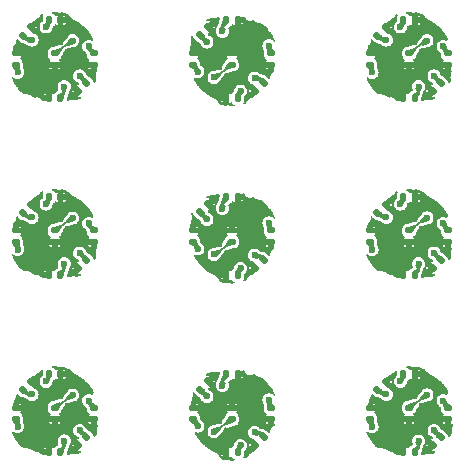
<source format=gbr>
%TF.GenerationSoftware,KiCad,Pcbnew,8.0.5-dirty*%
%TF.CreationDate,2025-01-28T00:49:06-05:00*%
%TF.ProjectId,prrpls406-panel,70727270-6c73-4343-9036-2d70616e656c,rev?*%
%TF.SameCoordinates,Original*%
%TF.FileFunction,Copper,L1,Top*%
%TF.FilePolarity,Positive*%
%FSLAX46Y46*%
G04 Gerber Fmt 4.6, Leading zero omitted, Abs format (unit mm)*
G04 Created by KiCad (PCBNEW 8.0.5-dirty) date 2025-01-28 00:49:06*
%MOMM*%
%LPD*%
G01*
G04 APERTURE LIST*
G04 Aperture macros list*
%AMRoundRect*
0 Rectangle with rounded corners*
0 $1 Rounding radius*
0 $2 $3 $4 $5 $6 $7 $8 $9 X,Y pos of 4 corners*
0 Add a 4 corners polygon primitive as box body*
4,1,4,$2,$3,$4,$5,$6,$7,$8,$9,$2,$3,0*
0 Add four circle primitives for the rounded corners*
1,1,$1+$1,$2,$3*
1,1,$1+$1,$4,$5*
1,1,$1+$1,$6,$7*
1,1,$1+$1,$8,$9*
0 Add four rect primitives between the rounded corners*
20,1,$1+$1,$2,$3,$4,$5,0*
20,1,$1+$1,$4,$5,$6,$7,0*
20,1,$1+$1,$6,$7,$8,$9,0*
20,1,$1+$1,$8,$9,$2,$3,0*%
G04 Aperture macros list end*
%TA.AperFunction,SMDPad,CuDef*%
%ADD10RoundRect,0.147500X0.147500X0.172500X-0.147500X0.172500X-0.147500X-0.172500X0.147500X-0.172500X0*%
%TD*%
%TA.AperFunction,SMDPad,CuDef*%
%ADD11RoundRect,0.147500X-0.172500X0.147500X-0.172500X-0.147500X0.172500X-0.147500X0.172500X0.147500X0*%
%TD*%
%TA.AperFunction,SMDPad,CuDef*%
%ADD12RoundRect,0.147500X-0.017678X0.226274X-0.226274X0.017678X0.017678X-0.226274X0.226274X-0.017678X0*%
%TD*%
%TA.AperFunction,SMDPad,CuDef*%
%ADD13RoundRect,0.147500X0.017678X-0.226274X0.226274X-0.017678X-0.017678X0.226274X-0.226274X0.017678X0*%
%TD*%
%TA.AperFunction,SMDPad,CuDef*%
%ADD14RoundRect,0.147500X0.172500X-0.147500X0.172500X0.147500X-0.172500X0.147500X-0.172500X-0.147500X0*%
%TD*%
%TA.AperFunction,SMDPad,CuDef*%
%ADD15RoundRect,0.147500X-0.147500X-0.172500X0.147500X-0.172500X0.147500X0.172500X-0.147500X0.172500X0*%
%TD*%
%TA.AperFunction,ViaPad*%
%ADD16C,0.600000*%
%TD*%
%TA.AperFunction,Conductor*%
%ADD17C,0.170000*%
%TD*%
%TA.AperFunction,Conductor*%
%ADD18C,0.200000*%
%TD*%
G04 APERTURE END LIST*
D10*
%TO.P,D1,1,K*%
%TO.N,Board_8-GND*%
X39483776Y-35699694D03*
%TO.P,D1,2,A*%
%TO.N,Board_8-Net-(D1-A)*%
X38513776Y-35699694D03*
%TD*%
D11*
%TO.P,D7,1,K*%
%TO.N,Board_1-GND*%
X20698776Y-8514694D03*
%TO.P,D7,2,A*%
%TO.N,Board_1-Net-(D7-A)*%
X20698776Y-9484694D03*
%TD*%
%TO.P,D4,1,K*%
%TO.N,Board_4-GND*%
X23998776Y-23514694D03*
%TO.P,D4,2,A*%
%TO.N,Board_4-Net-(D4-A)*%
X23998776Y-24484694D03*
%TD*%
D12*
%TO.P,D2,1,K*%
%TO.N,Board_8-GND*%
X37008270Y-36323295D03*
%TO.P,D2,2,A*%
%TO.N,Board_8-Net-(D2-A)*%
X36322376Y-37009189D03*
%TD*%
D10*
%TO.P,D1,1,K*%
%TO.N,Board_0-GND*%
X9483776Y-5699694D03*
%TO.P,D1,2,A*%
%TO.N,Board_0-Net-(D1-A)*%
X8513776Y-5699694D03*
%TD*%
D11*
%TO.P,D4,1,K*%
%TO.N,Board_1-GND*%
X23998776Y-8514694D03*
%TO.P,D4,2,A*%
%TO.N,Board_1-Net-(D4-A)*%
X23998776Y-9484694D03*
%TD*%
D13*
%TO.P,D6,1,K*%
%TO.N,Board_5-GND*%
X40989281Y-26702641D03*
%TO.P,D6,2,A*%
%TO.N,Board_5-Net-(D6-A)*%
X41675175Y-26016747D03*
%TD*%
D14*
%TO.P,D4,1,K*%
%TO.N,Board_5-GND*%
X38998776Y-24484694D03*
%TO.P,D4,2,A*%
%TO.N,Board_5-Net-(D4-A)*%
X38998776Y-23514694D03*
%TD*%
D13*
%TO.P,D6,1,K*%
%TO.N,Board_8-GND*%
X40989281Y-41702641D03*
%TO.P,D6,2,A*%
%TO.N,Board_8-Net-(D6-A)*%
X41675175Y-41016747D03*
%TD*%
D11*
%TO.P,D7,1,K*%
%TO.N,Board_7-GND*%
X20698776Y-38514694D03*
%TO.P,D7,2,A*%
%TO.N,Board_7-Net-(D7-A)*%
X20698776Y-39484694D03*
%TD*%
%TO.P,D3,1,K*%
%TO.N,Board_8-GND*%
X35698776Y-38514694D03*
%TO.P,D3,2,A*%
%TO.N,Board_8-Net-(D3-A)*%
X35698776Y-39484694D03*
%TD*%
D14*
%TO.P,D4,1,K*%
%TO.N,Board_8-GND*%
X38998776Y-39484694D03*
%TO.P,D4,2,A*%
%TO.N,Board_8-Net-(D4-A)*%
X38998776Y-38514694D03*
%TD*%
D13*
%TO.P,D6,1,K*%
%TO.N,Board_3-GND*%
X10989281Y-26702641D03*
%TO.P,D6,2,A*%
%TO.N,Board_3-Net-(D6-A)*%
X11675175Y-26016747D03*
%TD*%
D11*
%TO.P,D7,1,K*%
%TO.N,Board_4-GND*%
X20698776Y-23514694D03*
%TO.P,D7,2,A*%
%TO.N,Board_4-Net-(D7-A)*%
X20698776Y-24484694D03*
%TD*%
D13*
%TO.P,D2,1,K*%
%TO.N,Board_7-GND*%
X25989282Y-41676093D03*
%TO.P,D2,2,A*%
%TO.N,Board_7-Net-(D2-A)*%
X26675176Y-40990199D03*
%TD*%
D10*
%TO.P,D1,1,K*%
%TO.N,Board_6-GND*%
X9483776Y-35699694D03*
%TO.P,D1,2,A*%
%TO.N,Board_6-Net-(D1-A)*%
X8513776Y-35699694D03*
%TD*%
D13*
%TO.P,D6,1,K*%
%TO.N,Board_6-GND*%
X10989281Y-41702641D03*
%TO.P,D6,2,A*%
%TO.N,Board_6-Net-(D6-A)*%
X11675175Y-41016747D03*
%TD*%
D14*
%TO.P,D7,1,K*%
%TO.N,Board_5-GND*%
X42298776Y-24484694D03*
%TO.P,D7,2,A*%
%TO.N,Board_5-Net-(D7-A)*%
X42298776Y-23514694D03*
%TD*%
D11*
%TO.P,D3,1,K*%
%TO.N,Board_5-GND*%
X35698776Y-23514694D03*
%TO.P,D3,2,A*%
%TO.N,Board_5-Net-(D3-A)*%
X35698776Y-24484694D03*
%TD*%
D14*
%TO.P,D4,1,K*%
%TO.N,Board_2-GND*%
X38998776Y-9484694D03*
%TO.P,D4,2,A*%
%TO.N,Board_2-Net-(D4-A)*%
X38998776Y-8514694D03*
%TD*%
D13*
%TO.P,D6,1,K*%
%TO.N,Board_0-GND*%
X10989281Y-11702641D03*
%TO.P,D6,2,A*%
%TO.N,Board_0-Net-(D6-A)*%
X11675175Y-11016747D03*
%TD*%
D12*
%TO.P,D2,1,K*%
%TO.N,Board_5-GND*%
X37008270Y-21323295D03*
%TO.P,D2,2,A*%
%TO.N,Board_5-Net-(D2-A)*%
X36322376Y-22009189D03*
%TD*%
D15*
%TO.P,D5,1,K*%
%TO.N,Board_8-GND*%
X38513776Y-42299694D03*
%TO.P,D5,2,A*%
%TO.N,Board_8-Net-(D5-A)*%
X39483776Y-42299694D03*
%TD*%
%TO.P,D1,1,K*%
%TO.N,Board_1-GND*%
X23513776Y-12299694D03*
%TO.P,D1,2,A*%
%TO.N,Board_1-Net-(D1-A)*%
X24483776Y-12299694D03*
%TD*%
D12*
%TO.P,D2,1,K*%
%TO.N,Board_2-GND*%
X37008270Y-6323295D03*
%TO.P,D2,2,A*%
%TO.N,Board_2-Net-(D2-A)*%
X36322376Y-7009189D03*
%TD*%
D11*
%TO.P,D3,1,K*%
%TO.N,Board_0-GND*%
X5698776Y-8514694D03*
%TO.P,D3,2,A*%
%TO.N,Board_0-Net-(D3-A)*%
X5698776Y-9484694D03*
%TD*%
D10*
%TO.P,D5,1,K*%
%TO.N,Board_1-GND*%
X24483776Y-5699694D03*
%TO.P,D5,2,A*%
%TO.N,Board_1-Net-(D5-A)*%
X23513776Y-5699694D03*
%TD*%
D13*
%TO.P,D6,1,K*%
%TO.N,Board_2-GND*%
X40989281Y-11702641D03*
%TO.P,D6,2,A*%
%TO.N,Board_2-Net-(D6-A)*%
X41675175Y-11016747D03*
%TD*%
D14*
%TO.P,D7,1,K*%
%TO.N,Board_3-GND*%
X12298776Y-24484694D03*
%TO.P,D7,2,A*%
%TO.N,Board_3-Net-(D7-A)*%
X12298776Y-23514694D03*
%TD*%
D15*
%TO.P,D5,1,K*%
%TO.N,Board_0-GND*%
X8513776Y-12299694D03*
%TO.P,D5,2,A*%
%TO.N,Board_0-Net-(D5-A)*%
X9483776Y-12299694D03*
%TD*%
D14*
%TO.P,D3,1,K*%
%TO.N,Board_1-GND*%
X27298776Y-9484694D03*
%TO.P,D3,2,A*%
%TO.N,Board_1-Net-(D3-A)*%
X27298776Y-8514694D03*
%TD*%
D15*
%TO.P,D5,1,K*%
%TO.N,Board_6-GND*%
X8513776Y-42299694D03*
%TO.P,D5,2,A*%
%TO.N,Board_6-Net-(D5-A)*%
X9483776Y-42299694D03*
%TD*%
D10*
%TO.P,D1,1,K*%
%TO.N,Board_5-GND*%
X39483776Y-20699694D03*
%TO.P,D1,2,A*%
%TO.N,Board_5-Net-(D1-A)*%
X38513776Y-20699694D03*
%TD*%
%TO.P,D5,1,K*%
%TO.N,Board_4-GND*%
X24483776Y-20699694D03*
%TO.P,D5,2,A*%
%TO.N,Board_4-Net-(D5-A)*%
X23513776Y-20699694D03*
%TD*%
D14*
%TO.P,D3,1,K*%
%TO.N,Board_7-GND*%
X27298776Y-39484694D03*
%TO.P,D3,2,A*%
%TO.N,Board_7-Net-(D3-A)*%
X27298776Y-38514694D03*
%TD*%
D11*
%TO.P,D3,1,K*%
%TO.N,Board_6-GND*%
X5698776Y-38514694D03*
%TO.P,D3,2,A*%
%TO.N,Board_6-Net-(D3-A)*%
X5698776Y-39484694D03*
%TD*%
D14*
%TO.P,D4,1,K*%
%TO.N,Board_0-GND*%
X8998776Y-9484694D03*
%TO.P,D4,2,A*%
%TO.N,Board_0-Net-(D4-A)*%
X8998776Y-8514694D03*
%TD*%
D11*
%TO.P,D4,1,K*%
%TO.N,Board_7-GND*%
X23998776Y-38514694D03*
%TO.P,D4,2,A*%
%TO.N,Board_7-Net-(D4-A)*%
X23998776Y-39484694D03*
%TD*%
D12*
%TO.P,D2,1,K*%
%TO.N,Board_0-GND*%
X7008270Y-6323295D03*
%TO.P,D2,2,A*%
%TO.N,Board_0-Net-(D2-A)*%
X6322376Y-7009189D03*
%TD*%
D14*
%TO.P,D7,1,K*%
%TO.N,Board_2-GND*%
X42298776Y-9484694D03*
%TO.P,D7,2,A*%
%TO.N,Board_2-Net-(D7-A)*%
X42298776Y-8514694D03*
%TD*%
D10*
%TO.P,D1,1,K*%
%TO.N,Board_3-GND*%
X9483776Y-20699694D03*
%TO.P,D1,2,A*%
%TO.N,Board_3-Net-(D1-A)*%
X8513776Y-20699694D03*
%TD*%
D14*
%TO.P,D4,1,K*%
%TO.N,Board_3-GND*%
X8998776Y-24484694D03*
%TO.P,D4,2,A*%
%TO.N,Board_3-Net-(D4-A)*%
X8998776Y-23514694D03*
%TD*%
D15*
%TO.P,D1,1,K*%
%TO.N,Board_4-GND*%
X23513776Y-27299694D03*
%TO.P,D1,2,A*%
%TO.N,Board_4-Net-(D1-A)*%
X24483776Y-27299694D03*
%TD*%
D14*
%TO.P,D7,1,K*%
%TO.N,Board_6-GND*%
X12298776Y-39484694D03*
%TO.P,D7,2,A*%
%TO.N,Board_6-Net-(D7-A)*%
X12298776Y-38514694D03*
%TD*%
D10*
%TO.P,D5,1,K*%
%TO.N,Board_7-GND*%
X24483776Y-35699694D03*
%TO.P,D5,2,A*%
%TO.N,Board_7-Net-(D5-A)*%
X23513776Y-35699694D03*
%TD*%
D14*
%TO.P,D7,1,K*%
%TO.N,Board_8-GND*%
X42298776Y-39484694D03*
%TO.P,D7,2,A*%
%TO.N,Board_8-Net-(D7-A)*%
X42298776Y-38514694D03*
%TD*%
D12*
%TO.P,D2,1,K*%
%TO.N,Board_3-GND*%
X7008270Y-21323295D03*
%TO.P,D2,2,A*%
%TO.N,Board_3-Net-(D2-A)*%
X6322376Y-22009189D03*
%TD*%
D13*
%TO.P,D2,1,K*%
%TO.N,Board_4-GND*%
X25989282Y-26676093D03*
%TO.P,D2,2,A*%
%TO.N,Board_4-Net-(D2-A)*%
X26675176Y-25990199D03*
%TD*%
D15*
%TO.P,D5,1,K*%
%TO.N,Board_2-GND*%
X38513776Y-12299694D03*
%TO.P,D5,2,A*%
%TO.N,Board_2-Net-(D5-A)*%
X39483776Y-12299694D03*
%TD*%
D14*
%TO.P,D7,1,K*%
%TO.N,Board_0-GND*%
X12298776Y-9484694D03*
%TO.P,D7,2,A*%
%TO.N,Board_0-Net-(D7-A)*%
X12298776Y-8514694D03*
%TD*%
D11*
%TO.P,D3,1,K*%
%TO.N,Board_3-GND*%
X5698776Y-23514694D03*
%TO.P,D3,2,A*%
%TO.N,Board_3-Net-(D3-A)*%
X5698776Y-24484694D03*
%TD*%
D12*
%TO.P,D6,1,K*%
%TO.N,Board_4-GND*%
X22008271Y-21296747D03*
%TO.P,D6,2,A*%
%TO.N,Board_4-Net-(D6-A)*%
X21322377Y-21982641D03*
%TD*%
%TO.P,D2,1,K*%
%TO.N,Board_6-GND*%
X7008270Y-36323295D03*
%TO.P,D2,2,A*%
%TO.N,Board_6-Net-(D2-A)*%
X6322376Y-37009189D03*
%TD*%
D10*
%TO.P,D1,1,K*%
%TO.N,Board_2-GND*%
X39483776Y-5699694D03*
%TO.P,D1,2,A*%
%TO.N,Board_2-Net-(D1-A)*%
X38513776Y-5699694D03*
%TD*%
D14*
%TO.P,D3,1,K*%
%TO.N,Board_4-GND*%
X27298776Y-24484694D03*
%TO.P,D3,2,A*%
%TO.N,Board_4-Net-(D3-A)*%
X27298776Y-23514694D03*
%TD*%
D11*
%TO.P,D3,1,K*%
%TO.N,Board_2-GND*%
X35698776Y-8514694D03*
%TO.P,D3,2,A*%
%TO.N,Board_2-Net-(D3-A)*%
X35698776Y-9484694D03*
%TD*%
D15*
%TO.P,D5,1,K*%
%TO.N,Board_3-GND*%
X8513776Y-27299694D03*
%TO.P,D5,2,A*%
%TO.N,Board_3-Net-(D5-A)*%
X9483776Y-27299694D03*
%TD*%
%TO.P,D1,1,K*%
%TO.N,Board_7-GND*%
X23513776Y-42299694D03*
%TO.P,D1,2,A*%
%TO.N,Board_7-Net-(D1-A)*%
X24483776Y-42299694D03*
%TD*%
D13*
%TO.P,D2,1,K*%
%TO.N,Board_1-GND*%
X25989282Y-11676093D03*
%TO.P,D2,2,A*%
%TO.N,Board_1-Net-(D2-A)*%
X26675176Y-10990199D03*
%TD*%
D12*
%TO.P,D6,1,K*%
%TO.N,Board_7-GND*%
X22008271Y-36296747D03*
%TO.P,D6,2,A*%
%TO.N,Board_7-Net-(D6-A)*%
X21322377Y-36982641D03*
%TD*%
D15*
%TO.P,D5,1,K*%
%TO.N,Board_5-GND*%
X38513776Y-27299694D03*
%TO.P,D5,2,A*%
%TO.N,Board_5-Net-(D5-A)*%
X39483776Y-27299694D03*
%TD*%
D14*
%TO.P,D4,1,K*%
%TO.N,Board_6-GND*%
X8998776Y-39484694D03*
%TO.P,D4,2,A*%
%TO.N,Board_6-Net-(D4-A)*%
X8998776Y-38514694D03*
%TD*%
D12*
%TO.P,D6,1,K*%
%TO.N,Board_1-GND*%
X22008271Y-6296747D03*
%TO.P,D6,2,A*%
%TO.N,Board_1-Net-(D6-A)*%
X21322377Y-6982641D03*
%TD*%
D16*
%TO.N,Board_0-GND*%
X9631633Y-6569693D03*
X7686776Y-11773893D03*
%TO.N,Board_0-Net-(D1-A)*%
X8266172Y-6278296D03*
%TO.N,Board_0-Net-(D2-A)*%
X7068201Y-7400269D03*
%TO.N,Board_0-Net-(D3-A)*%
X5866776Y-10127694D03*
%TO.N,Board_0-Net-(D4-A)*%
X10508776Y-7449694D03*
%TO.N,Board_0-Net-(D5-A)*%
X9796524Y-11339694D03*
%TO.N,Board_0-Net-(D6-A)*%
X11119668Y-10434693D03*
%TO.N,Board_0-Net-(D7-A)*%
X11883710Y-7924449D03*
%TO.N,Board_1-GND*%
X23365919Y-11429695D03*
X25310776Y-6225495D03*
%TO.N,Board_1-Net-(D1-A)*%
X24731380Y-11721092D03*
%TO.N,Board_1-Net-(D2-A)*%
X25929351Y-10599119D03*
%TO.N,Board_1-Net-(D3-A)*%
X27130776Y-7871694D03*
%TO.N,Board_1-Net-(D4-A)*%
X22488776Y-10549694D03*
%TO.N,Board_1-Net-(D5-A)*%
X23201028Y-6659694D03*
%TO.N,Board_1-Net-(D6-A)*%
X21877884Y-7564695D03*
%TO.N,Board_1-Net-(D7-A)*%
X21113842Y-10074939D03*
%TO.N,Board_2-GND*%
X37686776Y-11773893D03*
X39631633Y-6569693D03*
%TO.N,Board_2-Net-(D1-A)*%
X38266172Y-6278296D03*
%TO.N,Board_2-Net-(D2-A)*%
X37068201Y-7400269D03*
%TO.N,Board_2-Net-(D3-A)*%
X35866776Y-10127694D03*
%TO.N,Board_2-Net-(D4-A)*%
X40508776Y-7449694D03*
%TO.N,Board_2-Net-(D5-A)*%
X39796524Y-11339694D03*
%TO.N,Board_2-Net-(D6-A)*%
X41119668Y-10434693D03*
%TO.N,Board_2-Net-(D7-A)*%
X41883710Y-7924449D03*
%TO.N,Board_3-GND*%
X9631633Y-21569693D03*
X7686776Y-26773893D03*
%TO.N,Board_3-Net-(D1-A)*%
X8266172Y-21278296D03*
%TO.N,Board_3-Net-(D2-A)*%
X7068201Y-22400269D03*
%TO.N,Board_3-Net-(D3-A)*%
X5866776Y-25127694D03*
%TO.N,Board_3-Net-(D4-A)*%
X10508776Y-22449694D03*
%TO.N,Board_3-Net-(D5-A)*%
X9796524Y-26339694D03*
%TO.N,Board_3-Net-(D6-A)*%
X11119668Y-25434693D03*
%TO.N,Board_3-Net-(D7-A)*%
X11883710Y-22924449D03*
%TO.N,Board_4-GND*%
X23365919Y-26429695D03*
X25310776Y-21225495D03*
%TO.N,Board_4-Net-(D1-A)*%
X24731380Y-26721092D03*
%TO.N,Board_4-Net-(D2-A)*%
X25929351Y-25599119D03*
%TO.N,Board_4-Net-(D3-A)*%
X27130776Y-22871694D03*
%TO.N,Board_4-Net-(D4-A)*%
X22488776Y-25549694D03*
%TO.N,Board_4-Net-(D5-A)*%
X23201028Y-21659694D03*
%TO.N,Board_4-Net-(D6-A)*%
X21877884Y-22564695D03*
%TO.N,Board_4-Net-(D7-A)*%
X21113842Y-25074939D03*
%TO.N,Board_5-GND*%
X39631633Y-21569693D03*
X37686776Y-26773893D03*
%TO.N,Board_5-Net-(D1-A)*%
X38266172Y-21278296D03*
%TO.N,Board_5-Net-(D2-A)*%
X37068201Y-22400269D03*
%TO.N,Board_5-Net-(D3-A)*%
X35866776Y-25127694D03*
%TO.N,Board_5-Net-(D4-A)*%
X40508776Y-22449694D03*
%TO.N,Board_5-Net-(D5-A)*%
X39796524Y-26339694D03*
%TO.N,Board_5-Net-(D6-A)*%
X41119668Y-25434693D03*
%TO.N,Board_5-Net-(D7-A)*%
X41883710Y-22924449D03*
%TO.N,Board_6-GND*%
X9631633Y-36569693D03*
X7686776Y-41773893D03*
%TO.N,Board_6-Net-(D1-A)*%
X8266172Y-36278296D03*
%TO.N,Board_6-Net-(D2-A)*%
X7068201Y-37400269D03*
%TO.N,Board_6-Net-(D3-A)*%
X5866776Y-40127694D03*
%TO.N,Board_6-Net-(D4-A)*%
X10508776Y-37449694D03*
%TO.N,Board_6-Net-(D5-A)*%
X9796524Y-41339694D03*
%TO.N,Board_6-Net-(D6-A)*%
X11119668Y-40434693D03*
%TO.N,Board_6-Net-(D7-A)*%
X11883710Y-37924449D03*
%TO.N,Board_7-GND*%
X23365919Y-41429695D03*
X25310776Y-36225495D03*
%TO.N,Board_7-Net-(D1-A)*%
X24731380Y-41721092D03*
%TO.N,Board_7-Net-(D2-A)*%
X25929351Y-40599119D03*
%TO.N,Board_7-Net-(D3-A)*%
X27130776Y-37871694D03*
%TO.N,Board_7-Net-(D4-A)*%
X22488776Y-40549694D03*
%TO.N,Board_7-Net-(D5-A)*%
X23201028Y-36659694D03*
%TO.N,Board_7-Net-(D6-A)*%
X21877884Y-37564695D03*
%TO.N,Board_7-Net-(D7-A)*%
X21113842Y-40074939D03*
%TO.N,Board_8-GND*%
X37686776Y-41773893D03*
X39631633Y-36569693D03*
%TO.N,Board_8-Net-(D1-A)*%
X38266172Y-36278296D03*
%TO.N,Board_8-Net-(D2-A)*%
X37068201Y-37400269D03*
%TO.N,Board_8-Net-(D3-A)*%
X35866776Y-40127694D03*
%TO.N,Board_8-Net-(D4-A)*%
X40508776Y-37449694D03*
%TO.N,Board_8-Net-(D5-A)*%
X39796524Y-41339694D03*
%TO.N,Board_8-Net-(D6-A)*%
X41119668Y-40434693D03*
%TO.N,Board_8-Net-(D7-A)*%
X41883710Y-37924449D03*
%TD*%
D17*
%TO.N,Board_0-Net-(D1-A)*%
X8513776Y-6030692D02*
X8513776Y-5699694D01*
X8266172Y-6278296D02*
X8513776Y-6030692D01*
%TO.N,Board_0-Net-(D2-A)*%
X7068201Y-7400269D02*
X6713456Y-7400269D01*
X6713456Y-7400269D02*
X6357731Y-7044544D01*
%TO.N,Board_0-Net-(D3-A)*%
X5866776Y-9652694D02*
X5698776Y-9484694D01*
X5866776Y-10127694D02*
X5866776Y-9652694D01*
D18*
%TO.N,Board_0-Net-(D4-A)*%
X8988776Y-8519694D02*
X10518776Y-7409694D01*
D17*
X10318776Y-7449694D02*
X10508776Y-7449694D01*
%TO.N,Board_0-Net-(D5-A)*%
X9796524Y-11936946D02*
X9483776Y-12249694D01*
X9796524Y-11339694D02*
X9796524Y-11936946D01*
%TO.N,Board_0-Net-(D6-A)*%
X11119668Y-10434693D02*
X11639820Y-10954845D01*
%TO.N,Board_0-Net-(D7-A)*%
X11883710Y-8149628D02*
X12248776Y-8514694D01*
X11883710Y-7924449D02*
X11883710Y-8149628D01*
%TO.N,Board_1-Net-(D1-A)*%
X24483776Y-11968696D02*
X24483776Y-12299694D01*
X24731380Y-11721092D02*
X24483776Y-11968696D01*
%TO.N,Board_1-Net-(D2-A)*%
X26284096Y-10599119D02*
X26639821Y-10954844D01*
X25929351Y-10599119D02*
X26284096Y-10599119D01*
%TO.N,Board_1-Net-(D3-A)*%
X27130776Y-7871694D02*
X27130776Y-8346694D01*
X27130776Y-8346694D02*
X27298776Y-8514694D01*
D18*
%TO.N,Board_1-Net-(D4-A)*%
X24008776Y-9479694D02*
X22478776Y-10589694D01*
D17*
X22678776Y-10549694D02*
X22488776Y-10549694D01*
%TO.N,Board_1-Net-(D5-A)*%
X23201028Y-6062442D02*
X23513776Y-5749694D01*
X23201028Y-6659694D02*
X23201028Y-6062442D01*
%TO.N,Board_1-Net-(D6-A)*%
X21877884Y-7564695D02*
X21357732Y-7044543D01*
%TO.N,Board_1-Net-(D7-A)*%
X21113842Y-10074939D02*
X21113842Y-9849760D01*
X21113842Y-9849760D02*
X20748776Y-9484694D01*
%TO.N,Board_2-Net-(D1-A)*%
X38513776Y-6030692D02*
X38513776Y-5699694D01*
X38266172Y-6278296D02*
X38513776Y-6030692D01*
%TO.N,Board_2-Net-(D2-A)*%
X37068201Y-7400269D02*
X36713456Y-7400269D01*
X36713456Y-7400269D02*
X36357731Y-7044544D01*
%TO.N,Board_2-Net-(D3-A)*%
X35866776Y-10127694D02*
X35866776Y-9652694D01*
X35866776Y-9652694D02*
X35698776Y-9484694D01*
D18*
%TO.N,Board_2-Net-(D4-A)*%
X38988776Y-8519694D02*
X40518776Y-7409694D01*
D17*
X40318776Y-7449694D02*
X40508776Y-7449694D01*
%TO.N,Board_2-Net-(D5-A)*%
X39796524Y-11936946D02*
X39483776Y-12249694D01*
X39796524Y-11339694D02*
X39796524Y-11936946D01*
%TO.N,Board_2-Net-(D6-A)*%
X41119668Y-10434693D02*
X41639820Y-10954845D01*
%TO.N,Board_2-Net-(D7-A)*%
X41883710Y-8149628D02*
X42248776Y-8514694D01*
X41883710Y-7924449D02*
X41883710Y-8149628D01*
%TO.N,Board_3-Net-(D1-A)*%
X8513776Y-21030692D02*
X8513776Y-20699694D01*
X8266172Y-21278296D02*
X8513776Y-21030692D01*
%TO.N,Board_3-Net-(D2-A)*%
X7068201Y-22400269D02*
X6713456Y-22400269D01*
X6713456Y-22400269D02*
X6357731Y-22044544D01*
%TO.N,Board_3-Net-(D3-A)*%
X5866776Y-24652694D02*
X5698776Y-24484694D01*
X5866776Y-25127694D02*
X5866776Y-24652694D01*
D18*
%TO.N,Board_3-Net-(D4-A)*%
X8988776Y-23519694D02*
X10518776Y-22409694D01*
D17*
X10318776Y-22449694D02*
X10508776Y-22449694D01*
%TO.N,Board_3-Net-(D5-A)*%
X9796524Y-26936946D02*
X9483776Y-27249694D01*
X9796524Y-26339694D02*
X9796524Y-26936946D01*
%TO.N,Board_3-Net-(D6-A)*%
X11119668Y-25434693D02*
X11639820Y-25954845D01*
%TO.N,Board_3-Net-(D7-A)*%
X11883710Y-22924449D02*
X11883710Y-23149628D01*
X11883710Y-23149628D02*
X12248776Y-23514694D01*
%TO.N,Board_4-Net-(D1-A)*%
X24731380Y-26721092D02*
X24483776Y-26968696D01*
X24483776Y-26968696D02*
X24483776Y-27299694D01*
%TO.N,Board_4-Net-(D2-A)*%
X26284096Y-25599119D02*
X26639821Y-25954844D01*
X25929351Y-25599119D02*
X26284096Y-25599119D01*
%TO.N,Board_4-Net-(D3-A)*%
X27130776Y-23346694D02*
X27298776Y-23514694D01*
X27130776Y-22871694D02*
X27130776Y-23346694D01*
%TO.N,Board_4-Net-(D4-A)*%
X22678776Y-25549694D02*
X22488776Y-25549694D01*
D18*
X24008776Y-24479694D02*
X22478776Y-25589694D01*
D17*
%TO.N,Board_4-Net-(D5-A)*%
X23201028Y-21659694D02*
X23201028Y-21062442D01*
X23201028Y-21062442D02*
X23513776Y-20749694D01*
%TO.N,Board_4-Net-(D6-A)*%
X21877884Y-22564695D02*
X21357732Y-22044543D01*
%TO.N,Board_4-Net-(D7-A)*%
X21113842Y-25074939D02*
X21113842Y-24849760D01*
X21113842Y-24849760D02*
X20748776Y-24484694D01*
%TO.N,Board_5-Net-(D1-A)*%
X38513776Y-21030692D02*
X38513776Y-20699694D01*
X38266172Y-21278296D02*
X38513776Y-21030692D01*
%TO.N,Board_5-Net-(D2-A)*%
X36713456Y-22400269D02*
X36357731Y-22044544D01*
X37068201Y-22400269D02*
X36713456Y-22400269D01*
%TO.N,Board_5-Net-(D3-A)*%
X35866776Y-25127694D02*
X35866776Y-24652694D01*
X35866776Y-24652694D02*
X35698776Y-24484694D01*
%TO.N,Board_5-Net-(D4-A)*%
X40318776Y-22449694D02*
X40508776Y-22449694D01*
D18*
X38988776Y-23519694D02*
X40518776Y-22409694D01*
D17*
%TO.N,Board_5-Net-(D5-A)*%
X39796524Y-26936946D02*
X39483776Y-27249694D01*
X39796524Y-26339694D02*
X39796524Y-26936946D01*
%TO.N,Board_5-Net-(D6-A)*%
X41119668Y-25434693D02*
X41639820Y-25954845D01*
%TO.N,Board_5-Net-(D7-A)*%
X41883710Y-22924449D02*
X41883710Y-23149628D01*
X41883710Y-23149628D02*
X42248776Y-23514694D01*
%TO.N,Board_6-Net-(D1-A)*%
X8513776Y-36030692D02*
X8513776Y-35699694D01*
X8266172Y-36278296D02*
X8513776Y-36030692D01*
%TO.N,Board_6-Net-(D2-A)*%
X7068201Y-37400269D02*
X6713456Y-37400269D01*
X6713456Y-37400269D02*
X6357731Y-37044544D01*
%TO.N,Board_6-Net-(D3-A)*%
X5866776Y-40127694D02*
X5866776Y-39652694D01*
X5866776Y-39652694D02*
X5698776Y-39484694D01*
%TO.N,Board_6-Net-(D4-A)*%
X10318776Y-37449694D02*
X10508776Y-37449694D01*
D18*
X8988776Y-38519694D02*
X10518776Y-37409694D01*
D17*
%TO.N,Board_6-Net-(D5-A)*%
X9796524Y-41936946D02*
X9483776Y-42249694D01*
X9796524Y-41339694D02*
X9796524Y-41936946D01*
%TO.N,Board_6-Net-(D6-A)*%
X11119668Y-40434693D02*
X11639820Y-40954845D01*
%TO.N,Board_6-Net-(D7-A)*%
X11883710Y-38149628D02*
X12248776Y-38514694D01*
X11883710Y-37924449D02*
X11883710Y-38149628D01*
%TO.N,Board_7-Net-(D1-A)*%
X24731380Y-41721092D02*
X24483776Y-41968696D01*
X24483776Y-41968696D02*
X24483776Y-42299694D01*
%TO.N,Board_7-Net-(D2-A)*%
X26284096Y-40599119D02*
X26639821Y-40954844D01*
X25929351Y-40599119D02*
X26284096Y-40599119D01*
%TO.N,Board_7-Net-(D3-A)*%
X27130776Y-37871694D02*
X27130776Y-38346694D01*
X27130776Y-38346694D02*
X27298776Y-38514694D01*
%TO.N,Board_7-Net-(D4-A)*%
X22678776Y-40549694D02*
X22488776Y-40549694D01*
D18*
X24008776Y-39479694D02*
X22478776Y-40589694D01*
D17*
%TO.N,Board_7-Net-(D5-A)*%
X23201028Y-36659694D02*
X23201028Y-36062442D01*
X23201028Y-36062442D02*
X23513776Y-35749694D01*
%TO.N,Board_7-Net-(D6-A)*%
X21877884Y-37564695D02*
X21357732Y-37044543D01*
%TO.N,Board_7-Net-(D7-A)*%
X21113842Y-40074939D02*
X21113842Y-39849760D01*
X21113842Y-39849760D02*
X20748776Y-39484694D01*
%TO.N,Board_8-Net-(D1-A)*%
X38266172Y-36278296D02*
X38513776Y-36030692D01*
X38513776Y-36030692D02*
X38513776Y-35699694D01*
%TO.N,Board_8-Net-(D2-A)*%
X36713456Y-37400269D02*
X36357731Y-37044544D01*
X37068201Y-37400269D02*
X36713456Y-37400269D01*
%TO.N,Board_8-Net-(D3-A)*%
X35866776Y-39652694D02*
X35698776Y-39484694D01*
X35866776Y-40127694D02*
X35866776Y-39652694D01*
%TO.N,Board_8-Net-(D4-A)*%
X40318776Y-37449694D02*
X40508776Y-37449694D01*
D18*
X38988776Y-38519694D02*
X40518776Y-37409694D01*
D17*
%TO.N,Board_8-Net-(D5-A)*%
X39796524Y-41339694D02*
X39796524Y-41936946D01*
X39796524Y-41936946D02*
X39483776Y-42249694D01*
%TO.N,Board_8-Net-(D6-A)*%
X41119668Y-40434693D02*
X41639820Y-40954845D01*
%TO.N,Board_8-Net-(D7-A)*%
X41883710Y-37924449D02*
X41883710Y-38149628D01*
X41883710Y-38149628D02*
X42248776Y-38514694D01*
%TD*%
%TA.AperFunction,Conductor*%
%TO.N,Board_5-GND*%
G36*
X39132307Y-19996253D02*
G01*
X39165673Y-20006078D01*
X39218643Y-20036661D01*
X39220090Y-20037496D01*
X39220091Y-20037496D01*
X39220093Y-20037497D01*
X39260407Y-20048299D01*
X39334664Y-20068196D01*
X39334665Y-20068197D01*
X39334667Y-20068197D01*
X39453287Y-20068197D01*
X39453287Y-20068196D01*
X39558520Y-20039998D01*
X39588525Y-20038278D01*
X39775548Y-20066020D01*
X39782647Y-20067432D01*
X39869978Y-20089307D01*
X39904315Y-20108759D01*
X39923631Y-20128075D01*
X39923633Y-20128076D01*
X39923634Y-20128077D01*
X39997166Y-20170531D01*
X40026358Y-20187385D01*
X40026359Y-20187385D01*
X40026361Y-20187386D01*
X40077879Y-20201190D01*
X40140932Y-20218085D01*
X40140933Y-20218086D01*
X40140935Y-20218086D01*
X40169146Y-20218086D01*
X40221472Y-20239760D01*
X40228898Y-20249425D01*
X40229124Y-20249252D01*
X40232075Y-20253089D01*
X40232076Y-20253091D01*
X40232632Y-20253814D01*
X40235818Y-20258292D01*
X40236343Y-20259091D01*
X40238077Y-20261100D01*
X40240705Y-20264323D01*
X40243058Y-20267382D01*
X40245207Y-20270325D01*
X40248333Y-20274836D01*
X40249305Y-20275906D01*
X40253240Y-20280620D01*
X40253447Y-20280890D01*
X40254424Y-20282194D01*
X40254610Y-20282448D01*
X40258010Y-20287517D01*
X40258768Y-20288755D01*
X40262233Y-20293038D01*
X40264455Y-20295928D01*
X40266675Y-20298968D01*
X40269022Y-20302380D01*
X40270525Y-20304702D01*
X40271159Y-20305447D01*
X40274547Y-20309741D01*
X40275077Y-20310467D01*
X40275078Y-20310468D01*
X40275079Y-20310469D01*
X40276906Y-20312384D01*
X40279713Y-20315499D01*
X40282148Y-20318360D01*
X40284447Y-20321201D01*
X40287818Y-20325585D01*
X40288871Y-20326636D01*
X40292943Y-20331045D01*
X40293126Y-20331260D01*
X40294291Y-20332663D01*
X40294461Y-20332873D01*
X40298066Y-20337718D01*
X40298908Y-20338951D01*
X40302603Y-20343083D01*
X40304980Y-20345876D01*
X40307346Y-20348801D01*
X40309873Y-20352112D01*
X40311457Y-20354312D01*
X40311459Y-20354315D01*
X40312052Y-20354946D01*
X40312085Y-20354981D01*
X40315691Y-20359115D01*
X40316283Y-20359847D01*
X40318276Y-20361740D01*
X40321228Y-20364708D01*
X40323785Y-20367428D01*
X40326223Y-20370152D01*
X40328526Y-20372858D01*
X40331153Y-20376129D01*
X40332858Y-20378379D01*
X40335883Y-20381441D01*
X40335884Y-20381442D01*
X40344349Y-20390011D01*
X40345460Y-20391135D01*
X40347975Y-20393811D01*
X40359892Y-20407135D01*
X40359895Y-20407137D01*
X40359899Y-20407142D01*
X40359903Y-20407145D01*
X40361951Y-20408905D01*
X40365056Y-20411732D01*
X40367073Y-20413675D01*
X40367729Y-20414307D01*
X40370299Y-20416909D01*
X40372806Y-20419576D01*
X40375593Y-20422715D01*
X40377334Y-20424792D01*
X40378030Y-20425430D01*
X40381923Y-20429276D01*
X40382574Y-20429969D01*
X40384635Y-20431653D01*
X40387796Y-20434390D01*
X40390639Y-20436996D01*
X40393259Y-20439521D01*
X40397130Y-20443440D01*
X40398257Y-20444316D01*
X40402925Y-20448262D01*
X40403159Y-20448477D01*
X40404478Y-20449719D01*
X40404678Y-20449912D01*
X40408796Y-20454219D01*
X40409780Y-20455335D01*
X40413945Y-20458968D01*
X40416655Y-20461453D01*
X40419333Y-20464034D01*
X40422262Y-20467021D01*
X40424091Y-20468995D01*
X40424820Y-20469600D01*
X40428903Y-20473253D01*
X40429573Y-20473898D01*
X40431724Y-20475485D01*
X40435047Y-20478087D01*
X40437893Y-20480449D01*
X40440637Y-20482843D01*
X40444739Y-20486604D01*
X40444742Y-20486605D01*
X40445929Y-20487437D01*
X40450835Y-20491187D01*
X40451056Y-20491371D01*
X40452271Y-20492404D01*
X40452470Y-20492578D01*
X40456921Y-20496785D01*
X40457962Y-20497854D01*
X40457966Y-20497859D01*
X40462376Y-20501338D01*
X40465160Y-20503648D01*
X40467940Y-20506073D01*
X40471028Y-20508925D01*
X40472967Y-20510821D01*
X40473721Y-20511386D01*
X40477999Y-20514847D01*
X40478693Y-20515453D01*
X40480909Y-20516925D01*
X40484331Y-20519341D01*
X40487354Y-20521606D01*
X40490243Y-20523885D01*
X40494504Y-20527422D01*
X40495772Y-20528220D01*
X40500613Y-20531543D01*
X40500826Y-20531702D01*
X40502263Y-20532802D01*
X40502432Y-20532935D01*
X40507135Y-20536957D01*
X40508211Y-20537958D01*
X40508218Y-20537966D01*
X40512776Y-20541210D01*
X40515673Y-20543381D01*
X40518610Y-20545697D01*
X40521821Y-20548382D01*
X40523854Y-20550181D01*
X40524618Y-20550697D01*
X40529062Y-20553942D01*
X40529796Y-20554521D01*
X40529797Y-20554521D01*
X40529798Y-20554522D01*
X40532096Y-20555890D01*
X40535639Y-20558137D01*
X40538732Y-20560224D01*
X40541713Y-20562345D01*
X40542910Y-20563242D01*
X40546183Y-20565695D01*
X40547481Y-20566425D01*
X40552646Y-20569614D01*
X40552868Y-20569764D01*
X40554337Y-20570783D01*
X40554538Y-20570926D01*
X40559299Y-20574614D01*
X40560441Y-20575575D01*
X40565116Y-20578565D01*
X40568156Y-20580617D01*
X40571187Y-20582774D01*
X40574526Y-20585295D01*
X40576630Y-20586979D01*
X40577419Y-20587457D01*
X40581983Y-20590456D01*
X40582765Y-20591012D01*
X40582770Y-20591014D01*
X40585171Y-20592287D01*
X40588814Y-20594352D01*
X40591972Y-20596263D01*
X40595022Y-20598214D01*
X40599664Y-20601347D01*
X40599667Y-20601348D01*
X40601000Y-20602013D01*
X40606192Y-20604869D01*
X40606429Y-20605012D01*
X40608062Y-20606027D01*
X40608317Y-20606190D01*
X40613245Y-20609633D01*
X40614422Y-20610528D01*
X40619255Y-20613292D01*
X40622349Y-20615164D01*
X40625504Y-20617181D01*
X40628933Y-20619514D01*
X40631151Y-20621116D01*
X40631152Y-20621117D01*
X40631155Y-20621119D01*
X40631994Y-20621572D01*
X40636715Y-20624349D01*
X40637496Y-20624849D01*
X40637499Y-20624849D01*
X40639908Y-20625978D01*
X40643673Y-20627872D01*
X40646956Y-20629643D01*
X40650127Y-20631457D01*
X40652203Y-20632713D01*
X40654875Y-20634330D01*
X40654879Y-20634331D01*
X40656220Y-20634920D01*
X40661488Y-20637485D01*
X40661747Y-20637624D01*
X40663553Y-20638625D01*
X40663799Y-20638766D01*
X40668842Y-20641933D01*
X40670058Y-20642766D01*
X40670062Y-20642770D01*
X40670066Y-20642772D01*
X40671926Y-20643717D01*
X40680380Y-20649434D01*
X40680597Y-20649109D01*
X40684627Y-20651798D01*
X40684629Y-20651800D01*
X40684630Y-20651800D01*
X40684631Y-20651801D01*
X40763992Y-20690885D01*
X40764535Y-20691155D01*
X40774238Y-20696033D01*
X40775127Y-20696490D01*
X40784452Y-20701372D01*
X40785341Y-20701846D01*
X40794757Y-20706976D01*
X40795159Y-20707198D01*
X40799101Y-20709388D01*
X40799103Y-20709388D01*
X40883137Y-20756075D01*
X40924414Y-20779008D01*
X40924945Y-20779306D01*
X40934251Y-20784577D01*
X40935287Y-20785175D01*
X40944230Y-20790438D01*
X40945175Y-20791004D01*
X40954553Y-20796733D01*
X40955007Y-20797013D01*
X40957223Y-20798392D01*
X40957238Y-20798411D01*
X40957243Y-20798404D01*
X40999848Y-20824916D01*
X40999873Y-20824928D01*
X41080384Y-20875022D01*
X41080557Y-20875131D01*
X41089843Y-20881015D01*
X41090769Y-20881613D01*
X41099447Y-20887315D01*
X41100463Y-20887995D01*
X41109331Y-20894034D01*
X41109718Y-20894299D01*
X41148598Y-20921245D01*
X41187569Y-20948254D01*
X41187642Y-20948313D01*
X41231227Y-20978512D01*
X41231729Y-20978863D01*
X41240379Y-20984963D01*
X41241357Y-20985664D01*
X41249686Y-20991748D01*
X41250599Y-20992426D01*
X41259301Y-20999004D01*
X41259694Y-20999305D01*
X41301410Y-21031391D01*
X41301467Y-21031427D01*
X41335769Y-21057804D01*
X41335783Y-21057816D01*
X41339295Y-21060516D01*
X41339297Y-21060519D01*
X41359856Y-21076327D01*
X41376664Y-21089251D01*
X41377143Y-21089622D01*
X41379457Y-21091431D01*
X41385721Y-21096331D01*
X41386490Y-21096943D01*
X41394656Y-21103549D01*
X41395506Y-21104249D01*
X41401242Y-21109049D01*
X41403651Y-21111065D01*
X41404112Y-21111455D01*
X41443567Y-21145026D01*
X41443574Y-21145031D01*
X41446757Y-21147739D01*
X41476292Y-21172870D01*
X41476368Y-21172944D01*
X41480718Y-21176644D01*
X41480720Y-21176647D01*
X41514689Y-21205542D01*
X41516783Y-21207323D01*
X41517080Y-21207577D01*
X41525305Y-21214694D01*
X41526131Y-21215421D01*
X41533791Y-21222272D01*
X41534698Y-21223096D01*
X41542521Y-21230330D01*
X41542879Y-21230664D01*
X41545446Y-21233077D01*
X41545449Y-21233084D01*
X41545451Y-21233083D01*
X41581278Y-21266767D01*
X41581326Y-21266805D01*
X41611730Y-21295384D01*
X41611775Y-21295434D01*
X41616194Y-21299587D01*
X41616196Y-21299590D01*
X41644430Y-21326123D01*
X41650681Y-21331998D01*
X41651129Y-21332423D01*
X41658795Y-21339749D01*
X41659650Y-21340579D01*
X41666978Y-21347817D01*
X41667807Y-21348650D01*
X41675209Y-21356207D01*
X41675635Y-21356646D01*
X41712825Y-21395248D01*
X41712873Y-21395290D01*
X41741035Y-21424516D01*
X41741068Y-21424557D01*
X41778249Y-21463140D01*
X41778676Y-21463587D01*
X41785942Y-21471254D01*
X41786767Y-21472138D01*
X41793828Y-21479838D01*
X41794483Y-21480565D01*
X41801800Y-21488814D01*
X41801800Y-21488813D01*
X41802144Y-21489205D01*
X41836732Y-21528860D01*
X41836781Y-21528907D01*
X41864999Y-21561251D01*
X41865022Y-21561280D01*
X41899167Y-21600416D01*
X41899565Y-21600876D01*
X41906484Y-21608939D01*
X41907277Y-21609879D01*
X41913872Y-21617828D01*
X41914640Y-21618769D01*
X41921292Y-21627060D01*
X41921673Y-21627539D01*
X41954556Y-21669226D01*
X41954564Y-21669235D01*
X41981554Y-21703450D01*
X41981575Y-21703480D01*
X42013165Y-21743522D01*
X42013545Y-21744007D01*
X42020077Y-21752430D01*
X42020811Y-21753393D01*
X42027005Y-21761656D01*
X42027674Y-21762564D01*
X42033367Y-21770427D01*
X42033945Y-21771226D01*
X42034294Y-21771713D01*
X42060520Y-21808572D01*
X42060519Y-21808572D01*
X42089376Y-21849125D01*
X42089391Y-21849150D01*
X42092573Y-21853622D01*
X42092574Y-21853624D01*
X42100568Y-21864857D01*
X42119904Y-21892029D01*
X42120258Y-21892531D01*
X42126445Y-21901380D01*
X42127131Y-21902379D01*
X42132886Y-21910904D01*
X42133562Y-21911924D01*
X42139239Y-21920641D01*
X42139572Y-21921157D01*
X42190585Y-22000928D01*
X42190597Y-22000950D01*
X42193825Y-22005998D01*
X42193826Y-22006000D01*
X42219273Y-22045788D01*
X42219601Y-22046306D01*
X42225290Y-22055366D01*
X42225926Y-22056398D01*
X42231251Y-22065195D01*
X42231877Y-22066248D01*
X42237128Y-22075256D01*
X42237435Y-22075788D01*
X42297768Y-22181291D01*
X42304929Y-22237473D01*
X42297617Y-22255024D01*
X42274494Y-22295076D01*
X42249210Y-22389436D01*
X42214732Y-22434369D01*
X42158579Y-22441761D01*
X42149414Y-22438650D01*
X42027418Y-22388118D01*
X41883710Y-22369199D01*
X41740001Y-22388118D01*
X41606086Y-22443587D01*
X41491089Y-22531828D01*
X41402848Y-22646825D01*
X41347379Y-22780740D01*
X41328460Y-22924449D01*
X41347379Y-23068157D01*
X41402848Y-23202072D01*
X41402850Y-23202076D01*
X41491086Y-23317067D01*
X41491092Y-23317073D01*
X41505810Y-23328367D01*
X41517798Y-23339928D01*
X41520155Y-23342779D01*
X41520156Y-23342781D01*
X41650424Y-23448961D01*
X41674127Y-23483694D01*
X41712635Y-23603599D01*
X41712636Y-23603601D01*
X41724732Y-23641268D01*
X41728276Y-23663892D01*
X41728276Y-23693516D01*
X41728277Y-23693518D01*
X41743036Y-23786716D01*
X41743037Y-23786717D01*
X41766740Y-23833236D01*
X41800274Y-23899049D01*
X41889421Y-23988196D01*
X41908057Y-23997692D01*
X41944841Y-24040758D01*
X41940398Y-24097220D01*
X41926789Y-24115951D01*
X41876589Y-24166150D01*
X41846324Y-24234693D01*
X41846325Y-24234694D01*
X42474776Y-24234694D01*
X42527102Y-24256368D01*
X42548776Y-24308694D01*
X42548776Y-24923184D01*
X42579720Y-24943348D01*
X42611728Y-24990073D01*
X42610599Y-25025232D01*
X42606229Y-25040896D01*
X42606059Y-25041495D01*
X42603049Y-25051944D01*
X42602704Y-25053109D01*
X42599693Y-25062951D01*
X42599329Y-25064106D01*
X42596011Y-25074349D01*
X42595819Y-25074932D01*
X42575156Y-25136958D01*
X42574238Y-25141718D01*
X42573856Y-25141644D01*
X42571985Y-25151663D01*
X42571364Y-25153607D01*
X42571103Y-25155055D01*
X42567371Y-25168418D01*
X42566835Y-25169814D01*
X42565494Y-25175404D01*
X42564554Y-25178934D01*
X42563659Y-25181990D01*
X42562367Y-25185980D01*
X42561394Y-25188714D01*
X42561159Y-25189815D01*
X42559829Y-25195073D01*
X42559493Y-25196219D01*
X42559041Y-25199135D01*
X42558280Y-25203261D01*
X42557616Y-25206364D01*
X42556768Y-25209898D01*
X42555288Y-25215462D01*
X42555097Y-25216934D01*
X42552026Y-25230471D01*
X42551556Y-25231900D01*
X42550488Y-25237567D01*
X42549732Y-25241101D01*
X42548990Y-25244196D01*
X42547886Y-25248282D01*
X42547047Y-25251066D01*
X42546860Y-25252214D01*
X42545791Y-25257529D01*
X42545516Y-25258674D01*
X42545214Y-25261556D01*
X42544655Y-25265733D01*
X42544151Y-25268825D01*
X42543480Y-25272391D01*
X42542795Y-25275595D01*
X42541789Y-25279719D01*
X42541025Y-25282500D01*
X42538553Y-25300420D01*
X42537967Y-25304010D01*
X42534632Y-25321707D01*
X42534472Y-25324590D01*
X42534118Y-25328793D01*
X42533755Y-25332005D01*
X42533257Y-25335613D01*
X42532749Y-25338726D01*
X42531954Y-25342857D01*
X42531320Y-25345708D01*
X42531215Y-25346902D01*
X42530540Y-25352277D01*
X42530355Y-25353408D01*
X42530267Y-25356282D01*
X42530017Y-25360482D01*
X42529732Y-25363721D01*
X42529324Y-25367337D01*
X42528895Y-25370450D01*
X42528199Y-25374621D01*
X42527630Y-25377512D01*
X42526489Y-25395532D01*
X42526169Y-25399160D01*
X42524394Y-25414870D01*
X42524386Y-25414956D01*
X42524145Y-25417086D01*
X42524200Y-25420031D01*
X42524157Y-25424251D01*
X42524038Y-25427328D01*
X42523808Y-25430956D01*
X42523523Y-25434194D01*
X42523035Y-25438377D01*
X42522611Y-25441282D01*
X42522595Y-25442443D01*
X42522319Y-25447859D01*
X42522217Y-25449011D01*
X42522342Y-25451914D01*
X42522403Y-25456126D01*
X42522357Y-25459378D01*
X42522216Y-25463015D01*
X42522019Y-25466121D01*
X42521633Y-25470307D01*
X42521277Y-25473248D01*
X42521467Y-25491274D01*
X42521416Y-25494908D01*
X42520883Y-25508705D01*
X42520718Y-25512955D01*
X42520991Y-25515897D01*
X42521261Y-25520132D01*
X42521369Y-25523224D01*
X42521407Y-25526857D01*
X42521361Y-25530100D01*
X42521182Y-25534294D01*
X42520974Y-25537213D01*
X42521044Y-25538378D01*
X42521168Y-25543807D01*
X42521152Y-25544959D01*
X42521488Y-25547825D01*
X42521860Y-25552017D01*
X42522056Y-25555288D01*
X42522184Y-25558931D01*
X42522244Y-25564671D01*
X42522447Y-25566093D01*
X42523106Y-25579947D01*
X42523037Y-25581420D01*
X42523520Y-25587140D01*
X42523737Y-25590764D01*
X42523852Y-25594043D01*
X42523879Y-25598251D01*
X42523816Y-25601116D01*
X42523940Y-25602249D01*
X42524330Y-25607650D01*
X42524371Y-25608832D01*
X42524831Y-25611572D01*
X42525410Y-25615752D01*
X42525788Y-25619206D01*
X42526094Y-25622826D01*
X42526431Y-25628461D01*
X42526715Y-25629929D01*
X42528053Y-25643729D01*
X42528057Y-25645217D01*
X42528816Y-25650873D01*
X42529210Y-25654474D01*
X42529486Y-25657736D01*
X42529722Y-25661960D01*
X42529799Y-25664802D01*
X42529977Y-25665918D01*
X42530633Y-25671303D01*
X42530734Y-25672507D01*
X42531369Y-25675411D01*
X42532149Y-25679546D01*
X42532637Y-25682607D01*
X42533121Y-25686209D01*
X42533750Y-25691958D01*
X42534102Y-25693398D01*
X42536118Y-25707111D01*
X42536197Y-25708636D01*
X42537219Y-25714162D01*
X42537797Y-25717787D01*
X42538253Y-25721191D01*
X42538691Y-25725349D01*
X42538905Y-25728141D01*
X42539143Y-25729271D01*
X42540069Y-25734649D01*
X42540866Y-25740580D01*
X42538548Y-25740891D01*
X42532280Y-25789419D01*
X42520431Y-25804899D01*
X42506466Y-25818864D01*
X42506465Y-25818866D01*
X42447154Y-25921593D01*
X42447153Y-25921597D01*
X42437743Y-25956713D01*
X42403263Y-26001646D01*
X42347111Y-26009037D01*
X42302178Y-25974557D01*
X42295887Y-25960426D01*
X42293879Y-25954245D01*
X42260490Y-25851484D01*
X42205026Y-25775145D01*
X41916777Y-25486897D01*
X41840438Y-25431432D01*
X41818484Y-25424298D01*
X41802963Y-25417184D01*
X41802798Y-25417084D01*
X41792752Y-25410987D01*
X41792751Y-25410986D01*
X41792747Y-25410984D01*
X41729970Y-25388132D01*
X41688215Y-25349866D01*
X41687379Y-25348007D01*
X41635888Y-25228981D01*
X41626102Y-25214674D01*
X41618819Y-25201225D01*
X41600529Y-25157068D01*
X41512289Y-25042072D01*
X41397293Y-24953832D01*
X41390171Y-24950882D01*
X41263376Y-24898362D01*
X41119668Y-24879443D01*
X40975959Y-24898362D01*
X40842044Y-24953831D01*
X40727047Y-25042072D01*
X40638806Y-25157069D01*
X40583337Y-25290984D01*
X40564418Y-25434693D01*
X40583337Y-25578401D01*
X40637984Y-25710331D01*
X40638807Y-25712318D01*
X40727047Y-25827314D01*
X40842043Y-25915554D01*
X40856628Y-25921595D01*
X40886548Y-25933988D01*
X40900297Y-25941475D01*
X40913957Y-25950914D01*
X40961286Y-25971388D01*
X41000068Y-25988165D01*
X41039487Y-26028832D01*
X41041961Y-26036183D01*
X41049188Y-26062069D01*
X41053280Y-26076726D01*
X41053281Y-26076729D01*
X41055582Y-26084970D01*
X41048775Y-26141197D01*
X41004204Y-26176142D01*
X40984307Y-26178867D01*
X40915989Y-26178867D01*
X40846124Y-26205931D01*
X41290507Y-26650314D01*
X41312181Y-26702640D01*
X41290507Y-26754966D01*
X40855998Y-27189475D01*
X40855998Y-27189476D01*
X40951346Y-27226415D01*
X41062570Y-27226415D01*
X41123189Y-27202930D01*
X41179811Y-27204238D01*
X41218925Y-27245200D01*
X41217617Y-27301822D01*
X41187966Y-27335405D01*
X41140744Y-27363709D01*
X41117135Y-27371940D01*
X41117238Y-27372323D01*
X40997980Y-27404278D01*
X40997973Y-27404281D01*
X40955632Y-27428726D01*
X40906696Y-27437670D01*
X40906603Y-27437654D01*
X40906472Y-27437633D01*
X40902698Y-27436914D01*
X40900482Y-27436432D01*
X40896363Y-27435412D01*
X40893209Y-27434533D01*
X40875096Y-27431968D01*
X40871540Y-27431376D01*
X40854222Y-27428055D01*
X40854182Y-27428049D01*
X40853593Y-27427936D01*
X40850331Y-27427745D01*
X40846044Y-27427368D01*
X40843895Y-27427116D01*
X40840363Y-27426616D01*
X40840219Y-27426592D01*
X40838119Y-27426242D01*
X40833931Y-27425420D01*
X40830722Y-27424692D01*
X40829124Y-27424545D01*
X40823797Y-27423856D01*
X40822261Y-27423600D01*
X40819029Y-27423489D01*
X40814782Y-27423220D01*
X40812462Y-27423006D01*
X40808876Y-27422587D01*
X40802861Y-27421734D01*
X40801984Y-27421726D01*
X40788128Y-27420277D01*
X40787230Y-27420096D01*
X40781139Y-27419682D01*
X40777576Y-27419353D01*
X40775256Y-27419082D01*
X40771006Y-27418460D01*
X40767862Y-27417906D01*
X40766301Y-27417838D01*
X40760947Y-27417409D01*
X40759340Y-27417221D01*
X40759339Y-27417221D01*
X40759338Y-27417221D01*
X40756030Y-27417268D01*
X40751769Y-27417205D01*
X40749539Y-27417108D01*
X40745960Y-27416865D01*
X40744590Y-27416739D01*
X40739827Y-27416299D01*
X40738934Y-27416334D01*
X40725020Y-27415558D01*
X40724142Y-27415425D01*
X40718018Y-27415307D01*
X40714439Y-27415151D01*
X40712213Y-27415000D01*
X40707961Y-27414588D01*
X40704700Y-27414176D01*
X40703093Y-27414185D01*
X40697702Y-27414016D01*
X40696146Y-27413910D01*
X40692906Y-27414114D01*
X40688664Y-27414259D01*
X40686431Y-27414271D01*
X40682816Y-27414202D01*
X40672223Y-27413741D01*
X40670055Y-27413555D01*
X40654762Y-27414006D01*
X40651164Y-27414024D01*
X40632906Y-27413673D01*
X40629630Y-27414041D01*
X40625375Y-27414393D01*
X40623166Y-27414512D01*
X40619606Y-27414617D01*
X40617352Y-27414629D01*
X40613046Y-27414527D01*
X40609840Y-27414357D01*
X40609839Y-27414357D01*
X40609837Y-27414357D01*
X40609798Y-27414355D01*
X40606228Y-27414635D01*
X40600445Y-27414861D01*
X40590704Y-27414861D01*
X40590700Y-27414862D01*
X40585900Y-27415494D01*
X40585847Y-27415094D01*
X40577738Y-27416280D01*
X40572738Y-27416428D01*
X40570577Y-27416742D01*
X40566137Y-27417198D01*
X40560046Y-27417823D01*
X40556471Y-27418103D01*
X40554206Y-27418225D01*
X40549915Y-27418331D01*
X40546680Y-27418317D01*
X40545088Y-27418520D01*
X40539743Y-27419004D01*
X40538170Y-27419089D01*
X40534989Y-27419683D01*
X40530765Y-27420346D01*
X40528560Y-27420627D01*
X40524969Y-27420996D01*
X40522678Y-27421175D01*
X40518417Y-27421385D01*
X40515101Y-27421452D01*
X40511086Y-27422064D01*
X40504910Y-27423006D01*
X40496962Y-27424218D01*
X40493375Y-27424675D01*
X40475358Y-27426526D01*
X40472136Y-27427292D01*
X40467978Y-27428154D01*
X40465826Y-27428536D01*
X40462240Y-27429082D01*
X40460049Y-27429361D01*
X40455808Y-27429778D01*
X40452521Y-27430005D01*
X40450952Y-27430323D01*
X40445643Y-27431198D01*
X40444090Y-27431396D01*
X40440956Y-27432221D01*
X40436810Y-27433185D01*
X40434622Y-27433628D01*
X40431087Y-27434255D01*
X40420530Y-27435864D01*
X40418442Y-27436093D01*
X40403718Y-27439446D01*
X40400198Y-27440158D01*
X40396247Y-27440858D01*
X40387778Y-27441859D01*
X40385285Y-27442009D01*
X40380206Y-27442314D01*
X40369475Y-27445891D01*
X40364129Y-27447153D01*
X40364149Y-27447222D01*
X40360863Y-27448140D01*
X40360694Y-27448173D01*
X40341489Y-27453548D01*
X40338022Y-27454428D01*
X40323322Y-27457784D01*
X40321404Y-27458461D01*
X40315392Y-27460301D01*
X40305375Y-27462045D01*
X40305446Y-27462435D01*
X40300676Y-27463294D01*
X40266286Y-27474280D01*
X40169349Y-27505247D01*
X40169223Y-27505277D01*
X40125804Y-27519156D01*
X40069364Y-27514442D01*
X40032788Y-27471198D01*
X40029275Y-27448669D01*
X40029275Y-27430377D01*
X40032839Y-27410709D01*
X40032078Y-27410507D01*
X40033012Y-27406997D01*
X40044814Y-27334724D01*
X40080369Y-27116987D01*
X40091455Y-27088436D01*
X40098335Y-27077908D01*
X40278752Y-26629349D01*
X40465507Y-26629349D01*
X40465507Y-26740575D01*
X40502444Y-26835921D01*
X40635727Y-26702640D01*
X40492571Y-26559484D01*
X40465507Y-26629349D01*
X40278752Y-26629349D01*
X40306423Y-26560553D01*
X40309762Y-26543126D01*
X40314066Y-26528758D01*
X40332854Y-26483403D01*
X40351774Y-26339694D01*
X40332854Y-26195985D01*
X40277385Y-26062069D01*
X40189145Y-25947073D01*
X40074149Y-25858833D01*
X40056407Y-25851484D01*
X39940232Y-25803363D01*
X39796524Y-25784444D01*
X39652815Y-25803363D01*
X39518900Y-25858832D01*
X39403903Y-25947073D01*
X39315662Y-26062070D01*
X39260193Y-26195985D01*
X39241274Y-26339694D01*
X39260193Y-26483402D01*
X39288067Y-26550696D01*
X39290960Y-26559065D01*
X39297181Y-26581290D01*
X39312421Y-26611349D01*
X39316751Y-26667820D01*
X39284599Y-26708201D01*
X39242404Y-26733615D01*
X39215801Y-26743314D01*
X39211753Y-26743955D01*
X39099422Y-26801190D01*
X39010273Y-26890339D01*
X39000777Y-26908977D01*
X38957709Y-26945760D01*
X38901247Y-26941315D01*
X38882517Y-26927707D01*
X38832317Y-26877507D01*
X38763776Y-26847242D01*
X38763776Y-27475694D01*
X38742102Y-27528020D01*
X38689776Y-27549694D01*
X38118717Y-27549694D01*
X38098540Y-27546890D01*
X38097492Y-27546593D01*
X38096957Y-27546439D01*
X38094471Y-27545712D01*
X38094469Y-27545710D01*
X38094469Y-27545712D01*
X38005747Y-27519768D01*
X38005707Y-27519753D01*
X37955093Y-27504956D01*
X37954513Y-27504784D01*
X37946421Y-27502346D01*
X37944194Y-27501675D01*
X37943037Y-27501316D01*
X37933204Y-27498174D01*
X37932053Y-27497796D01*
X37922002Y-27494402D01*
X37921420Y-27494202D01*
X37885890Y-27481874D01*
X37846061Y-27448962D01*
X37828534Y-27418604D01*
X37828532Y-27418602D01*
X37828531Y-27418600D01*
X37744655Y-27334724D01*
X37744652Y-27334722D01*
X37744651Y-27334721D01*
X37641929Y-27275414D01*
X37641924Y-27275412D01*
X37527353Y-27244713D01*
X37527351Y-27244713D01*
X37408733Y-27244713D01*
X37387021Y-27250530D01*
X37333539Y-27244605D01*
X37329653Y-27242570D01*
X37329602Y-27242538D01*
X37282779Y-27218024D01*
X37282242Y-27217741D01*
X37272872Y-27212737D01*
X37271793Y-27212149D01*
X37262788Y-27207146D01*
X37261721Y-27206541D01*
X37252621Y-27201286D01*
X37252100Y-27200983D01*
X37239151Y-27193364D01*
X37239149Y-27193362D01*
X37207932Y-27174992D01*
X37207908Y-27174980D01*
X37069568Y-27093581D01*
X37065106Y-27091690D01*
X37065249Y-27091352D01*
X37056577Y-27087785D01*
X37056518Y-27087752D01*
X37052270Y-27085185D01*
X37049799Y-27083576D01*
X37033463Y-27075765D01*
X37030227Y-27074119D01*
X37014303Y-27065520D01*
X37011518Y-27064459D01*
X37007589Y-27062830D01*
X37004874Y-27061612D01*
X37001630Y-27060061D01*
X36998933Y-27058690D01*
X36995199Y-27056655D01*
X36992628Y-27055156D01*
X36991489Y-27054679D01*
X36986553Y-27052393D01*
X36985461Y-27051837D01*
X36982661Y-27050847D01*
X36979674Y-27049694D01*
X38075285Y-27049694D01*
X38263776Y-27049694D01*
X38263776Y-26847242D01*
X38263775Y-26847242D01*
X38195234Y-26877507D01*
X38116588Y-26956153D01*
X38075285Y-27049694D01*
X36979674Y-27049694D01*
X36978742Y-27049334D01*
X36975912Y-27048148D01*
X36972602Y-27046664D01*
X36967365Y-27044161D01*
X36966056Y-27043734D01*
X36953313Y-27038207D01*
X36952143Y-27037563D01*
X36952139Y-27037560D01*
X36946704Y-27035437D01*
X36943393Y-27034048D01*
X36940563Y-27032779D01*
X36936754Y-27030939D01*
X36934145Y-27029585D01*
X36932987Y-27029165D01*
X36927968Y-27027133D01*
X36926818Y-27026618D01*
X36926815Y-27026617D01*
X36926812Y-27026616D01*
X36923979Y-27025768D01*
X36919975Y-27024444D01*
X36917098Y-27023401D01*
X36913717Y-27022081D01*
X36908348Y-27019830D01*
X36907031Y-27019472D01*
X36894026Y-27014575D01*
X36892798Y-27013976D01*
X36887273Y-27012124D01*
X36883855Y-27010885D01*
X36881022Y-27009778D01*
X36877140Y-27008132D01*
X36874450Y-27006900D01*
X36873275Y-27006538D01*
X36868151Y-27004751D01*
X36867010Y-27004305D01*
X36864108Y-27003590D01*
X36860053Y-27002467D01*
X36857165Y-27001578D01*
X36853714Y-27000422D01*
X36848246Y-26998439D01*
X36846918Y-26998147D01*
X36833681Y-26993892D01*
X36832444Y-26993361D01*
X36826862Y-26991791D01*
X36823405Y-26990726D01*
X36820446Y-26989735D01*
X36816458Y-26988271D01*
X36813768Y-26987194D01*
X36813029Y-26987006D01*
X36812560Y-26986886D01*
X36807351Y-26985351D01*
X36806159Y-26984951D01*
X36803414Y-26984417D01*
X36799313Y-26983496D01*
X36796020Y-26982658D01*
X36792496Y-26981668D01*
X36787098Y-26980006D01*
X36785759Y-26979779D01*
X36772359Y-26976186D01*
X36771078Y-26975710D01*
X36765406Y-26974411D01*
X36761877Y-26973511D01*
X36758953Y-26972688D01*
X36754937Y-26971434D01*
X36752120Y-26970465D01*
X36750910Y-26970219D01*
X36745646Y-26968946D01*
X36744467Y-26968614D01*
X36741500Y-26968186D01*
X36737344Y-26967463D01*
X36734441Y-26966873D01*
X36730899Y-26966063D01*
X36730285Y-26965906D01*
X36725224Y-26964616D01*
X36725222Y-26964616D01*
X36725219Y-26964615D01*
X36723822Y-26964448D01*
X36710268Y-26961518D01*
X36708971Y-26961107D01*
X36703371Y-26960111D01*
X36699811Y-26959387D01*
X36696615Y-26958655D01*
X36692533Y-26957597D01*
X36689780Y-26956799D01*
X36688556Y-26956612D01*
X36683217Y-26955595D01*
X36682007Y-26955317D01*
X36679034Y-26955037D01*
X36674828Y-26954517D01*
X36671848Y-26954062D01*
X36668283Y-26953428D01*
X36662574Y-26952268D01*
X36661200Y-26952172D01*
X36647516Y-26949912D01*
X36646160Y-26949554D01*
X36640358Y-26948814D01*
X36636791Y-26948269D01*
X36633833Y-26947743D01*
X36629734Y-26946892D01*
X36626819Y-26946200D01*
X36625581Y-26946073D01*
X36620231Y-26945324D01*
X36619012Y-26945107D01*
X36616053Y-26944974D01*
X36611827Y-26944661D01*
X36608802Y-26944350D01*
X36605215Y-26943892D01*
X36599478Y-26943017D01*
X36598102Y-26942989D01*
X36584289Y-26941398D01*
X36582951Y-26941114D01*
X36577129Y-26940660D01*
X36573547Y-26940293D01*
X36570553Y-26939912D01*
X36566339Y-26939252D01*
X36563413Y-26938706D01*
X36562148Y-26938639D01*
X36556763Y-26938153D01*
X36555539Y-26937997D01*
X36552598Y-26938009D01*
X36548353Y-26937904D01*
X36545304Y-26937741D01*
X36541710Y-26937461D01*
X36535916Y-26936867D01*
X36534553Y-26936906D01*
X36520699Y-26935997D01*
X36519352Y-26935780D01*
X36513538Y-26935613D01*
X36509901Y-26935419D01*
X36509560Y-26935392D01*
X36506868Y-26935182D01*
X36502695Y-26934736D01*
X36499741Y-26934335D01*
X36498502Y-26934330D01*
X36493101Y-26934109D01*
X36491846Y-26934011D01*
X36488844Y-26934170D01*
X36484650Y-26934272D01*
X36481622Y-26934260D01*
X36477980Y-26934156D01*
X36472172Y-26933846D01*
X36470820Y-26933952D01*
X36456937Y-26933725D01*
X36455556Y-26933572D01*
X36455553Y-26933572D01*
X36454724Y-26933588D01*
X36449697Y-26933691D01*
X36446065Y-26933675D01*
X36443079Y-26933589D01*
X36438862Y-26933347D01*
X36435919Y-26933093D01*
X36434678Y-26933149D01*
X36429287Y-26933192D01*
X36428017Y-26933155D01*
X36425056Y-26933459D01*
X36420853Y-26933769D01*
X36417806Y-26933906D01*
X36414195Y-26933979D01*
X36403531Y-26933936D01*
X36403532Y-26933676D01*
X36395736Y-26934219D01*
X36387466Y-26933838D01*
X36387454Y-26934228D01*
X36382614Y-26934076D01*
X36382613Y-26934076D01*
X36382323Y-26934067D01*
X36381118Y-26933545D01*
X36378691Y-26933434D01*
X36377869Y-26933300D01*
X36378045Y-26932216D01*
X36332319Y-26912430D01*
X36324219Y-26904330D01*
X36294333Y-26874444D01*
X36294330Y-26874442D01*
X36294329Y-26874441D01*
X36191607Y-26815134D01*
X36191605Y-26815133D01*
X36180997Y-26812291D01*
X36145322Y-26790508D01*
X36093757Y-26733615D01*
X35925397Y-26547858D01*
X35908751Y-26517321D01*
X35891739Y-26453831D01*
X35832429Y-26351104D01*
X35748553Y-26267228D01*
X35748550Y-26267226D01*
X35748549Y-26267225D01*
X35701201Y-26239889D01*
X35678762Y-26219882D01*
X35675063Y-26214894D01*
X35671030Y-26208858D01*
X35507569Y-25936138D01*
X35497041Y-25898095D01*
X35497041Y-25871595D01*
X35497040Y-25871594D01*
X35493620Y-25858832D01*
X35473688Y-25784444D01*
X35466341Y-25757023D01*
X35466339Y-25757018D01*
X35413097Y-25664802D01*
X35407030Y-25654293D01*
X35407027Y-25654290D01*
X35404082Y-25650452D01*
X35405618Y-25649272D01*
X35386498Y-25603110D01*
X35408172Y-25550784D01*
X35460498Y-25529110D01*
X35505544Y-25544401D01*
X35589151Y-25608555D01*
X35723067Y-25664024D01*
X35866776Y-25682944D01*
X36010485Y-25664024D01*
X36144401Y-25608555D01*
X36259397Y-25520315D01*
X36347637Y-25405319D01*
X36403106Y-25271403D01*
X36422026Y-25127694D01*
X36403106Y-24983985D01*
X36358154Y-24875461D01*
X36356868Y-24872131D01*
X36356018Y-24869759D01*
X36356015Y-24869754D01*
X36355025Y-24867665D01*
X36353530Y-24864298D01*
X36347637Y-24850069D01*
X36334358Y-24832765D01*
X36329652Y-24825850D01*
X36278046Y-24739907D01*
X36277015Y-24734694D01*
X38546325Y-24734694D01*
X38576589Y-24803235D01*
X38655235Y-24881881D01*
X38748776Y-24923183D01*
X39248776Y-24923183D01*
X39342316Y-24881881D01*
X39420962Y-24803235D01*
X39451227Y-24734694D01*
X41846325Y-24734694D01*
X41876589Y-24803235D01*
X41955235Y-24881881D01*
X42048776Y-24923183D01*
X42048776Y-24734694D01*
X41846325Y-24734694D01*
X39451227Y-24734694D01*
X39248776Y-24734694D01*
X39248776Y-24923183D01*
X38748776Y-24923183D01*
X38748776Y-24734694D01*
X38546325Y-24734694D01*
X36277015Y-24734694D01*
X36268323Y-24690736D01*
X36270083Y-24679115D01*
X36271678Y-24615286D01*
X36271097Y-24609512D01*
X36271095Y-24609506D01*
X36271095Y-24609499D01*
X36270721Y-24607223D01*
X36270861Y-24607199D01*
X36269275Y-24593189D01*
X36269275Y-24305870D01*
X36254515Y-24212671D01*
X36254514Y-24212670D01*
X36237676Y-24179624D01*
X36197278Y-24100339D01*
X36108131Y-24011192D01*
X36108129Y-24011190D01*
X36089493Y-24001695D01*
X36052710Y-23958628D01*
X36057154Y-23902166D01*
X36070763Y-23883435D01*
X36120962Y-23833236D01*
X36151227Y-23764694D01*
X35522776Y-23764694D01*
X35470450Y-23743020D01*
X35448776Y-23690694D01*
X35448776Y-23335870D01*
X38428276Y-23335870D01*
X38428276Y-23693517D01*
X38443036Y-23786716D01*
X38443037Y-23786717D01*
X38466740Y-23833236D01*
X38500274Y-23899049D01*
X38589421Y-23988196D01*
X38608057Y-23997692D01*
X38644841Y-24040758D01*
X38640398Y-24097220D01*
X38626789Y-24115951D01*
X38576589Y-24166150D01*
X38546324Y-24234693D01*
X38546325Y-24234694D01*
X39451227Y-24234694D01*
X39451227Y-24234693D01*
X39420962Y-24166152D01*
X39370762Y-24115952D01*
X39349088Y-24063626D01*
X39370762Y-24011300D01*
X39389487Y-23997695D01*
X39408131Y-23988196D01*
X39497278Y-23899049D01*
X39554515Y-23786716D01*
X39559704Y-23753946D01*
X39570001Y-23726367D01*
X39807635Y-23345308D01*
X39830165Y-23299563D01*
X39831792Y-23295210D01*
X39834192Y-23286106D01*
X39840679Y-23261491D01*
X39844792Y-23245886D01*
X39843832Y-23221058D01*
X39863469Y-23167935D01*
X39874322Y-23158303D01*
X39895425Y-23142993D01*
X39941922Y-23109259D01*
X39997004Y-23096076D01*
X40011193Y-23099806D01*
X40029633Y-23106671D01*
X40034615Y-23107475D01*
X40036515Y-23107782D01*
X40038237Y-23108107D01*
X40038474Y-23108098D01*
X40038476Y-23108099D01*
X40138102Y-23104478D01*
X40616174Y-22991187D01*
X40623547Y-22989833D01*
X40652485Y-22986024D01*
X40668608Y-22979344D01*
X40677050Y-22976432D01*
X40680519Y-22975464D01*
X40688495Y-22973241D01*
X40689634Y-22972874D01*
X40690240Y-22972680D01*
X40699779Y-22969194D01*
X40709010Y-22965821D01*
X40715916Y-22961237D01*
X40728503Y-22954536D01*
X40786401Y-22930555D01*
X40901397Y-22842315D01*
X40989637Y-22727319D01*
X41045106Y-22593403D01*
X41064026Y-22449694D01*
X41045106Y-22305985D01*
X40989637Y-22172069D01*
X40901397Y-22057073D01*
X40786401Y-21968833D01*
X40771725Y-21962754D01*
X40652484Y-21913363D01*
X40508776Y-21894444D01*
X40365067Y-21913363D01*
X40231152Y-21968832D01*
X40231148Y-21968834D01*
X40116157Y-22057070D01*
X40116153Y-22057074D01*
X40097211Y-22081758D01*
X40088008Y-22091711D01*
X40083933Y-22095378D01*
X39754655Y-22535917D01*
X39723949Y-22589449D01*
X39721767Y-22594614D01*
X39704800Y-22653900D01*
X39704799Y-22653903D01*
X39705724Y-22677859D01*
X39686083Y-22730982D01*
X39675234Y-22740609D01*
X39605732Y-22791032D01*
X39550650Y-22804216D01*
X39541214Y-22802074D01*
X39502015Y-22790435D01*
X39502007Y-22790433D01*
X39493084Y-22789607D01*
X39393933Y-22799969D01*
X39393928Y-22799970D01*
X38858465Y-22965879D01*
X38836566Y-22969194D01*
X38794952Y-22969194D01*
X38701753Y-22983954D01*
X38701752Y-22983955D01*
X38589420Y-23041192D01*
X38500272Y-23130340D01*
X38443037Y-23242671D01*
X38443036Y-23242671D01*
X38428276Y-23335870D01*
X35448776Y-23335870D01*
X35448776Y-23264694D01*
X35948776Y-23264694D01*
X36151227Y-23264694D01*
X36151227Y-23264693D01*
X36120962Y-23196153D01*
X36042314Y-23117505D01*
X36042311Y-23117503D01*
X35948777Y-23076203D01*
X35948776Y-23076203D01*
X35948776Y-23264694D01*
X35448776Y-23264694D01*
X35448776Y-23201124D01*
X35450218Y-23186587D01*
X35452266Y-23176365D01*
X35452350Y-23175949D01*
X35454572Y-23165322D01*
X35454773Y-23164399D01*
X35457091Y-23154154D01*
X35457363Y-23153004D01*
X35459803Y-23142993D01*
X35459952Y-23142393D01*
X35469529Y-23104477D01*
X35471600Y-23096278D01*
X35471599Y-23096277D01*
X35473283Y-23089614D01*
X35473290Y-23089573D01*
X35481253Y-23058046D01*
X35495144Y-23003042D01*
X35496270Y-22998586D01*
X35499079Y-22987840D01*
X35499326Y-22986926D01*
X35502179Y-22976703D01*
X35502451Y-22975758D01*
X35505471Y-22965574D01*
X35505587Y-22965187D01*
X35531556Y-22880289D01*
X35565319Y-22837850D01*
X35579870Y-22829450D01*
X35663746Y-22745574D01*
X35723056Y-22642847D01*
X35753756Y-22528272D01*
X35753757Y-22528272D01*
X35753757Y-22409654D01*
X35753757Y-22409652D01*
X35752899Y-22406451D01*
X35760286Y-22350301D01*
X35805216Y-22315817D01*
X35861369Y-22323204D01*
X35876702Y-22334968D01*
X35980385Y-22438650D01*
X36080774Y-22539039D01*
X36157113Y-22594504D01*
X36226670Y-22617104D01*
X36234218Y-22620023D01*
X36244468Y-22624647D01*
X36260173Y-22628281D01*
X36266330Y-22629990D01*
X36277017Y-22633463D01*
X36277018Y-22633463D01*
X36277021Y-22633464D01*
X36282767Y-22634374D01*
X36282754Y-22634450D01*
X36290795Y-22635369D01*
X36323111Y-22642848D01*
X36547781Y-22694845D01*
X36579513Y-22710978D01*
X36680684Y-22798515D01*
X36680688Y-22798518D01*
X36686743Y-22802113D01*
X36694016Y-22807036D01*
X36789482Y-22880291D01*
X36790576Y-22881130D01*
X36924492Y-22936599D01*
X37068201Y-22955519D01*
X37211910Y-22936599D01*
X37345826Y-22881130D01*
X37460822Y-22792890D01*
X37549062Y-22677894D01*
X37604531Y-22543978D01*
X37623451Y-22400269D01*
X37604531Y-22256560D01*
X37549062Y-22122644D01*
X37460822Y-22007648D01*
X37345826Y-21919408D01*
X37345824Y-21919407D01*
X37211907Y-21863937D01*
X37208446Y-21863010D01*
X37175282Y-21843860D01*
X36707043Y-21375621D01*
X36685369Y-21323295D01*
X36685369Y-21323294D01*
X37361823Y-21323294D01*
X37504978Y-21466449D01*
X37532044Y-21396584D01*
X37532044Y-21285360D01*
X37495105Y-21190012D01*
X37495104Y-21190012D01*
X37361823Y-21323294D01*
X36685369Y-21323294D01*
X36707043Y-21270969D01*
X36937941Y-21040071D01*
X37158164Y-20819845D01*
X37159118Y-20814742D01*
X37183590Y-20791360D01*
X37252024Y-20751093D01*
X37252326Y-20750918D01*
X37261755Y-20745476D01*
X37262744Y-20744916D01*
X37271891Y-20739833D01*
X37272844Y-20739314D01*
X37282266Y-20734278D01*
X37282587Y-20734109D01*
X37284520Y-20733094D01*
X37284594Y-20733088D01*
X37284581Y-20733063D01*
X37431254Y-20656262D01*
X37431260Y-20656256D01*
X37435221Y-20653469D01*
X37435447Y-20653790D01*
X37443726Y-20647883D01*
X37443969Y-20647752D01*
X37447711Y-20645868D01*
X37450125Y-20644736D01*
X37450133Y-20644734D01*
X37451723Y-20643717D01*
X37453756Y-20642417D01*
X37453757Y-20642417D01*
X37465262Y-20635059D01*
X37468354Y-20633187D01*
X37483955Y-20624266D01*
X37483960Y-20624260D01*
X37486081Y-20622647D01*
X37489485Y-20620205D01*
X37492609Y-20618096D01*
X37495656Y-20616147D01*
X37498812Y-20614238D01*
X37502434Y-20612185D01*
X37504859Y-20610899D01*
X37504859Y-20610898D01*
X37504864Y-20610897D01*
X37505648Y-20610338D01*
X37510237Y-20607324D01*
X37511006Y-20606859D01*
X37511010Y-20606854D01*
X37513093Y-20605187D01*
X37516430Y-20602665D01*
X37519506Y-20600476D01*
X37522496Y-20598459D01*
X37525661Y-20596435D01*
X37529233Y-20594293D01*
X37531556Y-20592986D01*
X37531565Y-20592983D01*
X37545905Y-20582235D01*
X37548875Y-20580123D01*
X37551184Y-20578565D01*
X37560203Y-20572479D01*
X37560203Y-20572478D01*
X37563759Y-20570079D01*
X37563767Y-20570071D01*
X37563774Y-20570067D01*
X37563778Y-20570061D01*
X37565759Y-20568309D01*
X37568954Y-20565637D01*
X37572019Y-20563218D01*
X37574893Y-20561064D01*
X37577848Y-20558961D01*
X37581314Y-20556641D01*
X37583611Y-20555194D01*
X37583623Y-20555189D01*
X37584339Y-20554594D01*
X37588724Y-20551223D01*
X37589460Y-20550699D01*
X37589466Y-20550695D01*
X37589471Y-20550688D01*
X37591365Y-20548927D01*
X37594504Y-20546168D01*
X37597505Y-20543677D01*
X37600363Y-20541422D01*
X37604739Y-20538144D01*
X37604745Y-20538135D01*
X37605758Y-20537146D01*
X37610216Y-20533126D01*
X37610620Y-20532791D01*
X37612225Y-20531497D01*
X37612379Y-20531375D01*
X37617031Y-20528020D01*
X37618264Y-20527200D01*
X37618268Y-20527199D01*
X37622066Y-20523885D01*
X37622504Y-20523503D01*
X37625319Y-20521166D01*
X37627058Y-20519794D01*
X37628115Y-20518960D01*
X37631486Y-20516453D01*
X37633755Y-20514862D01*
X37633762Y-20514859D01*
X37634494Y-20514186D01*
X37638681Y-20510625D01*
X37639369Y-20510082D01*
X37639372Y-20510080D01*
X37639375Y-20510075D01*
X37641213Y-20508187D01*
X37644208Y-20505278D01*
X37647015Y-20502704D01*
X37649726Y-20500340D01*
X37654012Y-20496785D01*
X37654012Y-20496784D01*
X37657755Y-20493680D01*
X37657939Y-20493901D01*
X37661191Y-20490765D01*
X37661193Y-20490765D01*
X37663644Y-20488402D01*
X37669965Y-20482961D01*
X37671441Y-20481827D01*
X37671453Y-20481821D01*
X37677597Y-20475675D01*
X37681272Y-20472241D01*
X37683907Y-20469945D01*
X37683908Y-20469941D01*
X37687138Y-20467126D01*
X37687185Y-20467072D01*
X37687188Y-20467070D01*
X37687190Y-20467067D01*
X37688941Y-20465081D01*
X37691770Y-20462047D01*
X37694522Y-20459260D01*
X37697069Y-20456805D01*
X37701176Y-20453040D01*
X37701183Y-20453027D01*
X37702093Y-20451944D01*
X37706154Y-20447480D01*
X37706522Y-20447108D01*
X37707960Y-20445693D01*
X37708007Y-20445648D01*
X37712349Y-20441806D01*
X37713516Y-20440849D01*
X37713523Y-20440846D01*
X37717407Y-20436712D01*
X37719947Y-20434139D01*
X37722516Y-20431664D01*
X37725616Y-20428843D01*
X37727724Y-20427029D01*
X37727736Y-20427022D01*
X37739677Y-20413668D01*
X37742169Y-20411017D01*
X37750908Y-20402171D01*
X37752256Y-20400916D01*
X37753376Y-20399482D01*
X37761464Y-20389974D01*
X37763860Y-20387297D01*
X37773208Y-20377355D01*
X37773208Y-20377354D01*
X37776148Y-20374228D01*
X37776164Y-20374204D01*
X37776173Y-20374196D01*
X37776178Y-20374185D01*
X37776282Y-20374042D01*
X37784034Y-20364920D01*
X37795055Y-20353901D01*
X37797813Y-20349123D01*
X37805531Y-20338177D01*
X37807847Y-20335455D01*
X37810659Y-20332335D01*
X37812540Y-20330362D01*
X37812552Y-20330353D01*
X37823086Y-20315928D01*
X37825289Y-20313064D01*
X37833921Y-20302400D01*
X37833921Y-20302399D01*
X37836616Y-20299070D01*
X37836650Y-20299013D01*
X37836655Y-20299008D01*
X37836657Y-20299001D01*
X37838068Y-20296699D01*
X37840356Y-20293190D01*
X37840461Y-20293038D01*
X37842479Y-20290125D01*
X37844605Y-20287213D01*
X37846866Y-20284272D01*
X37849507Y-20281034D01*
X37851269Y-20278992D01*
X37851276Y-20278987D01*
X37851802Y-20278184D01*
X37854973Y-20273728D01*
X37855553Y-20272976D01*
X37855555Y-20272970D01*
X37856882Y-20270677D01*
X37859088Y-20267099D01*
X37861153Y-20263958D01*
X37863206Y-20260996D01*
X37866492Y-20256498D01*
X37866494Y-20256490D01*
X37867191Y-20255217D01*
X37870349Y-20249962D01*
X37870559Y-20249642D01*
X37871342Y-20248480D01*
X37871366Y-20248444D01*
X37871484Y-20248273D01*
X37875284Y-20243225D01*
X37876197Y-20242113D01*
X37876203Y-20242108D01*
X37879153Y-20237366D01*
X37881127Y-20234360D01*
X37883276Y-20231259D01*
X37885745Y-20227906D01*
X37886261Y-20227245D01*
X37925438Y-20201302D01*
X37942817Y-20196646D01*
X37942818Y-20196645D01*
X37947503Y-20195390D01*
X37947982Y-20197178D01*
X37998162Y-20197170D01*
X38038218Y-20237211D01*
X38038228Y-20293848D01*
X38035791Y-20299137D01*
X37983036Y-20402674D01*
X37968276Y-20495870D01*
X37968276Y-20773668D01*
X37946602Y-20825994D01*
X37939104Y-20832545D01*
X37909879Y-20854796D01*
X37896803Y-20865452D01*
X37895639Y-20866466D01*
X37884471Y-20876870D01*
X37879087Y-20881426D01*
X37873551Y-20885674D01*
X37873548Y-20885677D01*
X37785312Y-21000668D01*
X37785310Y-21000672D01*
X37729841Y-21134587D01*
X37710922Y-21278296D01*
X37729841Y-21422004D01*
X37772374Y-21524688D01*
X37785311Y-21555921D01*
X37873551Y-21670917D01*
X37988547Y-21759157D01*
X38122463Y-21814626D01*
X38266172Y-21833546D01*
X38409881Y-21814626D01*
X38543797Y-21759157D01*
X38658793Y-21670917D01*
X38747033Y-21555921D01*
X38802502Y-21422005D01*
X38818881Y-21297582D01*
X38820771Y-21288091D01*
X38821839Y-21284108D01*
X38822068Y-21280608D01*
X38847113Y-21229810D01*
X38848533Y-21228596D01*
X38858131Y-21220617D01*
X38871828Y-21211596D01*
X38898131Y-21198196D01*
X38987278Y-21109049D01*
X38996774Y-21090410D01*
X39039838Y-21053629D01*
X39096301Y-21058070D01*
X39115034Y-21071680D01*
X39165235Y-21121881D01*
X39233776Y-21152144D01*
X39733776Y-21152144D01*
X39802316Y-21121881D01*
X39880963Y-21043234D01*
X39922266Y-20949694D01*
X39733776Y-20949694D01*
X39733776Y-21152144D01*
X39233776Y-21152144D01*
X39233776Y-20449694D01*
X39733776Y-20449694D01*
X39922266Y-20449694D01*
X39880963Y-20356153D01*
X39802317Y-20277507D01*
X39733776Y-20247242D01*
X39733776Y-20449694D01*
X39233776Y-20449694D01*
X39233776Y-20247242D01*
X39233775Y-20247242D01*
X39165232Y-20277507D01*
X39115033Y-20327707D01*
X39062707Y-20349381D01*
X39010382Y-20327706D01*
X38996774Y-20308977D01*
X38987278Y-20290339D01*
X38898131Y-20201192D01*
X38898129Y-20201190D01*
X38792693Y-20147468D01*
X38755910Y-20104401D01*
X38760354Y-20047939D01*
X38789285Y-20017450D01*
X38790238Y-20016900D01*
X38806851Y-20007308D01*
X38840214Y-19997483D01*
X38995153Y-19989872D01*
X39002399Y-19989872D01*
X39132307Y-19996253D01*
G37*
%TD.AperFunction*%
%TD*%
%TA.AperFunction,Conductor*%
%TO.N,Board_1-GND*%
G36*
X25019798Y-5396407D02*
G01*
X25053676Y-5406314D01*
X25097815Y-5441803D01*
X25104385Y-5458186D01*
X25109710Y-5478058D01*
X25109711Y-5478062D01*
X25169018Y-5580784D01*
X25169019Y-5580785D01*
X25169021Y-5580788D01*
X25252897Y-5664664D01*
X25252899Y-5664665D01*
X25252900Y-5664666D01*
X25355622Y-5723973D01*
X25355624Y-5723974D01*
X25355625Y-5723974D01*
X25355627Y-5723975D01*
X25378994Y-5730236D01*
X25470198Y-5754674D01*
X25470199Y-5754675D01*
X25470201Y-5754675D01*
X25588821Y-5754675D01*
X25588821Y-5754674D01*
X25703396Y-5723974D01*
X25725340Y-5711303D01*
X25781491Y-5703909D01*
X25796669Y-5709832D01*
X25814254Y-5719040D01*
X25814794Y-5719325D01*
X25824257Y-5724380D01*
X25825272Y-5724933D01*
X25834345Y-5729973D01*
X25835274Y-5730500D01*
X25844792Y-5735997D01*
X25844870Y-5736042D01*
X25845265Y-5736272D01*
X25876531Y-5754675D01*
X25891108Y-5763255D01*
X25891188Y-5763293D01*
X26027541Y-5843523D01*
X26027543Y-5843523D01*
X26032009Y-5845417D01*
X26031850Y-5845791D01*
X26041121Y-5849652D01*
X26041163Y-5849676D01*
X26044806Y-5851899D01*
X26047312Y-5853530D01*
X26047313Y-5853530D01*
X26047314Y-5853531D01*
X26063664Y-5861347D01*
X26066886Y-5862987D01*
X26082805Y-5871583D01*
X26082806Y-5871583D01*
X26085587Y-5872643D01*
X26089477Y-5874254D01*
X26092247Y-5875496D01*
X26095503Y-5877054D01*
X26098192Y-5878422D01*
X26101903Y-5880445D01*
X26104473Y-5881942D01*
X26104475Y-5881944D01*
X26105597Y-5882414D01*
X26110557Y-5884712D01*
X26111642Y-5885264D01*
X26114439Y-5886252D01*
X26118383Y-5887773D01*
X26121200Y-5888954D01*
X26124493Y-5890431D01*
X26129743Y-5892941D01*
X26129744Y-5892941D01*
X26129752Y-5892945D01*
X26129759Y-5892946D01*
X26131004Y-5893352D01*
X26143784Y-5898892D01*
X26144985Y-5899553D01*
X26144988Y-5899555D01*
X26150450Y-5901687D01*
X26153793Y-5903090D01*
X26156516Y-5904311D01*
X26160328Y-5906152D01*
X26162937Y-5907506D01*
X26162939Y-5907506D01*
X26162941Y-5907508D01*
X26164070Y-5907917D01*
X26169105Y-5909954D01*
X26170288Y-5910485D01*
X26170297Y-5910486D01*
X26173021Y-5911301D01*
X26177058Y-5912635D01*
X26180072Y-5913728D01*
X26183449Y-5915047D01*
X26186963Y-5916519D01*
X26188758Y-5917272D01*
X26188769Y-5917273D01*
X26190041Y-5917620D01*
X26203088Y-5922531D01*
X26204303Y-5923124D01*
X26204306Y-5923126D01*
X26204309Y-5923127D01*
X26209866Y-5924989D01*
X26213278Y-5926226D01*
X26214967Y-5926885D01*
X26216026Y-5927299D01*
X26219924Y-5928952D01*
X26222650Y-5930201D01*
X26222653Y-5930202D01*
X26222655Y-5930203D01*
X26223854Y-5930572D01*
X26229027Y-5932376D01*
X26230115Y-5932801D01*
X26230122Y-5932801D01*
X26232937Y-5933495D01*
X26237017Y-5934624D01*
X26239890Y-5935508D01*
X26243318Y-5936657D01*
X26248839Y-5938660D01*
X26248846Y-5938660D01*
X26250201Y-5938960D01*
X26263426Y-5943211D01*
X26264650Y-5943735D01*
X26264652Y-5943737D01*
X26264653Y-5943737D01*
X26264655Y-5943738D01*
X26270163Y-5945287D01*
X26273646Y-5946359D01*
X26275346Y-5946929D01*
X26276725Y-5947392D01*
X26280668Y-5948841D01*
X26283346Y-5949912D01*
X26283348Y-5949912D01*
X26283349Y-5949913D01*
X26284545Y-5950218D01*
X26289778Y-5951759D01*
X26290942Y-5952149D01*
X26290944Y-5952149D01*
X26290946Y-5952150D01*
X26290947Y-5952150D01*
X26293786Y-5952702D01*
X26297920Y-5953629D01*
X26300989Y-5954412D01*
X26304442Y-5955384D01*
X26308089Y-5956506D01*
X26310008Y-5957097D01*
X26310019Y-5957097D01*
X26311319Y-5957318D01*
X26324758Y-5960920D01*
X26326030Y-5961393D01*
X26326031Y-5961393D01*
X26326033Y-5961394D01*
X26331697Y-5962690D01*
X26335223Y-5963589D01*
X26338164Y-5964417D01*
X26342184Y-5965673D01*
X26344973Y-5966632D01*
X26344978Y-5966635D01*
X26346171Y-5966877D01*
X26351456Y-5968156D01*
X26352636Y-5968488D01*
X26352642Y-5968488D01*
X26355571Y-5968911D01*
X26359719Y-5969630D01*
X26362701Y-5970236D01*
X26366217Y-5971041D01*
X26371888Y-5972488D01*
X26371899Y-5972487D01*
X26373254Y-5972650D01*
X26386858Y-5975590D01*
X26388132Y-5975994D01*
X26390880Y-5976482D01*
X26393773Y-5976996D01*
X26397324Y-5977717D01*
X26400445Y-5978432D01*
X26404537Y-5979494D01*
X26407315Y-5980299D01*
X26407323Y-5980303D01*
X26408187Y-5980434D01*
X26408522Y-5980486D01*
X26413898Y-5981509D01*
X26415100Y-5981785D01*
X26415104Y-5981784D01*
X26418056Y-5982063D01*
X26422231Y-5982577D01*
X26425289Y-5983044D01*
X26428791Y-5983667D01*
X26434529Y-5984834D01*
X26434541Y-5984833D01*
X26435865Y-5984926D01*
X26449622Y-5987198D01*
X26450934Y-5987543D01*
X26450945Y-5987548D01*
X26456743Y-5988286D01*
X26460290Y-5988827D01*
X26463263Y-5989356D01*
X26467407Y-5990217D01*
X26470282Y-5990900D01*
X26470283Y-5990900D01*
X26470288Y-5990902D01*
X26471512Y-5991027D01*
X26476890Y-5991780D01*
X26478100Y-5991996D01*
X26478108Y-5991995D01*
X26481039Y-5992127D01*
X26485265Y-5992439D01*
X26488330Y-5992753D01*
X26491890Y-5993208D01*
X26497630Y-5994085D01*
X26497636Y-5994084D01*
X26498967Y-5994111D01*
X26512825Y-5995705D01*
X26514146Y-5995985D01*
X26514152Y-5995987D01*
X26519915Y-5996435D01*
X26523504Y-5996805D01*
X26524288Y-5996905D01*
X26526654Y-5997208D01*
X26530821Y-5997861D01*
X26533676Y-5998392D01*
X26533685Y-5998395D01*
X26534928Y-5998461D01*
X26540345Y-5998949D01*
X26541563Y-5999105D01*
X26541567Y-5999104D01*
X26541572Y-5999105D01*
X26544497Y-5999093D01*
X26548627Y-5999190D01*
X26548778Y-5999198D01*
X26597271Y-6020773D01*
X26680937Y-6104439D01*
X26680939Y-6104440D01*
X26680940Y-6104441D01*
X26783170Y-6163464D01*
X26783664Y-6163749D01*
X26799153Y-6167899D01*
X26834828Y-6189680D01*
X26931868Y-6296747D01*
X27059727Y-6437818D01*
X27076374Y-6468359D01*
X27091165Y-6523554D01*
X27091166Y-6523558D01*
X27150473Y-6626280D01*
X27150474Y-6626281D01*
X27150476Y-6626284D01*
X27234352Y-6710160D01*
X27278784Y-6735813D01*
X27301221Y-6755817D01*
X27322486Y-6784490D01*
X27326520Y-6790527D01*
X27479928Y-7046471D01*
X27490456Y-7084515D01*
X27490456Y-7107681D01*
X27521155Y-7222252D01*
X27521157Y-7222257D01*
X27580464Y-7324979D01*
X27580465Y-7324980D01*
X27580467Y-7324983D01*
X27619277Y-7363793D01*
X27649184Y-7393700D01*
X27663753Y-7414386D01*
X27666965Y-7421177D01*
X27672662Y-7433223D01*
X27675440Y-7489792D01*
X27637404Y-7531757D01*
X27580835Y-7534535D01*
X27547058Y-7509909D01*
X27523397Y-7479073D01*
X27408401Y-7390833D01*
X27407998Y-7390666D01*
X27274484Y-7335363D01*
X27130776Y-7316444D01*
X26987067Y-7335363D01*
X26853152Y-7390832D01*
X26738155Y-7479073D01*
X26649914Y-7594070D01*
X26594445Y-7727985D01*
X26575526Y-7871694D01*
X26594445Y-8015402D01*
X26639387Y-8123902D01*
X26640676Y-8127238D01*
X26641536Y-8129637D01*
X26642534Y-8131742D01*
X26644031Y-8135115D01*
X26649043Y-8147214D01*
X26649915Y-8149319D01*
X26663180Y-8166607D01*
X26667905Y-8173549D01*
X26713305Y-8249157D01*
X26719503Y-8259478D01*
X26729227Y-8308646D01*
X26727468Y-8320271D01*
X26727356Y-8324725D01*
X26725872Y-8384101D01*
X26726452Y-8389865D01*
X26726831Y-8392167D01*
X26726688Y-8392190D01*
X26728276Y-8406197D01*
X26728276Y-8693517D01*
X26743036Y-8786716D01*
X26743037Y-8786717D01*
X26777685Y-8854716D01*
X26800274Y-8899049D01*
X26889421Y-8988196D01*
X26908057Y-8997692D01*
X26944841Y-9040758D01*
X26940398Y-9097220D01*
X26926789Y-9115951D01*
X26876589Y-9166150D01*
X26846324Y-9234693D01*
X26846325Y-9234694D01*
X27474776Y-9234694D01*
X27527102Y-9256368D01*
X27548776Y-9308694D01*
X27548776Y-9923184D01*
X27550190Y-9924106D01*
X27582198Y-9970831D01*
X27580555Y-10007750D01*
X27563459Y-10063643D01*
X27558883Y-10075092D01*
X27558876Y-10075106D01*
X27524168Y-10107439D01*
X27524609Y-10108203D01*
X27521296Y-10110115D01*
X27521020Y-10110373D01*
X27520419Y-10110622D01*
X27417685Y-10169935D01*
X27333803Y-10253817D01*
X27274496Y-10356539D01*
X27274494Y-10356544D01*
X27243795Y-10471115D01*
X27243795Y-10589743D01*
X27244654Y-10592948D01*
X27237256Y-10649099D01*
X27192319Y-10683573D01*
X27136168Y-10676175D01*
X27120851Y-10664421D01*
X26916778Y-10460349D01*
X26909980Y-10455410D01*
X26840438Y-10404883D01*
X26770914Y-10382293D01*
X26763358Y-10379371D01*
X26753092Y-10374740D01*
X26746481Y-10373210D01*
X26737341Y-10371094D01*
X26731183Y-10369384D01*
X26720535Y-10365925D01*
X26720534Y-10365925D01*
X26714782Y-10365014D01*
X26714794Y-10364935D01*
X26706769Y-10364019D01*
X26449768Y-10304539D01*
X26418034Y-10288406D01*
X26399152Y-10272069D01*
X26316864Y-10200870D01*
X26316863Y-10200869D01*
X26310796Y-10197267D01*
X26303532Y-10192348D01*
X26206978Y-10118259D01*
X26206974Y-10118257D01*
X26073059Y-10062788D01*
X25929351Y-10043869D01*
X25785642Y-10062788D01*
X25651727Y-10118257D01*
X25536730Y-10206498D01*
X25448489Y-10321495D01*
X25393020Y-10455410D01*
X25374101Y-10599119D01*
X25393020Y-10742827D01*
X25446476Y-10871881D01*
X25448490Y-10876744D01*
X25536730Y-10991740D01*
X25651726Y-11079980D01*
X25785642Y-11135449D01*
X25785650Y-11135450D01*
X25789099Y-11136375D01*
X25822269Y-11155527D01*
X26290508Y-11623766D01*
X26312182Y-11676092D01*
X26290508Y-11728418D01*
X25827641Y-12191286D01*
X25826585Y-12190230D01*
X25809838Y-12205444D01*
X25665852Y-12280841D01*
X25661885Y-12283633D01*
X25661660Y-12283313D01*
X25653360Y-12289229D01*
X25653119Y-12289359D01*
X25649381Y-12291241D01*
X25646939Y-12292385D01*
X25631859Y-12302029D01*
X25628725Y-12303925D01*
X25613171Y-12312819D01*
X25610913Y-12314536D01*
X25607536Y-12316956D01*
X25604557Y-12318967D01*
X25601470Y-12320942D01*
X25598339Y-12322837D01*
X25594713Y-12324894D01*
X25592239Y-12326206D01*
X25591445Y-12326772D01*
X25586868Y-12329780D01*
X25586091Y-12330250D01*
X25584007Y-12331918D01*
X25580683Y-12334428D01*
X25577613Y-12336613D01*
X25574574Y-12338665D01*
X25571489Y-12340638D01*
X25567898Y-12342794D01*
X25565543Y-12344118D01*
X25551222Y-12354850D01*
X25548244Y-12356968D01*
X25533348Y-12367021D01*
X25531328Y-12368809D01*
X25528113Y-12371496D01*
X25525109Y-12373865D01*
X25522198Y-12376046D01*
X25519280Y-12378123D01*
X25515794Y-12380459D01*
X25513458Y-12381929D01*
X25512705Y-12382554D01*
X25508411Y-12385857D01*
X25507641Y-12386404D01*
X25505704Y-12388208D01*
X25502553Y-12390978D01*
X25499649Y-12393388D01*
X25496777Y-12395653D01*
X25492364Y-12398960D01*
X25491305Y-12399996D01*
X25486871Y-12403992D01*
X25486576Y-12404237D01*
X25485032Y-12405485D01*
X25484873Y-12405610D01*
X25480105Y-12409060D01*
X25478844Y-12409897D01*
X25474605Y-12413596D01*
X25471791Y-12415931D01*
X25468974Y-12418153D01*
X25465626Y-12420644D01*
X25463354Y-12422236D01*
X25462614Y-12422915D01*
X25458477Y-12426436D01*
X25457734Y-12427022D01*
X25455901Y-12428905D01*
X25452896Y-12431820D01*
X25450043Y-12434436D01*
X25447298Y-12436832D01*
X25439362Y-12443420D01*
X25439172Y-12443191D01*
X25433428Y-12448726D01*
X25427157Y-12454126D01*
X25425656Y-12455277D01*
X25419470Y-12461463D01*
X25415805Y-12464886D01*
X25409954Y-12469991D01*
X25408088Y-12472107D01*
X25405237Y-12475161D01*
X25402720Y-12477709D01*
X25400093Y-12480240D01*
X25395939Y-12484049D01*
X25394948Y-12485231D01*
X25390873Y-12489703D01*
X25390691Y-12489887D01*
X25389346Y-12491213D01*
X25389168Y-12491384D01*
X25384756Y-12495297D01*
X25383585Y-12496254D01*
X25382323Y-12497597D01*
X25379739Y-12500345D01*
X25377170Y-12502946D01*
X25374556Y-12505464D01*
X25371478Y-12508267D01*
X25369371Y-12510078D01*
X25357448Y-12523410D01*
X25354937Y-12526081D01*
X25346161Y-12534965D01*
X25344861Y-12536176D01*
X25343697Y-12537664D01*
X25335715Y-12547043D01*
X25333282Y-12549764D01*
X25321222Y-12562593D01*
X25321185Y-12562638D01*
X25320929Y-12562909D01*
X25320813Y-12563072D01*
X25313073Y-12572178D01*
X25302051Y-12583201D01*
X25302050Y-12583202D01*
X25299289Y-12587983D01*
X25291574Y-12598919D01*
X25289237Y-12601666D01*
X25286431Y-12604781D01*
X25284500Y-12606805D01*
X25273960Y-12621242D01*
X25271720Y-12624154D01*
X25260486Y-12638035D01*
X25259037Y-12640404D01*
X25256742Y-12643923D01*
X25255407Y-12645850D01*
X25254629Y-12646972D01*
X25252476Y-12649919D01*
X25250253Y-12652810D01*
X25247610Y-12656053D01*
X25245830Y-12658115D01*
X25245293Y-12658932D01*
X25242137Y-12663367D01*
X25241551Y-12664128D01*
X25240215Y-12666437D01*
X25238022Y-12669989D01*
X25235984Y-12673091D01*
X25233896Y-12676104D01*
X25230622Y-12680586D01*
X25229896Y-12681915D01*
X25226785Y-12687092D01*
X25226587Y-12687393D01*
X25225606Y-12688847D01*
X25225480Y-12689029D01*
X25221830Y-12693865D01*
X25220918Y-12694975D01*
X25218007Y-12699652D01*
X25216000Y-12702706D01*
X25213814Y-12705859D01*
X25211345Y-12709213D01*
X25209682Y-12711344D01*
X25209183Y-12712192D01*
X25206260Y-12716764D01*
X25205718Y-12717546D01*
X25204527Y-12719861D01*
X25202512Y-12723518D01*
X25200546Y-12726860D01*
X25198616Y-12729963D01*
X25195591Y-12734568D01*
X25194932Y-12735930D01*
X25192188Y-12741071D01*
X25192003Y-12741387D01*
X25190916Y-12743184D01*
X25190818Y-12743341D01*
X25187491Y-12748225D01*
X25184316Y-12752508D01*
X25144022Y-12779918D01*
X25072940Y-12798964D01*
X25072929Y-12798969D01*
X25060510Y-12806139D01*
X25004358Y-12813530D01*
X24959426Y-12779049D01*
X24952035Y-12722897D01*
X24957575Y-12708465D01*
X25014515Y-12596716D01*
X25029276Y-12503517D01*
X25029275Y-12225715D01*
X25050949Y-12173390D01*
X25058442Y-12166843D01*
X25087655Y-12144603D01*
X25100649Y-12134019D01*
X25101816Y-12133003D01*
X25113090Y-12122505D01*
X25118445Y-12117976D01*
X25124001Y-12113713D01*
X25212241Y-11998717D01*
X25267710Y-11864801D01*
X25286630Y-11721092D01*
X25271056Y-11602801D01*
X25465508Y-11602801D01*
X25465508Y-11714027D01*
X25502445Y-11809373D01*
X25635728Y-11676092D01*
X25492572Y-11532936D01*
X25465508Y-11602801D01*
X25271056Y-11602801D01*
X25267710Y-11577383D01*
X25212241Y-11443467D01*
X25124001Y-11328471D01*
X25009005Y-11240231D01*
X24988653Y-11231801D01*
X24875088Y-11184761D01*
X24731380Y-11165842D01*
X24587671Y-11184761D01*
X24453756Y-11240230D01*
X24338759Y-11328471D01*
X24250518Y-11443468D01*
X24195049Y-11577383D01*
X24178670Y-11701789D01*
X24176785Y-11711268D01*
X24175714Y-11715267D01*
X24175710Y-11715288D01*
X24175481Y-11718788D01*
X24150427Y-11769582D01*
X24148946Y-11770847D01*
X24139419Y-11778767D01*
X24125710Y-11787796D01*
X24099421Y-11801191D01*
X24010273Y-11890339D01*
X24000777Y-11908977D01*
X23957709Y-11945760D01*
X23901247Y-11941315D01*
X23882517Y-11927707D01*
X23832317Y-11877507D01*
X23763776Y-11847242D01*
X23763776Y-12752144D01*
X23832318Y-12721880D01*
X23882517Y-12671681D01*
X23934842Y-12650006D01*
X23987168Y-12671680D01*
X24000777Y-12690411D01*
X24010272Y-12709047D01*
X24010274Y-12709049D01*
X24099421Y-12798196D01*
X24211754Y-12855433D01*
X24211758Y-12855433D01*
X24214895Y-12857032D01*
X24251678Y-12900100D01*
X24247235Y-12956562D01*
X24218304Y-12987051D01*
X24211356Y-12991063D01*
X24177983Y-13000890D01*
X24002407Y-13009515D01*
X23995145Y-13009515D01*
X23891821Y-13004439D01*
X23858452Y-12994614D01*
X23803565Y-12962924D01*
X23803560Y-12962922D01*
X23688989Y-12932223D01*
X23688987Y-12932223D01*
X23570369Y-12932223D01*
X23458312Y-12962248D01*
X23428302Y-12963968D01*
X23222009Y-12933368D01*
X23214889Y-12931951D01*
X23202698Y-12928898D01*
X23155501Y-12917075D01*
X23121158Y-12897620D01*
X23112347Y-12888809D01*
X23102744Y-12879206D01*
X23102741Y-12879204D01*
X23102740Y-12879203D01*
X23000018Y-12819896D01*
X23000013Y-12819894D01*
X22969457Y-12811707D01*
X22925789Y-12779337D01*
X22924485Y-12777242D01*
X22922647Y-12774117D01*
X22919972Y-12769301D01*
X22919103Y-12768129D01*
X22915756Y-12763211D01*
X22915597Y-12762956D01*
X22914701Y-12761481D01*
X22914525Y-12761183D01*
X22911622Y-12755766D01*
X22910992Y-12754463D01*
X22910991Y-12754459D01*
X22910988Y-12754455D01*
X22910987Y-12754452D01*
X22907966Y-12749855D01*
X22906022Y-12746730D01*
X22904106Y-12743472D01*
X22902093Y-12739817D01*
X22900865Y-12737432D01*
X22900341Y-12736675D01*
X22897387Y-12732057D01*
X22896904Y-12731236D01*
X22896901Y-12731233D01*
X22896900Y-12731231D01*
X22895228Y-12729088D01*
X22892751Y-12725721D01*
X22890639Y-12722674D01*
X22888627Y-12719612D01*
X22885695Y-12714899D01*
X22884754Y-12713754D01*
X22881128Y-12708952D01*
X22880920Y-12708653D01*
X22879824Y-12707023D01*
X22879677Y-12706798D01*
X22876682Y-12701794D01*
X22875977Y-12700503D01*
X22872694Y-12696007D01*
X22870616Y-12693009D01*
X22868909Y-12690411D01*
X22868580Y-12689909D01*
X22866380Y-12686344D01*
X22865014Y-12683984D01*
X22864449Y-12683249D01*
X22861262Y-12678772D01*
X22860763Y-12678012D01*
X22860760Y-12678009D01*
X22860758Y-12678006D01*
X22859008Y-12675979D01*
X22856366Y-12672738D01*
X22855844Y-12672059D01*
X22854064Y-12669745D01*
X22851911Y-12666796D01*
X22850061Y-12664127D01*
X22848770Y-12662264D01*
X22848766Y-12662261D01*
X22847776Y-12661169D01*
X22843963Y-12656611D01*
X22843741Y-12656323D01*
X22842669Y-12654893D01*
X22842457Y-12654603D01*
X22839070Y-12649547D01*
X22838356Y-12648381D01*
X22838354Y-12648375D01*
X22836311Y-12645850D01*
X22834942Y-12644157D01*
X22832705Y-12641247D01*
X22830417Y-12638113D01*
X22828050Y-12634672D01*
X22826568Y-12632381D01*
X22825951Y-12631656D01*
X22822550Y-12627345D01*
X22822039Y-12626645D01*
X22822037Y-12626643D01*
X22820194Y-12624710D01*
X22817399Y-12621608D01*
X22814880Y-12618647D01*
X22812598Y-12615829D01*
X22809268Y-12611499D01*
X22809263Y-12611495D01*
X22808270Y-12610504D01*
X22804115Y-12605998D01*
X22803852Y-12605688D01*
X22802747Y-12604355D01*
X22802620Y-12604198D01*
X22799033Y-12599376D01*
X22798199Y-12598155D01*
X22798198Y-12598152D01*
X22794519Y-12594038D01*
X22792148Y-12591251D01*
X22789739Y-12588273D01*
X22787203Y-12584951D01*
X22785649Y-12582793D01*
X22785647Y-12582788D01*
X22785050Y-12582153D01*
X22781447Y-12578022D01*
X22780842Y-12577274D01*
X22778820Y-12575353D01*
X22775872Y-12572389D01*
X22773306Y-12569659D01*
X22770875Y-12566942D01*
X22768599Y-12564268D01*
X22765965Y-12560989D01*
X22764253Y-12558730D01*
X22761221Y-12555661D01*
X22761221Y-12555660D01*
X22755327Y-12549694D01*
X23075286Y-12549694D01*
X23116588Y-12643234D01*
X23195235Y-12721881D01*
X23263776Y-12752144D01*
X23263776Y-12549694D01*
X23075286Y-12549694D01*
X22755327Y-12549694D01*
X22751620Y-12545941D01*
X22749154Y-12543317D01*
X22737207Y-12529961D01*
X22737205Y-12529960D01*
X22737203Y-12529957D01*
X22735107Y-12528155D01*
X22732001Y-12525327D01*
X22729400Y-12522820D01*
X22726844Y-12520233D01*
X22724291Y-12517517D01*
X22721503Y-12514376D01*
X22719770Y-12512308D01*
X22719074Y-12511670D01*
X22715180Y-12507825D01*
X22714528Y-12507131D01*
X22714522Y-12507127D01*
X22712441Y-12505425D01*
X22709275Y-12502682D01*
X22707147Y-12500731D01*
X22706483Y-12500122D01*
X22703863Y-12497597D01*
X22699977Y-12493664D01*
X22698825Y-12492768D01*
X22694245Y-12488899D01*
X22694041Y-12488712D01*
X22692746Y-12487496D01*
X22692510Y-12487269D01*
X22688301Y-12482873D01*
X22687326Y-12481767D01*
X22687324Y-12481765D01*
X22683184Y-12478154D01*
X22680476Y-12475670D01*
X22677718Y-12473011D01*
X22674803Y-12470039D01*
X22673014Y-12468108D01*
X22673013Y-12468106D01*
X22673010Y-12468103D01*
X22673005Y-12468098D01*
X22672317Y-12467528D01*
X22668223Y-12463866D01*
X22667547Y-12463215D01*
X22665326Y-12461574D01*
X22662051Y-12459009D01*
X22659242Y-12456679D01*
X22656473Y-12454264D01*
X22652368Y-12450499D01*
X22651152Y-12449648D01*
X22646317Y-12445955D01*
X22646110Y-12445783D01*
X22644830Y-12444695D01*
X22644597Y-12444492D01*
X22640173Y-12440306D01*
X22639141Y-12439246D01*
X22639131Y-12439238D01*
X22634773Y-12435800D01*
X22631951Y-12433458D01*
X22629138Y-12431003D01*
X22626076Y-12428174D01*
X22624139Y-12426282D01*
X22624132Y-12426277D01*
X22624130Y-12426274D01*
X22623351Y-12425690D01*
X22619100Y-12422251D01*
X22618408Y-12421647D01*
X22618406Y-12421646D01*
X22618405Y-12421645D01*
X22616167Y-12420158D01*
X22612752Y-12417747D01*
X22610328Y-12415931D01*
X22609775Y-12415516D01*
X22606910Y-12413257D01*
X22602870Y-12409904D01*
X22602599Y-12409679D01*
X22601323Y-12408876D01*
X22596451Y-12405530D01*
X22596261Y-12405388D01*
X22594783Y-12404254D01*
X22594609Y-12404117D01*
X22589980Y-12400153D01*
X22588885Y-12399134D01*
X22584328Y-12395891D01*
X22581399Y-12393696D01*
X22578498Y-12391407D01*
X22575295Y-12388729D01*
X22573255Y-12386924D01*
X22572476Y-12386398D01*
X22568041Y-12383159D01*
X22567310Y-12382582D01*
X22564959Y-12381182D01*
X22561433Y-12378944D01*
X22558345Y-12376860D01*
X22555391Y-12374759D01*
X22550912Y-12371403D01*
X22550909Y-12371401D01*
X22550904Y-12371398D01*
X22549617Y-12370674D01*
X22544577Y-12367567D01*
X22544369Y-12367427D01*
X22542800Y-12366342D01*
X22542568Y-12366177D01*
X22537796Y-12362481D01*
X22536662Y-12361526D01*
X22532005Y-12358548D01*
X22528972Y-12356501D01*
X22525921Y-12354330D01*
X22522577Y-12351805D01*
X22520479Y-12350126D01*
X22520478Y-12350125D01*
X22520477Y-12350124D01*
X22519681Y-12349642D01*
X22515128Y-12346651D01*
X22514341Y-12346091D01*
X22514334Y-12346088D01*
X22511919Y-12344807D01*
X22508305Y-12342758D01*
X22505120Y-12340830D01*
X22502059Y-12338872D01*
X22497444Y-12335757D01*
X22496089Y-12335081D01*
X22490774Y-12332148D01*
X22490547Y-12332011D01*
X22489089Y-12331104D01*
X22488826Y-12330936D01*
X22483856Y-12327466D01*
X22482698Y-12326585D01*
X22482693Y-12326582D01*
X22477867Y-12323822D01*
X22474755Y-12321938D01*
X22471634Y-12319942D01*
X22468174Y-12317589D01*
X22465945Y-12315978D01*
X22465943Y-12315977D01*
X22465105Y-12315525D01*
X22460364Y-12312736D01*
X22459612Y-12312255D01*
X22457197Y-12311124D01*
X22453439Y-12309232D01*
X22450113Y-12307437D01*
X22446948Y-12305627D01*
X22444919Y-12304399D01*
X22442232Y-12302773D01*
X22442228Y-12302771D01*
X22440888Y-12302184D01*
X22435349Y-12299473D01*
X22435076Y-12299325D01*
X22433543Y-12298470D01*
X22433304Y-12298333D01*
X22428276Y-12295176D01*
X22427048Y-12294334D01*
X22425173Y-12293382D01*
X22416737Y-12287676D01*
X22416520Y-12288002D01*
X22412483Y-12285308D01*
X22412482Y-12285307D01*
X22380886Y-12269745D01*
X22380875Y-12269739D01*
X22375433Y-12267059D01*
X22347888Y-12253494D01*
X22332987Y-12246155D01*
X22332482Y-12245904D01*
X22325041Y-12242163D01*
X22322963Y-12241118D01*
X22321879Y-12240561D01*
X22312802Y-12235808D01*
X22311722Y-12235231D01*
X22302146Y-12230013D01*
X22301662Y-12229748D01*
X22292514Y-12224665D01*
X22292513Y-12224664D01*
X22254950Y-12203793D01*
X22254927Y-12203783D01*
X22213970Y-12181028D01*
X22200222Y-12173390D01*
X22172681Y-12158088D01*
X22172146Y-12157788D01*
X22162854Y-12152524D01*
X22161803Y-12151917D01*
X22152875Y-12146664D01*
X22151833Y-12146039D01*
X22142655Y-12140434D01*
X22142129Y-12140110D01*
X22060553Y-12089352D01*
X22060550Y-12089350D01*
X22032674Y-12072006D01*
X22032672Y-12072005D01*
X22016786Y-12062120D01*
X22016365Y-12061855D01*
X22007255Y-12056083D01*
X22006330Y-12055486D01*
X21997661Y-12049790D01*
X21997518Y-12049694D01*
X23075285Y-12049694D01*
X23263776Y-12049694D01*
X23263776Y-11847242D01*
X23263775Y-11847242D01*
X23195234Y-11877507D01*
X23116588Y-11956153D01*
X23075285Y-12049694D01*
X21997518Y-12049694D01*
X21996648Y-12049112D01*
X21987927Y-12043174D01*
X21987424Y-12042829D01*
X21969433Y-12030361D01*
X21969432Y-12030359D01*
X21909408Y-11988758D01*
X21909378Y-11988734D01*
X21865952Y-11958642D01*
X21865448Y-11958289D01*
X21856733Y-11952142D01*
X21855789Y-11951465D01*
X21847439Y-11945367D01*
X21846466Y-11944643D01*
X21837864Y-11938141D01*
X21837369Y-11937764D01*
X21795879Y-11905851D01*
X21795801Y-11905799D01*
X21761803Y-11879656D01*
X21761785Y-11879640D01*
X21720446Y-11847855D01*
X21719968Y-11847484D01*
X21711483Y-11840849D01*
X21710519Y-11840082D01*
X21702481Y-11833578D01*
X21701539Y-11832803D01*
X21693347Y-11825947D01*
X21693109Y-11825746D01*
X21656947Y-11794974D01*
X21656946Y-11794973D01*
X21652722Y-11791379D01*
X21652698Y-11791362D01*
X21648507Y-11787796D01*
X21621586Y-11764889D01*
X21621550Y-11764851D01*
X21583452Y-11732441D01*
X21580316Y-11729773D01*
X21579894Y-11729410D01*
X21577039Y-11726940D01*
X21571848Y-11722449D01*
X21570967Y-11721674D01*
X21563253Y-11714775D01*
X21562412Y-11714010D01*
X21554646Y-11706829D01*
X21554393Y-11706594D01*
X21492090Y-11648030D01*
X21492089Y-11648028D01*
X21456391Y-11614473D01*
X21456390Y-11614472D01*
X21446472Y-11605149D01*
X21446033Y-11604733D01*
X21444011Y-11602801D01*
X21438317Y-11597359D01*
X21437521Y-11596586D01*
X21430143Y-11589297D01*
X21429312Y-11588462D01*
X21421552Y-11580539D01*
X21421127Y-11580101D01*
X21407088Y-11565529D01*
X21388630Y-11546369D01*
X21388628Y-11546368D01*
X21385002Y-11542604D01*
X21384950Y-11542556D01*
X21356175Y-11512694D01*
X21356149Y-11512662D01*
X21351683Y-11508028D01*
X21351683Y-11508027D01*
X21319513Y-11474645D01*
X21319512Y-11474643D01*
X21318853Y-11473960D01*
X21318409Y-11473496D01*
X21311146Y-11465832D01*
X21310321Y-11464947D01*
X21303362Y-11457359D01*
X21302543Y-11456452D01*
X21295616Y-11448644D01*
X21295281Y-11448263D01*
X21266340Y-11415091D01*
X21224314Y-11366919D01*
X21197939Y-11336687D01*
X21197542Y-11336227D01*
X21190602Y-11328139D01*
X21189813Y-11327204D01*
X21183238Y-11319280D01*
X21182549Y-11318437D01*
X21175635Y-11309820D01*
X21146159Y-11272452D01*
X21146160Y-11272452D01*
X21143189Y-11268686D01*
X21143174Y-11268670D01*
X21083878Y-11193502D01*
X21083498Y-11193016D01*
X21079346Y-11187662D01*
X21077032Y-11184677D01*
X21076311Y-11183731D01*
X21070089Y-11175431D01*
X21069411Y-11174511D01*
X21063218Y-11165960D01*
X21062928Y-11165556D01*
X21061994Y-11164244D01*
X21009070Y-11089862D01*
X21009053Y-11089832D01*
X20981696Y-11051390D01*
X20981693Y-11051386D01*
X20977095Y-11044923D01*
X20976777Y-11044472D01*
X20970702Y-11035784D01*
X20970008Y-11034774D01*
X20964221Y-11026199D01*
X20963547Y-11025182D01*
X20957582Y-11016021D01*
X20957249Y-11015505D01*
X20954302Y-11010896D01*
X20952761Y-11008485D01*
X20931956Y-10975947D01*
X20931955Y-10975946D01*
X20928900Y-10971168D01*
X20928880Y-10971142D01*
X20906516Y-10936169D01*
X20906510Y-10936157D01*
X20903283Y-10931111D01*
X20903283Y-10931110D01*
X20877805Y-10891270D01*
X20877476Y-10890752D01*
X20871805Y-10881720D01*
X20871171Y-10880691D01*
X20868781Y-10876742D01*
X20865791Y-10871802D01*
X20865270Y-10870926D01*
X20859891Y-10861698D01*
X20859623Y-10861232D01*
X20857600Y-10857695D01*
X20857597Y-10857690D01*
X20791912Y-10742828D01*
X20786244Y-10732916D01*
X20786062Y-10732596D01*
X20780666Y-10722978D01*
X20780166Y-10722069D01*
X20775231Y-10712919D01*
X20774667Y-10711852D01*
X20769718Y-10702306D01*
X20769437Y-10701759D01*
X20759990Y-10683160D01*
X20759987Y-10683156D01*
X20756441Y-10676175D01*
X20752359Y-10668137D01*
X20746861Y-10615473D01*
X20748343Y-10609941D01*
X20782825Y-10565014D01*
X20838979Y-10557627D01*
X20848132Y-10560735D01*
X20970133Y-10611269D01*
X21113842Y-10630189D01*
X21257551Y-10611269D01*
X21391467Y-10555800D01*
X21399424Y-10549694D01*
X21933526Y-10549694D01*
X21952445Y-10693402D01*
X21999515Y-10807040D01*
X22007915Y-10827319D01*
X22096155Y-10942315D01*
X22211151Y-11030555D01*
X22345067Y-11086024D01*
X22488776Y-11104944D01*
X22632485Y-11086024D01*
X22766401Y-11030555D01*
X22881397Y-10942315D01*
X22900345Y-10917621D01*
X22909563Y-10907653D01*
X22913621Y-10904004D01*
X23242891Y-10463476D01*
X23273580Y-10409985D01*
X23275764Y-10404818D01*
X23292753Y-10345473D01*
X23291827Y-10321532D01*
X23311464Y-10268409D01*
X23322317Y-10258777D01*
X23335459Y-10249243D01*
X23391819Y-10208353D01*
X23446901Y-10195170D01*
X23456331Y-10197310D01*
X23495547Y-10208953D01*
X23501777Y-10209529D01*
X23503474Y-10209748D01*
X23504470Y-10209779D01*
X23603621Y-10199418D01*
X24139080Y-10033507D01*
X24160981Y-10030193D01*
X24202599Y-10030193D01*
X24295798Y-10015433D01*
X24408131Y-9958196D01*
X24497278Y-9869049D01*
X24554515Y-9756716D01*
X24558003Y-9734694D01*
X26846325Y-9734694D01*
X26876589Y-9803235D01*
X26955235Y-9881881D01*
X27048776Y-9923183D01*
X27048776Y-9734694D01*
X26846325Y-9734694D01*
X24558003Y-9734694D01*
X24569276Y-9663517D01*
X24569275Y-9305872D01*
X24568548Y-9301284D01*
X24554515Y-9212671D01*
X24554514Y-9212670D01*
X24539300Y-9182812D01*
X24497278Y-9100339D01*
X24408131Y-9011192D01*
X24408129Y-9011190D01*
X24389493Y-9001695D01*
X24352710Y-8958628D01*
X24357154Y-8902166D01*
X24370763Y-8883435D01*
X24420962Y-8833236D01*
X24451227Y-8764694D01*
X23546325Y-8764694D01*
X23576589Y-8833235D01*
X23626789Y-8883435D01*
X23648463Y-8935761D01*
X23626789Y-8988087D01*
X23608059Y-9001695D01*
X23589421Y-9011191D01*
X23500272Y-9100340D01*
X23443038Y-9212669D01*
X23443036Y-9212674D01*
X23437847Y-9245436D01*
X23427549Y-9273015D01*
X23189917Y-9654075D01*
X23167369Y-9699866D01*
X23167366Y-9699873D01*
X23165746Y-9704210D01*
X23165740Y-9704227D01*
X23152759Y-9753499D01*
X23152758Y-9753502D01*
X23153718Y-9778331D01*
X23134080Y-9831454D01*
X23123227Y-9841085D01*
X23055627Y-9890127D01*
X23000546Y-9903310D01*
X22986357Y-9899580D01*
X22967918Y-9892715D01*
X22961029Y-9891603D01*
X22959315Y-9891278D01*
X22859453Y-9894908D01*
X22859446Y-9894909D01*
X22381386Y-10008195D01*
X22373985Y-10009556D01*
X22345067Y-10013364D01*
X22328944Y-10020041D01*
X22320533Y-10022945D01*
X22308990Y-10026167D01*
X22308977Y-10026170D01*
X22308974Y-10026172D01*
X22307235Y-10026732D01*
X22297768Y-10030193D01*
X22288538Y-10033567D01*
X22281626Y-10038153D01*
X22269036Y-10044856D01*
X22211150Y-10068833D01*
X22096155Y-10157073D01*
X22007914Y-10272070D01*
X21952445Y-10405985D01*
X21933526Y-10549694D01*
X21399424Y-10549694D01*
X21506463Y-10467560D01*
X21594703Y-10352564D01*
X21650172Y-10218648D01*
X21669092Y-10074939D01*
X21650172Y-9931230D01*
X21594703Y-9797314D01*
X21506463Y-9682318D01*
X21491738Y-9671019D01*
X21479747Y-9659454D01*
X21477394Y-9656607D01*
X21477392Y-9656604D01*
X21436380Y-9623176D01*
X21347124Y-9550424D01*
X21323422Y-9515691D01*
X21278845Y-9376883D01*
X21272819Y-9358118D01*
X21269275Y-9335492D01*
X21269275Y-9305870D01*
X21254515Y-9212671D01*
X21254514Y-9212670D01*
X21239300Y-9182812D01*
X21197278Y-9100339D01*
X21108131Y-9011192D01*
X21108129Y-9011190D01*
X21089493Y-9001695D01*
X21052710Y-8958628D01*
X21057154Y-8902166D01*
X21070763Y-8883435D01*
X21120962Y-8833236D01*
X21151227Y-8764694D01*
X20522776Y-8764694D01*
X20470450Y-8743020D01*
X20448776Y-8690694D01*
X20448776Y-8264694D01*
X20948776Y-8264694D01*
X21151227Y-8264694D01*
X21151227Y-8264693D01*
X23546324Y-8264693D01*
X23546325Y-8264694D01*
X23748776Y-8264694D01*
X24248776Y-8264694D01*
X24451227Y-8264694D01*
X24451227Y-8264693D01*
X24420962Y-8196153D01*
X24342314Y-8117505D01*
X24342311Y-8117503D01*
X24248777Y-8076203D01*
X24248776Y-8076203D01*
X24248776Y-8264694D01*
X23748776Y-8264694D01*
X23748776Y-8076203D01*
X23748774Y-8076203D01*
X23655240Y-8117503D01*
X23655237Y-8117505D01*
X23576589Y-8196153D01*
X23546324Y-8264693D01*
X21151227Y-8264693D01*
X21120962Y-8196153D01*
X21042314Y-8117505D01*
X21042311Y-8117503D01*
X20948777Y-8076203D01*
X20948776Y-8076203D01*
X20948776Y-8264694D01*
X20448776Y-8264694D01*
X20448776Y-8057222D01*
X20451499Y-8037333D01*
X20463937Y-7992759D01*
X20463936Y-7992757D01*
X20465214Y-7988179D01*
X20467635Y-7979501D01*
X20467635Y-7979499D01*
X20490964Y-7895889D01*
X20491118Y-7895350D01*
X20494082Y-7885058D01*
X20494352Y-7884147D01*
X20497466Y-7873967D01*
X20497724Y-7873147D01*
X20501149Y-7862581D01*
X20501210Y-7862395D01*
X20501664Y-7861035D01*
X20505096Y-7850732D01*
X20516194Y-7817427D01*
X20516194Y-7817425D01*
X20518072Y-7811789D01*
X20518077Y-7811765D01*
X20521949Y-7800145D01*
X20521949Y-7800140D01*
X20521950Y-7800138D01*
X20522869Y-7795380D01*
X20523256Y-7795454D01*
X20525125Y-7785427D01*
X20525741Y-7783501D01*
X20525741Y-7783488D01*
X20525995Y-7782082D01*
X20529745Y-7768655D01*
X20530265Y-7767299D01*
X20530270Y-7767290D01*
X20531609Y-7761706D01*
X20532539Y-7758208D01*
X20533450Y-7755093D01*
X20534749Y-7751089D01*
X20535705Y-7748399D01*
X20535709Y-7748393D01*
X20535941Y-7747307D01*
X20537289Y-7741980D01*
X20537612Y-7740879D01*
X20537612Y-7740870D01*
X20538060Y-7737988D01*
X20538818Y-7733874D01*
X20539500Y-7730685D01*
X20540333Y-7727214D01*
X20541817Y-7721642D01*
X20541816Y-7721634D01*
X20542004Y-7720194D01*
X20545092Y-7706591D01*
X20545543Y-7705214D01*
X20545547Y-7705208D01*
X20546614Y-7699542D01*
X20547372Y-7695999D01*
X20548119Y-7692888D01*
X20549224Y-7688806D01*
X20550051Y-7686056D01*
X20550054Y-7686052D01*
X20550239Y-7684918D01*
X20551319Y-7679552D01*
X20551588Y-7678432D01*
X20551587Y-7678424D01*
X20551888Y-7675563D01*
X20552450Y-7671362D01*
X20552958Y-7668249D01*
X20553628Y-7664699D01*
X20554312Y-7661504D01*
X20555313Y-7657401D01*
X20556080Y-7654603D01*
X20556083Y-7654598D01*
X20558556Y-7636649D01*
X20559128Y-7633141D01*
X20562473Y-7615398D01*
X20562472Y-7615389D01*
X20562631Y-7612534D01*
X20562986Y-7608321D01*
X20563347Y-7605125D01*
X20563840Y-7601544D01*
X20564366Y-7598319D01*
X20565165Y-7594174D01*
X20565781Y-7591398D01*
X20565785Y-7591389D01*
X20565882Y-7590279D01*
X20566565Y-7584846D01*
X20566617Y-7584524D01*
X20566751Y-7583706D01*
X20566750Y-7583699D01*
X20566842Y-7580751D01*
X20567090Y-7576569D01*
X20567377Y-7573312D01*
X20567777Y-7569767D01*
X20568206Y-7566659D01*
X20568899Y-7562514D01*
X20569469Y-7559613D01*
X20569473Y-7559603D01*
X20569473Y-7559591D01*
X20569477Y-7559575D01*
X20570615Y-7541590D01*
X20570935Y-7537952D01*
X20570966Y-7537680D01*
X20572487Y-7524223D01*
X20572486Y-7524220D01*
X20572960Y-7520027D01*
X20572906Y-7517073D01*
X20572948Y-7512857D01*
X20573067Y-7509770D01*
X20573296Y-7506142D01*
X20573584Y-7502879D01*
X20574073Y-7498705D01*
X20574492Y-7495834D01*
X20574493Y-7495832D01*
X20574509Y-7494679D01*
X20574788Y-7489221D01*
X20574888Y-7488092D01*
X20574886Y-7488084D01*
X20574763Y-7485204D01*
X20574702Y-7480963D01*
X20574748Y-7477733D01*
X20574888Y-7474106D01*
X20575087Y-7470966D01*
X20575473Y-7466780D01*
X20575824Y-7463864D01*
X20575827Y-7463855D01*
X20575827Y-7463844D01*
X20575782Y-7459582D01*
X20575783Y-7459581D01*
X20575637Y-7445810D01*
X20575689Y-7442166D01*
X20576036Y-7433223D01*
X20576223Y-7428409D01*
X20576222Y-7428405D01*
X20576387Y-7424150D01*
X20576385Y-7424142D01*
X20576112Y-7421177D01*
X20575844Y-7416971D01*
X20575753Y-7414386D01*
X20575735Y-7413882D01*
X20575697Y-7410273D01*
X20575717Y-7408859D01*
X20575743Y-7407003D01*
X20575924Y-7402776D01*
X20576129Y-7399897D01*
X20576131Y-7399890D01*
X20576061Y-7398733D01*
X20575937Y-7393251D01*
X20575947Y-7392592D01*
X20575953Y-7392144D01*
X20575952Y-7392143D01*
X20575953Y-7392139D01*
X20575617Y-7389277D01*
X20575245Y-7385087D01*
X20575234Y-7384899D01*
X20575047Y-7381794D01*
X20574921Y-7378188D01*
X20574861Y-7372435D01*
X20574859Y-7372428D01*
X20574660Y-7371028D01*
X20574000Y-7357117D01*
X20574066Y-7355696D01*
X20574068Y-7355688D01*
X20573582Y-7349943D01*
X20573368Y-7346340D01*
X20573253Y-7343043D01*
X20573226Y-7338829D01*
X20573287Y-7335991D01*
X20573289Y-7335984D01*
X20573167Y-7334876D01*
X20572774Y-7329421D01*
X20572734Y-7328272D01*
X20572732Y-7328268D01*
X20572271Y-7325509D01*
X20571697Y-7321364D01*
X20571313Y-7317861D01*
X20571009Y-7314260D01*
X20570757Y-7310046D01*
X20570673Y-7308635D01*
X20570670Y-7308627D01*
X20570397Y-7307207D01*
X20569053Y-7293366D01*
X20569048Y-7291869D01*
X20569049Y-7291862D01*
X20568281Y-7286152D01*
X20567888Y-7282555D01*
X20567616Y-7279344D01*
X20567381Y-7275118D01*
X20567305Y-7272315D01*
X20567306Y-7272307D01*
X20567130Y-7271207D01*
X20566473Y-7265812D01*
X20566371Y-7264596D01*
X20566368Y-7264588D01*
X20565737Y-7261698D01*
X20564952Y-7257537D01*
X20564469Y-7254504D01*
X20563987Y-7250911D01*
X20563357Y-7245152D01*
X20563006Y-7243717D01*
X20560984Y-7229948D01*
X20560906Y-7228464D01*
X20560907Y-7228457D01*
X20559879Y-7222900D01*
X20559308Y-7219316D01*
X20558851Y-7215905D01*
X20558414Y-7211748D01*
X20558201Y-7208969D01*
X20558200Y-7208968D01*
X20558201Y-7208966D01*
X20557950Y-7207778D01*
X20557025Y-7202401D01*
X20556878Y-7201301D01*
X20556876Y-7201297D01*
X20556140Y-7198578D01*
X20555152Y-7194468D01*
X20554482Y-7191284D01*
X20553824Y-7187722D01*
X20552921Y-7182054D01*
X20552920Y-7182052D01*
X20552920Y-7182050D01*
X20552499Y-7180635D01*
X20549804Y-7166989D01*
X20549657Y-7165550D01*
X20549658Y-7165545D01*
X20548333Y-7159932D01*
X20547587Y-7156384D01*
X20547011Y-7153269D01*
X20546359Y-7149077D01*
X20545990Y-7146165D01*
X20545991Y-7146158D01*
X20545689Y-7145009D01*
X20544497Y-7139669D01*
X20544298Y-7138590D01*
X20544294Y-7138583D01*
X20544278Y-7138531D01*
X20544280Y-7138499D01*
X20543415Y-7133806D01*
X20544670Y-7133574D01*
X20548750Y-7082071D01*
X20550567Y-7078726D01*
X20560245Y-7061965D01*
X20562879Y-7052132D01*
X20597355Y-7007199D01*
X20653508Y-6999804D01*
X20698442Y-7034280D01*
X20704736Y-7048415D01*
X20709139Y-7061965D01*
X20737062Y-7147904D01*
X20792526Y-7224243D01*
X21080775Y-7512491D01*
X21157114Y-7567956D01*
X21179064Y-7575088D01*
X21194584Y-7582201D01*
X21204799Y-7588400D01*
X21204800Y-7588400D01*
X21204803Y-7588402D01*
X21240838Y-7601519D01*
X21267577Y-7611252D01*
X21309333Y-7649516D01*
X21310181Y-7651404D01*
X21316862Y-7666846D01*
X21316863Y-7666848D01*
X21360311Y-7767281D01*
X21361663Y-7770405D01*
X21371448Y-7784711D01*
X21378735Y-7798168D01*
X21397023Y-7842320D01*
X21485263Y-7957316D01*
X21600259Y-8045556D01*
X21734175Y-8101025D01*
X21877884Y-8119945D01*
X22021593Y-8101025D01*
X22155509Y-8045556D01*
X22270505Y-7957316D01*
X22358745Y-7842320D01*
X22414214Y-7708404D01*
X22433134Y-7564695D01*
X22414214Y-7420986D01*
X22358745Y-7287070D01*
X22270505Y-7172074D01*
X22155509Y-7083834D01*
X22143100Y-7078694D01*
X22111002Y-7065398D01*
X22097257Y-7057913D01*
X22083595Y-7048473D01*
X21997482Y-7011221D01*
X21958063Y-6970553D01*
X21955591Y-6963212D01*
X21941969Y-6914417D01*
X21948775Y-6858192D01*
X21993346Y-6823246D01*
X22013244Y-6820521D01*
X22081560Y-6820521D01*
X22151425Y-6793455D01*
X21707043Y-6349073D01*
X21685369Y-6296747D01*
X21685369Y-6296746D01*
X22361824Y-6296746D01*
X22504979Y-6439901D01*
X22532045Y-6370036D01*
X22532045Y-6258812D01*
X22495106Y-6163464D01*
X22495105Y-6163464D01*
X22361824Y-6296746D01*
X21685369Y-6296746D01*
X21707043Y-6244421D01*
X21930902Y-6020563D01*
X22141552Y-5809910D01*
X22046206Y-5772973D01*
X21934981Y-5772973D01*
X21874361Y-5796457D01*
X21817739Y-5795149D01*
X21778626Y-5754186D01*
X21779934Y-5697564D01*
X21809583Y-5663983D01*
X21882722Y-5620145D01*
X21905452Y-5612224D01*
X21905300Y-5611655D01*
X22024558Y-5579699D01*
X22024557Y-5579699D01*
X22024562Y-5579698D01*
X22127289Y-5520388D01*
X22127292Y-5520384D01*
X22127295Y-5520383D01*
X22131139Y-5517434D01*
X22131928Y-5518463D01*
X22179614Y-5498703D01*
X22195316Y-5500385D01*
X22196612Y-5500667D01*
X22200770Y-5501697D01*
X22203872Y-5502561D01*
X22203874Y-5502562D01*
X22221651Y-5505081D01*
X22221990Y-5505129D01*
X22225536Y-5505719D01*
X22243510Y-5509166D01*
X22243515Y-5509165D01*
X22246689Y-5509351D01*
X22250949Y-5509724D01*
X22253290Y-5509997D01*
X22256810Y-5510497D01*
X22257279Y-5510575D01*
X22258985Y-5510859D01*
X22263188Y-5511685D01*
X22266370Y-5512406D01*
X22266378Y-5512409D01*
X22267977Y-5512556D01*
X22273308Y-5513246D01*
X22274841Y-5513502D01*
X22274848Y-5513501D01*
X22278049Y-5513611D01*
X22282322Y-5513881D01*
X22283046Y-5513947D01*
X22284628Y-5514093D01*
X22288176Y-5514508D01*
X22294232Y-5515367D01*
X22294239Y-5515366D01*
X22295099Y-5515375D01*
X22309003Y-5516829D01*
X22309873Y-5517004D01*
X22309878Y-5517006D01*
X22316020Y-5517423D01*
X22319570Y-5517751D01*
X22321809Y-5518012D01*
X22326064Y-5518635D01*
X22329231Y-5519192D01*
X22329242Y-5519196D01*
X22329833Y-5519221D01*
X22330661Y-5519258D01*
X22336357Y-5519726D01*
X22337654Y-5519883D01*
X22341029Y-5519834D01*
X22345288Y-5519894D01*
X22347593Y-5519995D01*
X22351143Y-5520236D01*
X22355062Y-5520598D01*
X22357271Y-5520803D01*
X22357273Y-5520802D01*
X22357274Y-5520803D01*
X22357274Y-5520802D01*
X22358145Y-5520769D01*
X22372107Y-5521548D01*
X22372954Y-5521675D01*
X22372960Y-5521677D01*
X22379081Y-5521794D01*
X22382681Y-5521951D01*
X22384900Y-5522102D01*
X22389147Y-5522514D01*
X22392406Y-5522925D01*
X22392410Y-5522926D01*
X22394003Y-5522917D01*
X22399397Y-5523086D01*
X22400952Y-5523192D01*
X22400957Y-5523190D01*
X22400958Y-5523191D01*
X22404161Y-5522989D01*
X22408424Y-5522842D01*
X22410683Y-5522830D01*
X22414266Y-5522898D01*
X22420411Y-5523167D01*
X22420413Y-5523166D01*
X22424889Y-5523362D01*
X22427017Y-5523545D01*
X22428110Y-5523512D01*
X22428112Y-5523513D01*
X22442325Y-5523093D01*
X22445858Y-5523076D01*
X22462801Y-5523402D01*
X22464195Y-5523429D01*
X22464195Y-5523428D01*
X22464199Y-5523429D01*
X22464202Y-5523428D01*
X22467435Y-5523065D01*
X22471710Y-5522710D01*
X22472322Y-5522676D01*
X22473920Y-5522590D01*
X22477511Y-5522484D01*
X22479770Y-5522473D01*
X22484036Y-5522575D01*
X22487261Y-5522744D01*
X22487267Y-5522746D01*
X22487273Y-5522745D01*
X22487320Y-5522748D01*
X22490903Y-5522468D01*
X22496683Y-5522242D01*
X22506401Y-5522242D01*
X22506402Y-5522242D01*
X22506402Y-5522241D01*
X22511216Y-5521608D01*
X22511269Y-5522014D01*
X22519390Y-5520820D01*
X22523289Y-5520705D01*
X22523290Y-5520704D01*
X22524389Y-5520672D01*
X22526512Y-5520363D01*
X22530969Y-5519904D01*
X22530970Y-5519905D01*
X22537053Y-5519279D01*
X22540610Y-5519000D01*
X22542878Y-5518878D01*
X22547171Y-5518772D01*
X22550423Y-5518785D01*
X22550424Y-5518786D01*
X22550424Y-5518785D01*
X22550426Y-5518786D01*
X22551789Y-5518612D01*
X22557589Y-5518102D01*
X22558766Y-5518045D01*
X22562093Y-5517423D01*
X22566304Y-5516760D01*
X22568571Y-5516471D01*
X22572103Y-5516108D01*
X22574440Y-5515926D01*
X22578700Y-5515717D01*
X22581873Y-5515652D01*
X22581880Y-5515653D01*
X22581886Y-5515652D01*
X22581939Y-5515651D01*
X22585956Y-5515038D01*
X22585957Y-5515039D01*
X22591076Y-5514259D01*
X22600023Y-5512896D01*
X22603557Y-5512444D01*
X22621745Y-5510576D01*
X22621755Y-5510572D01*
X22624941Y-5509815D01*
X22629113Y-5508950D01*
X22631314Y-5508560D01*
X22634848Y-5508022D01*
X22636389Y-5507825D01*
X22637049Y-5507742D01*
X22641282Y-5507327D01*
X22644569Y-5507099D01*
X22644571Y-5507098D01*
X22644580Y-5507099D01*
X22646178Y-5506775D01*
X22651463Y-5505903D01*
X22653018Y-5505706D01*
X22653023Y-5505704D01*
X22656090Y-5504895D01*
X22660258Y-5503923D01*
X22662516Y-5503466D01*
X22666031Y-5502844D01*
X22666865Y-5502717D01*
X22672086Y-5501923D01*
X22672087Y-5501922D01*
X22676605Y-5501235D01*
X22678662Y-5501010D01*
X22679747Y-5500762D01*
X22679752Y-5500763D01*
X22693515Y-5497626D01*
X22696976Y-5496926D01*
X22700831Y-5496243D01*
X22709296Y-5495245D01*
X22712458Y-5495055D01*
X22716894Y-5494789D01*
X22726742Y-5491505D01*
X22730999Y-5490868D01*
X22730886Y-5490462D01*
X22732937Y-5489888D01*
X22732944Y-5489886D01*
X22733567Y-5489712D01*
X22733659Y-5489686D01*
X22741566Y-5487474D01*
X22741568Y-5487475D01*
X22755381Y-5483611D01*
X22758804Y-5482743D01*
X22772625Y-5479591D01*
X22772625Y-5479590D01*
X22773708Y-5479344D01*
X22775692Y-5478644D01*
X22779950Y-5477340D01*
X22779953Y-5477340D01*
X22781706Y-5476802D01*
X22791729Y-5475062D01*
X22791658Y-5474667D01*
X22796425Y-5473807D01*
X22796435Y-5473807D01*
X22871757Y-5449744D01*
X22928196Y-5454466D01*
X22964766Y-5497715D01*
X22968276Y-5520234D01*
X22968276Y-5569008D01*
X22964716Y-5588671D01*
X22965474Y-5588873D01*
X22964541Y-5592379D01*
X22917181Y-5882395D01*
X22906100Y-5910941D01*
X22899218Y-5921474D01*
X22691127Y-6438836D01*
X22687789Y-6456253D01*
X22683480Y-6470637D01*
X22664698Y-6515983D01*
X22664697Y-6515987D01*
X22645778Y-6659694D01*
X22664697Y-6803402D01*
X22720166Y-6937317D01*
X22720167Y-6937319D01*
X22808407Y-7052315D01*
X22923403Y-7140555D01*
X23057319Y-7196024D01*
X23201028Y-7214944D01*
X23344737Y-7196024D01*
X23478653Y-7140555D01*
X23593649Y-7052315D01*
X23681889Y-6937319D01*
X23737358Y-6803403D01*
X23756278Y-6659694D01*
X23737358Y-6515985D01*
X23717631Y-6468359D01*
X23709481Y-6448682D01*
X23706586Y-6440307D01*
X23706472Y-6439901D01*
X23700370Y-6418097D01*
X23685127Y-6388034D01*
X23680798Y-6331563D01*
X23712947Y-6291184D01*
X23755144Y-6265770D01*
X23781745Y-6256074D01*
X23785798Y-6255433D01*
X23898131Y-6198196D01*
X23987278Y-6109049D01*
X23996774Y-6090410D01*
X24039838Y-6053629D01*
X24096301Y-6058070D01*
X24115034Y-6071680D01*
X24165235Y-6121881D01*
X24233776Y-6152144D01*
X24733776Y-6152144D01*
X24802316Y-6121881D01*
X24880963Y-6043234D01*
X24922266Y-5949694D01*
X24733776Y-5949694D01*
X24733776Y-6152144D01*
X24233776Y-6152144D01*
X24233776Y-5523694D01*
X24255450Y-5471368D01*
X24307776Y-5449694D01*
X24922266Y-5449694D01*
X24937031Y-5427035D01*
X24983756Y-5395027D01*
X25019798Y-5396407D01*
G37*
%TD.AperFunction*%
%TD*%
%TA.AperFunction,Conductor*%
%TO.N,Board_7-GND*%
G36*
X25038749Y-35362871D02*
G01*
X25084590Y-35396133D01*
X25092996Y-35415684D01*
X25109709Y-35478057D01*
X25109711Y-35478062D01*
X25169018Y-35580784D01*
X25169019Y-35580785D01*
X25169021Y-35580788D01*
X25252897Y-35664664D01*
X25252899Y-35664665D01*
X25252900Y-35664666D01*
X25355622Y-35723973D01*
X25355624Y-35723974D01*
X25355625Y-35723974D01*
X25355627Y-35723975D01*
X25379617Y-35730403D01*
X25470198Y-35754674D01*
X25470199Y-35754675D01*
X25470201Y-35754675D01*
X25588821Y-35754675D01*
X25588821Y-35754674D01*
X25703396Y-35723974D01*
X25783241Y-35677874D01*
X25839393Y-35670481D01*
X25854562Y-35676401D01*
X25901580Y-35701021D01*
X25901583Y-35701024D01*
X25901584Y-35701023D01*
X25911349Y-35706137D01*
X25911886Y-35706421D01*
X25921298Y-35711449D01*
X25922366Y-35712031D01*
X25931424Y-35717063D01*
X25932491Y-35717667D01*
X25941694Y-35722981D01*
X25942212Y-35723283D01*
X25948759Y-35727134D01*
X25954305Y-35730397D01*
X25954309Y-35730403D01*
X25954311Y-35730401D01*
X26124647Y-35830626D01*
X26124649Y-35830626D01*
X26129115Y-35832520D01*
X26128956Y-35832894D01*
X26138227Y-35836755D01*
X26138269Y-35836779D01*
X26141912Y-35839002D01*
X26144418Y-35840633D01*
X26144419Y-35840633D01*
X26144420Y-35840634D01*
X26160770Y-35848450D01*
X26163992Y-35850090D01*
X26179911Y-35858686D01*
X26179912Y-35858686D01*
X26182693Y-35859746D01*
X26186583Y-35861357D01*
X26189353Y-35862599D01*
X26192609Y-35864157D01*
X26195298Y-35865525D01*
X26199009Y-35867548D01*
X26201579Y-35869045D01*
X26201581Y-35869047D01*
X26202703Y-35869517D01*
X26207663Y-35871815D01*
X26208748Y-35872367D01*
X26211545Y-35873355D01*
X26215489Y-35874876D01*
X26218306Y-35876057D01*
X26221599Y-35877534D01*
X26226849Y-35880044D01*
X26226850Y-35880044D01*
X26226858Y-35880048D01*
X26226865Y-35880049D01*
X26228110Y-35880455D01*
X26240890Y-35885995D01*
X26242091Y-35886656D01*
X26242094Y-35886658D01*
X26247556Y-35888790D01*
X26250899Y-35890193D01*
X26253622Y-35891414D01*
X26257434Y-35893255D01*
X26260041Y-35894608D01*
X26260044Y-35894609D01*
X26260047Y-35894611D01*
X26261181Y-35895022D01*
X26266224Y-35897063D01*
X26267394Y-35897588D01*
X26267395Y-35897588D01*
X26267397Y-35897589D01*
X26270156Y-35898414D01*
X26274151Y-35899734D01*
X26277183Y-35900833D01*
X26280556Y-35902150D01*
X26285864Y-35904375D01*
X26285865Y-35904375D01*
X26287170Y-35904731D01*
X26300178Y-35909627D01*
X26301408Y-35910227D01*
X26301409Y-35910227D01*
X26301412Y-35910229D01*
X26306988Y-35912096D01*
X26310391Y-35913330D01*
X26311817Y-35913887D01*
X26313124Y-35914398D01*
X26317016Y-35916048D01*
X26319755Y-35917303D01*
X26319757Y-35917303D01*
X26319761Y-35917306D01*
X26320975Y-35917679D01*
X26326111Y-35919470D01*
X26327221Y-35919904D01*
X26327230Y-35919905D01*
X26330043Y-35920598D01*
X26334123Y-35921727D01*
X26336996Y-35922611D01*
X26340424Y-35923760D01*
X26345945Y-35925763D01*
X26345949Y-35925763D01*
X26347304Y-35926062D01*
X26360561Y-35930326D01*
X26361755Y-35930838D01*
X26361758Y-35930840D01*
X26365893Y-35932003D01*
X26367290Y-35932396D01*
X26370757Y-35933463D01*
X26373801Y-35934483D01*
X26377782Y-35935946D01*
X26380450Y-35937013D01*
X26380455Y-35937016D01*
X26381661Y-35937323D01*
X26386869Y-35938856D01*
X26388052Y-35939253D01*
X26388056Y-35939253D01*
X26390891Y-35939805D01*
X26395035Y-35940735D01*
X26397897Y-35941464D01*
X26398080Y-35941511D01*
X26401570Y-35942493D01*
X26404363Y-35943352D01*
X26407114Y-35944200D01*
X26407126Y-35944200D01*
X26408431Y-35944422D01*
X26421869Y-35948024D01*
X26423134Y-35948494D01*
X26423139Y-35948497D01*
X26428803Y-35949793D01*
X26432329Y-35950692D01*
X26435270Y-35951520D01*
X26439290Y-35952776D01*
X26442079Y-35953735D01*
X26442084Y-35953738D01*
X26443277Y-35953980D01*
X26448562Y-35955259D01*
X26449742Y-35955591D01*
X26449747Y-35955591D01*
X26452660Y-35956011D01*
X26456873Y-35956743D01*
X26458117Y-35956996D01*
X26458499Y-35957074D01*
X26458500Y-35957074D01*
X26458539Y-35957082D01*
X26459764Y-35957330D01*
X26463335Y-35958147D01*
X26468994Y-35959591D01*
X26469005Y-35959590D01*
X26470359Y-35959753D01*
X26483991Y-35962700D01*
X26485228Y-35963092D01*
X26485239Y-35963097D01*
X26490892Y-35964102D01*
X26494440Y-35964823D01*
X26497537Y-35965532D01*
X26501622Y-35966592D01*
X26504422Y-35967404D01*
X26504425Y-35967404D01*
X26504429Y-35967406D01*
X26505639Y-35967590D01*
X26510995Y-35968610D01*
X26512206Y-35968888D01*
X26512213Y-35968887D01*
X26515162Y-35969166D01*
X26519337Y-35969680D01*
X26522395Y-35970147D01*
X26525897Y-35970770D01*
X26531635Y-35971937D01*
X26531635Y-35971936D01*
X26536393Y-35972904D01*
X26536065Y-35974513D01*
X26581468Y-35997119D01*
X26589731Y-36008697D01*
X26596764Y-36020878D01*
X26680640Y-36104754D01*
X26680642Y-36104755D01*
X26680643Y-36104756D01*
X26752849Y-36146444D01*
X26783367Y-36164064D01*
X26799625Y-36168420D01*
X26835302Y-36190203D01*
X27041855Y-36418099D01*
X27059728Y-36437818D01*
X27076375Y-36468357D01*
X27089138Y-36515987D01*
X27091167Y-36523558D01*
X27150473Y-36626279D01*
X27150474Y-36626280D01*
X27150476Y-36626283D01*
X27234352Y-36710159D01*
X27234354Y-36710160D01*
X27234356Y-36710162D01*
X27278783Y-36735813D01*
X27301219Y-36755815D01*
X27322485Y-36784488D01*
X27326520Y-36790527D01*
X27479928Y-37046471D01*
X27490456Y-37084515D01*
X27490456Y-37107680D01*
X27521155Y-37222251D01*
X27521157Y-37222256D01*
X27580464Y-37324978D01*
X27580465Y-37324979D01*
X27580467Y-37324982D01*
X27615022Y-37359537D01*
X27649183Y-37393698D01*
X27663753Y-37414386D01*
X27672662Y-37433223D01*
X27675440Y-37489792D01*
X27637404Y-37531757D01*
X27580835Y-37534535D01*
X27547058Y-37509909D01*
X27545805Y-37508276D01*
X27523397Y-37479073D01*
X27408401Y-37390833D01*
X27406098Y-37389879D01*
X27274484Y-37335363D01*
X27130776Y-37316444D01*
X26987067Y-37335363D01*
X26853152Y-37390832D01*
X26738155Y-37479073D01*
X26649914Y-37594070D01*
X26594445Y-37727985D01*
X26575526Y-37871694D01*
X26594445Y-38015402D01*
X26639387Y-38123902D01*
X26640676Y-38127238D01*
X26641536Y-38129637D01*
X26642534Y-38131742D01*
X26644031Y-38135115D01*
X26648889Y-38146842D01*
X26649915Y-38149319D01*
X26663180Y-38166607D01*
X26667905Y-38173549D01*
X26711658Y-38246414D01*
X26719503Y-38259478D01*
X26729227Y-38308646D01*
X26727585Y-38319504D01*
X26727468Y-38320274D01*
X26725872Y-38384101D01*
X26726452Y-38389865D01*
X26726831Y-38392167D01*
X26726688Y-38392190D01*
X26728276Y-38406197D01*
X26728276Y-38693517D01*
X26743036Y-38786716D01*
X26743037Y-38786717D01*
X26775756Y-38850931D01*
X26800274Y-38899049D01*
X26889421Y-38988196D01*
X26908057Y-38997692D01*
X26944841Y-39040758D01*
X26940398Y-39097220D01*
X26926789Y-39115951D01*
X26876589Y-39166150D01*
X26846324Y-39234693D01*
X26846325Y-39234694D01*
X27474776Y-39234694D01*
X27527102Y-39256368D01*
X27548776Y-39308694D01*
X27548776Y-39923183D01*
X27575166Y-39911531D01*
X27631788Y-39910222D01*
X27672751Y-39949334D01*
X27675820Y-40000871D01*
X27665121Y-40035848D01*
X27629090Y-40079545D01*
X27613511Y-40085680D01*
X27520412Y-40110626D01*
X27520407Y-40110628D01*
X27417685Y-40169935D01*
X27333803Y-40253817D01*
X27274496Y-40356539D01*
X27274494Y-40356544D01*
X27243795Y-40471115D01*
X27243795Y-40589743D01*
X27244654Y-40592948D01*
X27237256Y-40649099D01*
X27192319Y-40683573D01*
X27136168Y-40676175D01*
X27120851Y-40664421D01*
X26916778Y-40460349D01*
X26909980Y-40455410D01*
X26840438Y-40404883D01*
X26770914Y-40382293D01*
X26763358Y-40379371D01*
X26753092Y-40374740D01*
X26746481Y-40373210D01*
X26737341Y-40371094D01*
X26731183Y-40369384D01*
X26720535Y-40365925D01*
X26720534Y-40365925D01*
X26714782Y-40365014D01*
X26714794Y-40364935D01*
X26706769Y-40364019D01*
X26449768Y-40304539D01*
X26418034Y-40288406D01*
X26416381Y-40286976D01*
X26316864Y-40200870D01*
X26316863Y-40200869D01*
X26310796Y-40197267D01*
X26303532Y-40192348D01*
X26206978Y-40118259D01*
X26206974Y-40118257D01*
X26073059Y-40062788D01*
X25929351Y-40043869D01*
X25785642Y-40062788D01*
X25651727Y-40118257D01*
X25536730Y-40206498D01*
X25448489Y-40321495D01*
X25393020Y-40455410D01*
X25374101Y-40599119D01*
X25393020Y-40742827D01*
X25436884Y-40848725D01*
X25448490Y-40876744D01*
X25536730Y-40991740D01*
X25651726Y-41079980D01*
X25785642Y-41135449D01*
X25785650Y-41135450D01*
X25789099Y-41136375D01*
X25822269Y-41155527D01*
X26290508Y-41623766D01*
X26312182Y-41676092D01*
X26290508Y-41728418D01*
X25853975Y-42164951D01*
X25844719Y-42214464D01*
X25817048Y-42239620D01*
X25789280Y-42254161D01*
X25762958Y-42267944D01*
X25758991Y-42270736D01*
X25758766Y-42270416D01*
X25750466Y-42276332D01*
X25750225Y-42276462D01*
X25746489Y-42278343D01*
X25744043Y-42279488D01*
X25728959Y-42289135D01*
X25725827Y-42291030D01*
X25710278Y-42299921D01*
X25708019Y-42301639D01*
X25704642Y-42304059D01*
X25701663Y-42306070D01*
X25698576Y-42308045D01*
X25695445Y-42309940D01*
X25691819Y-42311997D01*
X25689345Y-42313309D01*
X25688551Y-42313875D01*
X25683974Y-42316883D01*
X25683197Y-42317353D01*
X25681113Y-42319021D01*
X25677789Y-42321531D01*
X25674719Y-42323716D01*
X25671680Y-42325768D01*
X25668595Y-42327741D01*
X25665004Y-42329897D01*
X25662649Y-42331221D01*
X25648328Y-42341953D01*
X25645350Y-42344071D01*
X25630454Y-42354124D01*
X25628434Y-42355912D01*
X25625219Y-42358599D01*
X25622215Y-42360968D01*
X25619304Y-42363149D01*
X25616386Y-42365226D01*
X25612900Y-42367562D01*
X25610564Y-42369032D01*
X25609811Y-42369657D01*
X25605517Y-42372960D01*
X25604744Y-42373510D01*
X25602771Y-42375346D01*
X25599630Y-42378107D01*
X25596773Y-42380478D01*
X25593899Y-42382745D01*
X25589471Y-42386063D01*
X25588414Y-42387097D01*
X25583868Y-42391185D01*
X25583596Y-42391410D01*
X25582549Y-42392260D01*
X25582352Y-42392417D01*
X25577191Y-42396178D01*
X25575943Y-42397006D01*
X25571711Y-42400699D01*
X25568897Y-42403034D01*
X25566080Y-42405256D01*
X25562732Y-42407747D01*
X25560460Y-42409339D01*
X25559720Y-42410018D01*
X25555583Y-42413539D01*
X25554840Y-42414125D01*
X25553007Y-42416008D01*
X25550002Y-42418924D01*
X25547150Y-42421539D01*
X25544406Y-42423933D01*
X25536463Y-42430527D01*
X25536277Y-42430303D01*
X25530567Y-42435805D01*
X25524279Y-42441218D01*
X25522760Y-42442383D01*
X25516593Y-42448549D01*
X25512922Y-42451978D01*
X25507071Y-42457081D01*
X25505191Y-42459214D01*
X25502328Y-42462280D01*
X25499822Y-42464816D01*
X25497207Y-42467336D01*
X25493043Y-42471154D01*
X25492055Y-42472333D01*
X25488007Y-42476777D01*
X25487841Y-42476945D01*
X25486477Y-42478290D01*
X25486272Y-42478487D01*
X25481859Y-42482402D01*
X25480688Y-42483359D01*
X25476849Y-42487443D01*
X25474291Y-42490033D01*
X25471668Y-42492561D01*
X25468575Y-42495378D01*
X25466474Y-42497185D01*
X25454498Y-42510575D01*
X25451994Y-42513240D01*
X25443328Y-42522015D01*
X25441947Y-42523302D01*
X25440847Y-42524709D01*
X25432775Y-42534196D01*
X25430334Y-42536924D01*
X25418342Y-42549681D01*
X25418289Y-42549743D01*
X25418036Y-42550012D01*
X25417919Y-42550175D01*
X25410179Y-42559281D01*
X25399157Y-42570304D01*
X25399156Y-42570304D01*
X25396396Y-42575085D01*
X25388662Y-42586045D01*
X25386331Y-42588783D01*
X25383551Y-42591868D01*
X25381657Y-42593854D01*
X25371174Y-42608207D01*
X25368937Y-42611115D01*
X25357613Y-42625105D01*
X25356146Y-42627502D01*
X25353851Y-42631022D01*
X25351736Y-42634073D01*
X25349582Y-42637022D01*
X25347359Y-42639913D01*
X25344716Y-42643156D01*
X25342936Y-42645218D01*
X25342399Y-42646035D01*
X25339243Y-42650470D01*
X25338657Y-42651231D01*
X25337322Y-42653538D01*
X25335130Y-42657087D01*
X25333084Y-42660201D01*
X25331001Y-42663208D01*
X25327727Y-42667690D01*
X25327001Y-42669020D01*
X25323872Y-42674225D01*
X25323658Y-42674550D01*
X25322592Y-42676125D01*
X25322489Y-42676273D01*
X25318953Y-42680947D01*
X25318027Y-42682074D01*
X25315096Y-42686784D01*
X25313087Y-42689840D01*
X25310939Y-42692938D01*
X25308468Y-42696296D01*
X25306785Y-42698452D01*
X25306291Y-42699292D01*
X25303363Y-42703872D01*
X25302823Y-42704651D01*
X25301633Y-42706964D01*
X25299618Y-42710621D01*
X25297652Y-42713963D01*
X25295722Y-42717066D01*
X25292697Y-42721671D01*
X25292038Y-42723033D01*
X25289294Y-42728174D01*
X25289109Y-42728490D01*
X25288022Y-42730287D01*
X25287924Y-42730444D01*
X25284610Y-42735312D01*
X25283723Y-42736507D01*
X25283721Y-42736511D01*
X25283718Y-42736514D01*
X25282723Y-42737859D01*
X25234158Y-42767001D01*
X25223263Y-42767807D01*
X25187366Y-42767807D01*
X25072794Y-42798506D01*
X25072785Y-42798510D01*
X25060904Y-42805370D01*
X25004752Y-42812762D01*
X24959819Y-42778283D01*
X24952427Y-42722131D01*
X24957971Y-42707688D01*
X25014515Y-42596716D01*
X25029276Y-42503517D01*
X25029275Y-42225715D01*
X25050949Y-42173390D01*
X25058442Y-42166843D01*
X25087655Y-42144603D01*
X25100649Y-42134019D01*
X25101816Y-42133003D01*
X25113090Y-42122505D01*
X25118445Y-42117976D01*
X25124001Y-42113713D01*
X25212241Y-41998717D01*
X25267710Y-41864801D01*
X25286630Y-41721092D01*
X25271056Y-41602801D01*
X25465508Y-41602801D01*
X25465508Y-41714027D01*
X25502445Y-41809373D01*
X25635728Y-41676092D01*
X25492572Y-41532936D01*
X25465508Y-41602801D01*
X25271056Y-41602801D01*
X25267710Y-41577383D01*
X25212241Y-41443467D01*
X25124001Y-41328471D01*
X25009005Y-41240231D01*
X24969694Y-41223948D01*
X24875088Y-41184761D01*
X24731380Y-41165842D01*
X24587671Y-41184761D01*
X24453756Y-41240230D01*
X24338759Y-41328471D01*
X24250518Y-41443468D01*
X24195049Y-41577383D01*
X24178670Y-41701789D01*
X24176785Y-41711268D01*
X24175714Y-41715267D01*
X24175710Y-41715288D01*
X24175481Y-41718788D01*
X24150427Y-41769582D01*
X24148946Y-41770847D01*
X24139419Y-41778767D01*
X24125710Y-41787796D01*
X24099421Y-41801191D01*
X24010273Y-41890339D01*
X24000777Y-41908977D01*
X23957709Y-41945760D01*
X23901247Y-41941315D01*
X23882517Y-41927707D01*
X23832317Y-41877507D01*
X23763776Y-41847242D01*
X23763776Y-42752144D01*
X23832318Y-42721880D01*
X23882517Y-42671681D01*
X23934842Y-42650006D01*
X23987168Y-42671680D01*
X24000777Y-42690411D01*
X24010272Y-42709047D01*
X24010274Y-42709049D01*
X24099421Y-42798196D01*
X24211754Y-42855433D01*
X24211758Y-42855433D01*
X24214770Y-42856968D01*
X24251553Y-42900035D01*
X24247110Y-42956498D01*
X24218177Y-42986987D01*
X24211097Y-42991075D01*
X24177726Y-43000902D01*
X24002407Y-43009515D01*
X23995145Y-43009515D01*
X23891821Y-43004439D01*
X23858452Y-42994614D01*
X23852322Y-42991075D01*
X23849635Y-42989523D01*
X23803565Y-42962924D01*
X23803560Y-42962922D01*
X23688989Y-42932223D01*
X23688987Y-42932223D01*
X23570369Y-42932223D01*
X23458312Y-42962248D01*
X23428302Y-42963968D01*
X23222009Y-42933368D01*
X23214889Y-42931951D01*
X23202605Y-42928874D01*
X23155980Y-42917195D01*
X23121637Y-42897740D01*
X23114019Y-42890122D01*
X23102824Y-42878927D01*
X23102821Y-42878925D01*
X23102820Y-42878924D01*
X23102818Y-42878923D01*
X23093421Y-42873497D01*
X23064670Y-42840159D01*
X23063864Y-42840608D01*
X23062362Y-42837906D01*
X23062340Y-42837856D01*
X23061715Y-42836733D01*
X23061595Y-42836593D01*
X23061489Y-42836325D01*
X23052759Y-42820617D01*
X23051055Y-42817363D01*
X23046451Y-42808014D01*
X23045081Y-42805233D01*
X23045080Y-42805232D01*
X23043098Y-42801207D01*
X23042853Y-42801352D01*
X23037587Y-42792402D01*
X23035805Y-42789194D01*
X23034064Y-42785868D01*
X23032234Y-42782118D01*
X23031121Y-42779666D01*
X23031120Y-42779662D01*
X23031117Y-42779657D01*
X23030641Y-42778891D01*
X23027907Y-42774110D01*
X23027788Y-42773883D01*
X23027475Y-42773285D01*
X23027470Y-42773279D01*
X23025912Y-42771065D01*
X23023595Y-42767567D01*
X23021615Y-42764385D01*
X23019774Y-42761257D01*
X23017078Y-42756404D01*
X23017076Y-42756402D01*
X23017075Y-42756400D01*
X23016217Y-42755243D01*
X23012834Y-42750271D01*
X23012674Y-42750014D01*
X23011733Y-42748460D01*
X23011559Y-42748164D01*
X23008737Y-42742886D01*
X23005986Y-42737197D01*
X23007545Y-42736443D01*
X23004099Y-42718397D01*
X22984783Y-42704417D01*
X22981876Y-42700876D01*
X22978331Y-42696190D01*
X22978058Y-42695797D01*
X22976850Y-42694003D01*
X22976745Y-42693842D01*
X22973783Y-42688888D01*
X22973082Y-42687605D01*
X22969800Y-42683110D01*
X22967722Y-42680112D01*
X22965686Y-42677012D01*
X22963486Y-42673447D01*
X22962120Y-42671087D01*
X22961555Y-42670352D01*
X22958368Y-42665875D01*
X22957869Y-42665115D01*
X22957866Y-42665112D01*
X22957864Y-42665109D01*
X22956115Y-42663083D01*
X22953483Y-42659854D01*
X22952562Y-42658657D01*
X22951171Y-42656848D01*
X22949021Y-42653905D01*
X22947001Y-42650990D01*
X22945875Y-42649365D01*
X22944880Y-42648269D01*
X22940958Y-42643570D01*
X22940787Y-42643347D01*
X22939790Y-42642016D01*
X22939580Y-42641729D01*
X22936179Y-42636654D01*
X22935458Y-42635475D01*
X22932054Y-42631267D01*
X22929830Y-42628373D01*
X22927518Y-42625207D01*
X22925143Y-42621755D01*
X22923674Y-42619484D01*
X22923058Y-42618760D01*
X22919656Y-42614448D01*
X22919145Y-42613748D01*
X22919143Y-42613746D01*
X22917300Y-42611813D01*
X22914505Y-42608711D01*
X22914076Y-42608207D01*
X22911986Y-42605750D01*
X22909704Y-42602932D01*
X22906374Y-42598602D01*
X22906369Y-42598598D01*
X22905376Y-42597607D01*
X22901221Y-42593101D01*
X22900958Y-42592791D01*
X22899853Y-42591458D01*
X22899726Y-42591301D01*
X22896139Y-42586479D01*
X22895305Y-42585258D01*
X22895304Y-42585255D01*
X22891625Y-42581141D01*
X22889254Y-42578354D01*
X22886845Y-42575376D01*
X22884309Y-42572054D01*
X22882755Y-42569896D01*
X22882753Y-42569891D01*
X22882156Y-42569256D01*
X22878553Y-42565125D01*
X22877948Y-42564377D01*
X22875926Y-42562456D01*
X22872978Y-42559492D01*
X22870412Y-42556762D01*
X22867988Y-42554054D01*
X22865686Y-42551349D01*
X22864357Y-42549694D01*
X23075286Y-42549694D01*
X23109673Y-42627572D01*
X23110019Y-42642581D01*
X23122866Y-42649512D01*
X23195235Y-42721881D01*
X23263776Y-42752144D01*
X23263776Y-42549694D01*
X23075286Y-42549694D01*
X22864357Y-42549694D01*
X22863063Y-42548083D01*
X22861367Y-42545845D01*
X22861366Y-42545842D01*
X22861363Y-42545839D01*
X22861326Y-42545790D01*
X22852830Y-42537193D01*
X22848701Y-42533014D01*
X22846199Y-42530354D01*
X22834313Y-42517064D01*
X22834312Y-42517063D01*
X22834310Y-42517061D01*
X22832215Y-42515260D01*
X22829108Y-42512431D01*
X22826505Y-42509922D01*
X22823950Y-42507336D01*
X22821397Y-42504620D01*
X22818609Y-42501479D01*
X22816880Y-42499416D01*
X22816876Y-42499412D01*
X22816174Y-42498768D01*
X22812291Y-42494933D01*
X22811634Y-42494234D01*
X22811633Y-42494233D01*
X22811629Y-42494229D01*
X22809535Y-42492517D01*
X22806372Y-42489778D01*
X22803605Y-42487241D01*
X22800969Y-42484701D01*
X22797083Y-42480767D01*
X22795941Y-42479880D01*
X22790940Y-42475626D01*
X22790854Y-42475546D01*
X22789975Y-42474714D01*
X22789614Y-42474367D01*
X22785374Y-42469939D01*
X22784432Y-42468869D01*
X22780350Y-42465309D01*
X22777639Y-42462822D01*
X22774781Y-42460067D01*
X22771857Y-42457085D01*
X22770116Y-42455206D01*
X22769423Y-42454631D01*
X22765329Y-42450969D01*
X22764653Y-42450318D01*
X22762432Y-42448677D01*
X22759157Y-42446112D01*
X22756348Y-42443782D01*
X22753579Y-42441367D01*
X22749471Y-42437600D01*
X22748266Y-42436756D01*
X22743373Y-42433016D01*
X22743146Y-42432827D01*
X22742042Y-42431889D01*
X22741855Y-42431727D01*
X22737287Y-42427418D01*
X22736249Y-42426352D01*
X22736246Y-42426348D01*
X22731882Y-42422905D01*
X22729066Y-42420569D01*
X22726240Y-42418103D01*
X22723169Y-42415266D01*
X22721239Y-42413380D01*
X22721237Y-42413378D01*
X22721236Y-42413377D01*
X22720457Y-42412793D01*
X22716206Y-42409354D01*
X22715514Y-42408750D01*
X22715512Y-42408749D01*
X22715511Y-42408748D01*
X22713273Y-42407261D01*
X22709858Y-42404850D01*
X22707434Y-42403034D01*
X22706881Y-42402619D01*
X22704016Y-42400360D01*
X22699712Y-42396788D01*
X22699711Y-42396787D01*
X22698430Y-42395981D01*
X22693451Y-42392555D01*
X22693295Y-42392438D01*
X22691814Y-42391298D01*
X22691609Y-42391136D01*
X22687085Y-42387254D01*
X22685996Y-42386240D01*
X22681434Y-42382994D01*
X22678505Y-42380799D01*
X22675604Y-42378510D01*
X22672401Y-42375832D01*
X22670361Y-42374027D01*
X22669582Y-42373501D01*
X22665147Y-42370262D01*
X22664416Y-42369685D01*
X22662065Y-42368285D01*
X22658539Y-42366047D01*
X22655451Y-42363963D01*
X22652497Y-42361862D01*
X22648018Y-42358506D01*
X22648015Y-42358504D01*
X22648010Y-42358501D01*
X22646723Y-42357777D01*
X22641683Y-42354670D01*
X22641475Y-42354530D01*
X22639906Y-42353445D01*
X22639674Y-42353280D01*
X22634902Y-42349584D01*
X22633768Y-42348629D01*
X22629111Y-42345651D01*
X22626078Y-42343604D01*
X22623027Y-42341433D01*
X22619683Y-42338908D01*
X22617585Y-42337229D01*
X22617584Y-42337228D01*
X22617583Y-42337227D01*
X22616787Y-42336745D01*
X22612234Y-42333754D01*
X22611447Y-42333194D01*
X22611440Y-42333191D01*
X22609025Y-42331910D01*
X22605411Y-42329861D01*
X22602226Y-42327933D01*
X22599165Y-42325975D01*
X22594550Y-42322860D01*
X22593197Y-42322185D01*
X22588022Y-42319338D01*
X22587748Y-42319172D01*
X22586174Y-42318194D01*
X22585895Y-42318016D01*
X22580961Y-42314569D01*
X22579798Y-42313684D01*
X22574995Y-42310937D01*
X22571867Y-42309044D01*
X22568741Y-42307045D01*
X22565279Y-42304690D01*
X22563052Y-42303081D01*
X22562211Y-42302628D01*
X22557470Y-42299839D01*
X22556718Y-42299358D01*
X22554303Y-42298227D01*
X22550545Y-42296335D01*
X22547219Y-42294540D01*
X22544054Y-42292730D01*
X22541245Y-42291030D01*
X22539338Y-42289876D01*
X22539334Y-42289874D01*
X22537994Y-42289287D01*
X22532455Y-42286576D01*
X22532182Y-42286428D01*
X22530649Y-42285573D01*
X22530410Y-42285436D01*
X22525382Y-42282279D01*
X22524154Y-42281437D01*
X22522279Y-42280485D01*
X22513843Y-42274779D01*
X22513626Y-42275105D01*
X22509589Y-42272411D01*
X22509588Y-42272410D01*
X22477990Y-42256847D01*
X22477979Y-42256841D01*
X22436253Y-42236292D01*
X22436251Y-42236291D01*
X22430097Y-42233260D01*
X22429549Y-42232987D01*
X22420071Y-42228221D01*
X22418986Y-42227664D01*
X22409860Y-42222885D01*
X22408790Y-42222314D01*
X22399468Y-42217236D01*
X22398927Y-42216938D01*
X22353894Y-42191917D01*
X22353865Y-42191903D01*
X22311074Y-42168130D01*
X22290219Y-42156543D01*
X22273536Y-42147275D01*
X22273538Y-42147270D01*
X22273518Y-42147265D01*
X22269647Y-42145113D01*
X22269183Y-42144853D01*
X22259971Y-42139635D01*
X22258940Y-42139040D01*
X22249982Y-42133769D01*
X22248983Y-42133170D01*
X22239780Y-42127549D01*
X22239356Y-42127287D01*
X22223511Y-42117429D01*
X22223508Y-42117427D01*
X22160779Y-42078396D01*
X22160774Y-42078392D01*
X22114649Y-42049694D01*
X23075285Y-42049694D01*
X23263776Y-42049694D01*
X23263776Y-41847242D01*
X23263775Y-41847242D01*
X23195234Y-41877507D01*
X23116588Y-41956153D01*
X23075285Y-42049694D01*
X22114649Y-42049694D01*
X22113849Y-42049196D01*
X22113408Y-42048919D01*
X22104386Y-42043202D01*
X22103437Y-42042590D01*
X22094726Y-42036867D01*
X22093807Y-42036252D01*
X22085095Y-42030320D01*
X22084672Y-42030029D01*
X22060434Y-42013232D01*
X22060432Y-42013229D01*
X22060432Y-42013230D01*
X22006777Y-41976043D01*
X22006748Y-41976019D01*
X21963098Y-41945773D01*
X21962727Y-41945514D01*
X21953846Y-41939250D01*
X21952860Y-41938543D01*
X21951666Y-41937671D01*
X21944491Y-41932430D01*
X21943618Y-41931782D01*
X21934988Y-41925258D01*
X21934529Y-41924908D01*
X21892799Y-41892812D01*
X21892734Y-41892770D01*
X21860427Y-41867927D01*
X21860410Y-41867911D01*
X21817483Y-41834905D01*
X21816999Y-41834529D01*
X21808562Y-41827930D01*
X21807605Y-41827169D01*
X21799631Y-41820717D01*
X21798690Y-41819943D01*
X21790568Y-41813147D01*
X21790099Y-41812751D01*
X21786129Y-41809373D01*
X21754051Y-41782076D01*
X21749481Y-41778187D01*
X21749460Y-41778172D01*
X21718334Y-41751687D01*
X21718260Y-41751612D01*
X21677531Y-41716968D01*
X21677064Y-41716568D01*
X21675584Y-41715288D01*
X21668987Y-41709581D01*
X21668064Y-41708769D01*
X21660404Y-41701917D01*
X21659505Y-41701099D01*
X21651688Y-41693872D01*
X21651366Y-41693572D01*
X21641180Y-41683997D01*
X21641178Y-41683993D01*
X21641177Y-41683995D01*
X21616812Y-41661089D01*
X21616811Y-41661088D01*
X21612109Y-41656668D01*
X21612075Y-41656640D01*
X21610542Y-41655199D01*
X21589195Y-41635132D01*
X21589192Y-41635128D01*
X21567217Y-41614473D01*
X21552105Y-41600268D01*
X21552103Y-41600264D01*
X21552103Y-41600265D01*
X21543559Y-41592233D01*
X21543121Y-41591819D01*
X21535453Y-41584492D01*
X21534575Y-41583639D01*
X21527254Y-41576408D01*
X21526396Y-41575547D01*
X21518999Y-41567997D01*
X21518570Y-41567555D01*
X21454534Y-41501097D01*
X21454526Y-41501087D01*
X21448795Y-41495139D01*
X21415985Y-41461090D01*
X21415601Y-41460688D01*
X21408288Y-41452972D01*
X21407456Y-41452079D01*
X21400458Y-41444447D01*
X21399634Y-41443533D01*
X21392413Y-41435390D01*
X21392012Y-41434935D01*
X21374460Y-41414812D01*
X21361134Y-41399533D01*
X21361132Y-41399531D01*
X21357359Y-41395206D01*
X21357290Y-41395138D01*
X21334943Y-41369523D01*
X21295076Y-41323826D01*
X21294680Y-41323368D01*
X21287719Y-41315256D01*
X21286929Y-41314320D01*
X21282382Y-41308840D01*
X21280283Y-41306310D01*
X21279659Y-41305545D01*
X21272740Y-41296922D01*
X21243264Y-41259554D01*
X21243263Y-41259553D01*
X21239659Y-41254984D01*
X21239643Y-41254966D01*
X21215169Y-41223941D01*
X21215159Y-41223924D01*
X21181126Y-41180784D01*
X21180750Y-41180304D01*
X21174123Y-41171760D01*
X21173410Y-41170825D01*
X21167250Y-41162604D01*
X21166541Y-41161641D01*
X21160089Y-41152730D01*
X21159798Y-41152325D01*
X21132515Y-41113972D01*
X21132514Y-41113971D01*
X21129564Y-41109824D01*
X21129508Y-41109755D01*
X21106174Y-41076962D01*
X21106164Y-41076945D01*
X21101638Y-41070585D01*
X21101638Y-41070584D01*
X21083516Y-41045118D01*
X21083516Y-41045117D01*
X21074264Y-41032116D01*
X21074044Y-41031805D01*
X21067753Y-41022808D01*
X21067110Y-41021871D01*
X21061333Y-41013311D01*
X21060661Y-41012298D01*
X21054835Y-41003352D01*
X21054591Y-41002974D01*
X21029061Y-40963048D01*
X21029059Y-40963046D01*
X21026002Y-40958265D01*
X21025984Y-40958240D01*
X21006098Y-40927144D01*
X21006094Y-40927134D01*
X20974930Y-40878403D01*
X20974602Y-40877886D01*
X20968925Y-40868845D01*
X20968318Y-40867861D01*
X20962940Y-40858974D01*
X20962342Y-40857966D01*
X20956954Y-40848725D01*
X20956643Y-40848187D01*
X20944708Y-40827317D01*
X20883361Y-40720038D01*
X20883171Y-40719704D01*
X20882102Y-40717799D01*
X20875392Y-40661564D01*
X20910412Y-40617052D01*
X20965792Y-40610105D01*
X20970127Y-40611266D01*
X20970133Y-40611269D01*
X21113842Y-40630189D01*
X21257551Y-40611269D01*
X21391467Y-40555800D01*
X21399424Y-40549694D01*
X21933526Y-40549694D01*
X21952445Y-40693402D01*
X21999515Y-40807040D01*
X22007915Y-40827319D01*
X22096155Y-40942315D01*
X22211151Y-41030555D01*
X22345067Y-41086024D01*
X22488776Y-41104944D01*
X22632485Y-41086024D01*
X22766401Y-41030555D01*
X22881397Y-40942315D01*
X22899889Y-40918215D01*
X22900345Y-40917621D01*
X22909563Y-40907653D01*
X22913621Y-40904004D01*
X23242891Y-40463476D01*
X23273580Y-40409985D01*
X23275764Y-40404818D01*
X23292753Y-40345473D01*
X23291827Y-40321532D01*
X23311464Y-40268409D01*
X23322317Y-40258777D01*
X23377632Y-40218647D01*
X23391819Y-40208353D01*
X23446901Y-40195170D01*
X23456331Y-40197310D01*
X23495547Y-40208953D01*
X23501777Y-40209529D01*
X23503474Y-40209748D01*
X23504470Y-40209779D01*
X23603621Y-40199418D01*
X24139080Y-40033507D01*
X24160981Y-40030193D01*
X24202599Y-40030193D01*
X24295798Y-40015433D01*
X24408131Y-39958196D01*
X24497278Y-39869049D01*
X24554515Y-39756716D01*
X24558003Y-39734694D01*
X26846325Y-39734694D01*
X26876589Y-39803235D01*
X26955235Y-39881881D01*
X27048776Y-39923183D01*
X27048776Y-39734694D01*
X26846325Y-39734694D01*
X24558003Y-39734694D01*
X24569276Y-39663517D01*
X24569275Y-39305872D01*
X24567316Y-39293504D01*
X24554515Y-39212671D01*
X24554514Y-39212670D01*
X24539029Y-39182279D01*
X24497278Y-39100339D01*
X24408131Y-39011192D01*
X24408129Y-39011190D01*
X24389493Y-39001695D01*
X24352710Y-38958628D01*
X24357154Y-38902166D01*
X24370763Y-38883435D01*
X24420962Y-38833236D01*
X24451227Y-38764694D01*
X23546325Y-38764694D01*
X23576589Y-38833235D01*
X23626789Y-38883435D01*
X23648463Y-38935761D01*
X23626789Y-38988087D01*
X23608059Y-39001695D01*
X23589421Y-39011191D01*
X23500272Y-39100340D01*
X23443038Y-39212669D01*
X23443036Y-39212674D01*
X23437847Y-39245436D01*
X23427549Y-39273015D01*
X23189917Y-39654075D01*
X23167369Y-39699866D01*
X23167366Y-39699873D01*
X23165746Y-39704210D01*
X23165740Y-39704227D01*
X23152759Y-39753499D01*
X23152758Y-39753502D01*
X23153718Y-39778331D01*
X23134080Y-39831454D01*
X23123227Y-39841085D01*
X23055627Y-39890127D01*
X23000546Y-39903310D01*
X22986357Y-39899580D01*
X22967918Y-39892715D01*
X22961029Y-39891603D01*
X22959315Y-39891278D01*
X22859453Y-39894908D01*
X22859446Y-39894909D01*
X22381386Y-40008195D01*
X22373985Y-40009556D01*
X22345067Y-40013364D01*
X22328944Y-40020041D01*
X22320533Y-40022945D01*
X22308990Y-40026167D01*
X22308977Y-40026170D01*
X22308974Y-40026172D01*
X22307235Y-40026732D01*
X22297768Y-40030193D01*
X22288538Y-40033567D01*
X22281626Y-40038153D01*
X22269036Y-40044856D01*
X22211150Y-40068833D01*
X22096155Y-40157073D01*
X22007914Y-40272070D01*
X21952445Y-40405985D01*
X21933526Y-40549694D01*
X21399424Y-40549694D01*
X21506463Y-40467560D01*
X21594703Y-40352564D01*
X21650172Y-40218648D01*
X21669092Y-40074939D01*
X21650172Y-39931230D01*
X21594703Y-39797314D01*
X21506463Y-39682318D01*
X21491738Y-39671019D01*
X21479747Y-39659454D01*
X21477394Y-39656607D01*
X21477392Y-39656604D01*
X21427354Y-39615819D01*
X21347124Y-39550424D01*
X21323422Y-39515691D01*
X21272819Y-39358118D01*
X21269275Y-39335492D01*
X21269275Y-39305870D01*
X21254515Y-39212671D01*
X21254514Y-39212670D01*
X21239029Y-39182279D01*
X21197278Y-39100339D01*
X21108131Y-39011192D01*
X21108129Y-39011190D01*
X21089493Y-39001695D01*
X21052710Y-38958628D01*
X21057154Y-38902166D01*
X21070763Y-38883435D01*
X21120962Y-38833236D01*
X21151227Y-38764694D01*
X20522776Y-38764694D01*
X20470450Y-38743020D01*
X20448776Y-38690694D01*
X20448776Y-38591936D01*
X20449138Y-38584629D01*
X20449831Y-38577645D01*
X20449960Y-38576439D01*
X20449981Y-38576259D01*
X20451223Y-38565546D01*
X20451222Y-38565546D01*
X20452377Y-38556253D01*
X20462590Y-38474096D01*
X20462597Y-38474070D01*
X20466310Y-38444194D01*
X20469494Y-38418575D01*
X20469565Y-38418024D01*
X20469892Y-38415557D01*
X20470981Y-38407351D01*
X20471116Y-38406389D01*
X20472681Y-38395917D01*
X20472823Y-38395017D01*
X20474598Y-38384343D01*
X20495527Y-38264694D01*
X20948776Y-38264694D01*
X21151227Y-38264694D01*
X21151227Y-38264693D01*
X23546324Y-38264693D01*
X23546325Y-38264694D01*
X23748776Y-38264694D01*
X24248776Y-38264694D01*
X24451227Y-38264694D01*
X24451227Y-38264693D01*
X24420962Y-38196153D01*
X24342314Y-38117505D01*
X24342311Y-38117503D01*
X24248777Y-38076203D01*
X24248776Y-38076203D01*
X24248776Y-38264694D01*
X23748776Y-38264694D01*
X23748776Y-38076203D01*
X23748774Y-38076203D01*
X23655240Y-38117503D01*
X23655237Y-38117505D01*
X23576589Y-38196153D01*
X23546324Y-38264693D01*
X21151227Y-38264693D01*
X21120962Y-38196153D01*
X21042314Y-38117505D01*
X21042311Y-38117503D01*
X20948777Y-38076203D01*
X20948776Y-38076203D01*
X20948776Y-38264694D01*
X20495527Y-38264694D01*
X20500069Y-38238727D01*
X20500205Y-38237951D01*
X20502200Y-38227079D01*
X20502407Y-38226005D01*
X20504455Y-38215793D01*
X20504688Y-38214672D01*
X20506981Y-38204137D01*
X20507103Y-38203587D01*
X20507839Y-38200336D01*
X20539727Y-38059482D01*
X20539843Y-38058984D01*
X20542281Y-38048616D01*
X20542568Y-38047438D01*
X20543043Y-38045556D01*
X20545124Y-38037317D01*
X20545384Y-38036322D01*
X20548240Y-38025741D01*
X20588132Y-37882777D01*
X20591180Y-37872190D01*
X20591497Y-37871125D01*
X20594554Y-37861132D01*
X20594855Y-37860174D01*
X20598195Y-37849867D01*
X20598293Y-37849567D01*
X20613300Y-37804530D01*
X20613300Y-37804526D01*
X20615181Y-37798881D01*
X20615185Y-37798863D01*
X20619055Y-37787248D01*
X20619055Y-37787246D01*
X20619056Y-37787244D01*
X20619975Y-37782483D01*
X20620362Y-37782557D01*
X20622231Y-37772530D01*
X20622847Y-37770604D01*
X20622847Y-37770591D01*
X20623101Y-37769185D01*
X20626851Y-37755758D01*
X20627371Y-37754402D01*
X20627376Y-37754393D01*
X20628715Y-37748809D01*
X20629645Y-37745311D01*
X20630556Y-37742196D01*
X20631855Y-37738192D01*
X20632812Y-37735501D01*
X20632815Y-37735496D01*
X20633049Y-37734398D01*
X20634393Y-37729089D01*
X20634718Y-37727982D01*
X20634718Y-37727975D01*
X20635166Y-37725086D01*
X20635930Y-37720944D01*
X20636602Y-37717802D01*
X20637437Y-37714327D01*
X20638923Y-37708745D01*
X20638923Y-37708741D01*
X20639111Y-37707294D01*
X20642197Y-37693699D01*
X20642650Y-37692315D01*
X20642653Y-37692311D01*
X20643720Y-37686645D01*
X20644478Y-37683102D01*
X20645225Y-37679991D01*
X20646330Y-37675909D01*
X20647157Y-37673159D01*
X20647160Y-37673155D01*
X20647345Y-37672021D01*
X20648425Y-37666655D01*
X20648694Y-37665535D01*
X20648693Y-37665527D01*
X20648994Y-37662666D01*
X20649556Y-37658465D01*
X20650064Y-37655352D01*
X20650734Y-37651802D01*
X20651418Y-37648607D01*
X20652419Y-37644504D01*
X20653186Y-37641706D01*
X20653189Y-37641701D01*
X20655662Y-37623752D01*
X20656234Y-37620244D01*
X20659579Y-37602501D01*
X20659578Y-37602492D01*
X20659737Y-37599637D01*
X20660092Y-37595424D01*
X20660453Y-37592228D01*
X20660946Y-37588647D01*
X20661472Y-37585422D01*
X20662271Y-37581277D01*
X20662887Y-37578501D01*
X20662891Y-37578492D01*
X20662988Y-37577382D01*
X20663671Y-37571949D01*
X20663723Y-37571627D01*
X20663857Y-37570809D01*
X20663856Y-37570802D01*
X20663948Y-37567854D01*
X20664196Y-37563672D01*
X20664483Y-37560415D01*
X20664884Y-37556866D01*
X20665312Y-37553762D01*
X20666005Y-37549624D01*
X20666577Y-37546711D01*
X20666579Y-37546706D01*
X20666579Y-37546700D01*
X20666581Y-37546692D01*
X20666849Y-37542449D01*
X20666851Y-37542446D01*
X20667724Y-37528635D01*
X20668041Y-37525053D01*
X20669462Y-37512490D01*
X20669593Y-37511327D01*
X20669592Y-37511326D01*
X20670066Y-37507140D01*
X20670012Y-37504176D01*
X20670054Y-37499960D01*
X20670173Y-37496873D01*
X20670402Y-37493245D01*
X20670690Y-37489982D01*
X20671179Y-37485808D01*
X20671598Y-37482937D01*
X20671599Y-37482935D01*
X20671615Y-37481782D01*
X20671894Y-37476324D01*
X20671994Y-37475195D01*
X20671992Y-37475187D01*
X20671869Y-37472307D01*
X20671808Y-37468066D01*
X20671854Y-37464836D01*
X20671994Y-37461209D01*
X20672192Y-37458085D01*
X20672580Y-37453879D01*
X20672934Y-37450952D01*
X20672889Y-37446685D01*
X20672743Y-37432914D01*
X20672795Y-37429269D01*
X20672906Y-37426413D01*
X20673329Y-37415513D01*
X20673328Y-37415512D01*
X20673493Y-37411274D01*
X20673492Y-37411267D01*
X20673493Y-37411253D01*
X20673489Y-37411238D01*
X20673216Y-37408264D01*
X20672951Y-37404097D01*
X20672840Y-37400952D01*
X20672803Y-37397376D01*
X20672849Y-37394106D01*
X20673030Y-37389879D01*
X20673235Y-37387000D01*
X20673237Y-37386993D01*
X20673167Y-37385836D01*
X20673043Y-37380354D01*
X20673053Y-37379694D01*
X20673059Y-37379247D01*
X20673058Y-37379246D01*
X20673059Y-37379242D01*
X20672723Y-37376380D01*
X20672351Y-37372190D01*
X20672153Y-37368897D01*
X20672027Y-37365291D01*
X20671967Y-37359538D01*
X20671965Y-37359531D01*
X20671765Y-37358123D01*
X20671107Y-37344198D01*
X20671172Y-37342798D01*
X20671174Y-37342791D01*
X20670687Y-37337020D01*
X20670474Y-37333442D01*
X20670359Y-37330144D01*
X20670332Y-37325931D01*
X20670393Y-37323094D01*
X20670395Y-37323087D01*
X20670272Y-37321968D01*
X20669881Y-37316532D01*
X20669840Y-37315375D01*
X20669403Y-37312768D01*
X20668824Y-37308596D01*
X20668415Y-37304868D01*
X20668106Y-37301209D01*
X20667779Y-37295746D01*
X20667779Y-37295738D01*
X20667775Y-37295727D01*
X20667502Y-37294307D01*
X20666494Y-37287297D01*
X20666492Y-37287276D01*
X20666159Y-37280477D01*
X20666148Y-37276734D01*
X20687669Y-37224345D01*
X20739931Y-37202517D01*
X20792320Y-37224038D01*
X20792474Y-37224191D01*
X20792525Y-37224242D01*
X20792526Y-37224243D01*
X21080775Y-37512491D01*
X21157114Y-37567956D01*
X21179064Y-37575088D01*
X21194584Y-37582201D01*
X21204799Y-37588400D01*
X21204800Y-37588400D01*
X21204803Y-37588402D01*
X21235668Y-37599637D01*
X21267577Y-37611252D01*
X21309333Y-37649516D01*
X21310181Y-37651404D01*
X21316862Y-37666846D01*
X21316863Y-37666848D01*
X21355406Y-37755943D01*
X21361663Y-37770405D01*
X21371448Y-37784711D01*
X21378735Y-37798168D01*
X21387108Y-37818384D01*
X21397023Y-37842320D01*
X21485263Y-37957316D01*
X21600259Y-38045556D01*
X21734175Y-38101025D01*
X21877884Y-38119945D01*
X22021593Y-38101025D01*
X22155509Y-38045556D01*
X22270505Y-37957316D01*
X22358745Y-37842320D01*
X22414214Y-37708404D01*
X22433134Y-37564695D01*
X22414214Y-37420986D01*
X22358745Y-37287070D01*
X22270505Y-37172074D01*
X22155509Y-37083834D01*
X22128509Y-37072650D01*
X22111002Y-37065398D01*
X22097257Y-37057913D01*
X22083595Y-37048473D01*
X21997482Y-37011221D01*
X21958063Y-36970553D01*
X21955591Y-36963212D01*
X21941969Y-36914417D01*
X21948775Y-36858192D01*
X21993346Y-36823246D01*
X22013244Y-36820521D01*
X22081560Y-36820521D01*
X22151425Y-36793455D01*
X21707043Y-36349073D01*
X21685369Y-36296747D01*
X21685369Y-36296746D01*
X22361824Y-36296746D01*
X22504979Y-36439901D01*
X22532045Y-36370036D01*
X22532045Y-36258812D01*
X22495106Y-36163464D01*
X22495105Y-36163464D01*
X22361824Y-36296746D01*
X21685369Y-36296746D01*
X21707043Y-36244421D01*
X21930587Y-36020878D01*
X22141552Y-35809910D01*
X22046206Y-35772973D01*
X21934980Y-35772973D01*
X21874359Y-35796457D01*
X21817737Y-35795148D01*
X21778625Y-35754185D01*
X21779934Y-35697563D01*
X21809583Y-35663983D01*
X21882724Y-35620144D01*
X21905452Y-35612222D01*
X21905300Y-35611654D01*
X22024558Y-35579698D01*
X22024557Y-35579698D01*
X22024562Y-35579697D01*
X22127289Y-35520387D01*
X22155215Y-35492459D01*
X22207539Y-35470785D01*
X22223224Y-35472465D01*
X22226192Y-35473110D01*
X22229652Y-35473950D01*
X22243379Y-35477639D01*
X22243380Y-35477638D01*
X22247342Y-35478703D01*
X22247347Y-35478703D01*
X22247356Y-35478706D01*
X22247364Y-35478706D01*
X22250574Y-35479131D01*
X22254801Y-35479815D01*
X22256774Y-35480193D01*
X22257026Y-35480242D01*
X22260520Y-35480999D01*
X22262696Y-35481527D01*
X22266833Y-35482660D01*
X22269927Y-35483604D01*
X22269930Y-35483605D01*
X22270668Y-35483728D01*
X22271484Y-35483864D01*
X22276772Y-35484944D01*
X22278307Y-35485317D01*
X22278319Y-35485316D01*
X22281517Y-35485661D01*
X22285778Y-35486245D01*
X22287748Y-35486573D01*
X22287970Y-35486611D01*
X22291501Y-35487288D01*
X22292354Y-35487474D01*
X22293726Y-35487772D01*
X22297876Y-35488800D01*
X22300978Y-35489664D01*
X22300980Y-35489665D01*
X22318757Y-35492184D01*
X22319096Y-35492232D01*
X22322642Y-35492822D01*
X22340616Y-35496269D01*
X22340621Y-35496268D01*
X22343795Y-35496454D01*
X22348055Y-35496827D01*
X22350396Y-35497100D01*
X22353916Y-35497600D01*
X22354391Y-35497679D01*
X22356091Y-35497962D01*
X22360294Y-35498788D01*
X22363476Y-35499509D01*
X22363484Y-35499512D01*
X22365083Y-35499659D01*
X22370414Y-35500349D01*
X22371947Y-35500605D01*
X22371954Y-35500604D01*
X22375155Y-35500714D01*
X22379428Y-35500984D01*
X22380152Y-35501050D01*
X22381734Y-35501196D01*
X22385282Y-35501611D01*
X22391338Y-35502470D01*
X22391345Y-35502469D01*
X22392205Y-35502478D01*
X22406116Y-35503934D01*
X22406981Y-35504108D01*
X22406984Y-35504109D01*
X22413120Y-35504525D01*
X22416660Y-35504852D01*
X22417808Y-35504986D01*
X22418908Y-35505114D01*
X22423177Y-35505739D01*
X22426343Y-35506297D01*
X22426348Y-35506299D01*
X22427781Y-35506361D01*
X22433430Y-35506823D01*
X22434776Y-35506985D01*
X22434891Y-35506983D01*
X22434897Y-35506984D01*
X22434902Y-35506983D01*
X22438143Y-35506937D01*
X22442398Y-35506997D01*
X22444685Y-35507097D01*
X22448249Y-35507339D01*
X22452703Y-35507751D01*
X22454378Y-35507906D01*
X22454379Y-35507905D01*
X22454380Y-35507906D01*
X22454380Y-35507905D01*
X22455254Y-35507872D01*
X22469213Y-35508650D01*
X22470059Y-35508778D01*
X22470066Y-35508780D01*
X22476187Y-35508897D01*
X22479787Y-35509054D01*
X22482006Y-35509205D01*
X22486253Y-35509617D01*
X22489512Y-35510028D01*
X22489516Y-35510029D01*
X22491109Y-35510020D01*
X22496503Y-35510189D01*
X22498058Y-35510295D01*
X22498063Y-35510293D01*
X22498064Y-35510294D01*
X22501267Y-35510092D01*
X22505530Y-35509945D01*
X22507789Y-35509933D01*
X22511373Y-35510001D01*
X22517517Y-35510270D01*
X22517519Y-35510269D01*
X22521997Y-35510465D01*
X22524078Y-35510644D01*
X22525185Y-35510611D01*
X22525187Y-35510612D01*
X22539355Y-35510195D01*
X22542897Y-35510178D01*
X22558692Y-35510481D01*
X22561299Y-35510532D01*
X22561299Y-35510531D01*
X22561305Y-35510532D01*
X22561309Y-35510530D01*
X22564540Y-35510168D01*
X22568816Y-35509813D01*
X22569428Y-35509779D01*
X22571026Y-35509693D01*
X22574617Y-35509587D01*
X22576876Y-35509576D01*
X22581142Y-35509678D01*
X22584366Y-35509847D01*
X22584373Y-35509849D01*
X22584379Y-35509848D01*
X22584427Y-35509851D01*
X22588008Y-35509571D01*
X22593791Y-35509345D01*
X22603507Y-35509345D01*
X22603508Y-35509345D01*
X22603508Y-35509344D01*
X22608322Y-35508711D01*
X22608375Y-35509115D01*
X22616496Y-35507923D01*
X22620397Y-35507808D01*
X22620398Y-35507807D01*
X22621492Y-35507775D01*
X22623626Y-35507465D01*
X22628075Y-35507007D01*
X22628076Y-35507008D01*
X22633173Y-35506484D01*
X22634166Y-35506382D01*
X22637731Y-35506102D01*
X22639974Y-35505981D01*
X22644239Y-35505876D01*
X22647520Y-35505889D01*
X22647525Y-35505888D01*
X22647530Y-35505889D01*
X22649121Y-35505685D01*
X22654487Y-35505200D01*
X22656037Y-35505117D01*
X22656044Y-35505114D01*
X22659212Y-35504523D01*
X22663414Y-35503863D01*
X22665681Y-35503574D01*
X22669209Y-35503211D01*
X22671546Y-35503029D01*
X22675806Y-35502820D01*
X22678979Y-35502755D01*
X22678986Y-35502756D01*
X22678992Y-35502754D01*
X22679041Y-35502754D01*
X22683061Y-35502141D01*
X22683065Y-35502142D01*
X22697148Y-35499995D01*
X22700674Y-35499546D01*
X22718851Y-35497679D01*
X22718852Y-35497678D01*
X22722047Y-35496919D01*
X22726217Y-35496053D01*
X22728413Y-35495664D01*
X22731954Y-35495125D01*
X22733495Y-35494928D01*
X22734155Y-35494845D01*
X22738388Y-35494430D01*
X22741675Y-35494202D01*
X22741677Y-35494201D01*
X22741686Y-35494202D01*
X22743284Y-35493878D01*
X22748569Y-35493006D01*
X22750124Y-35492809D01*
X22750129Y-35492807D01*
X22753196Y-35491998D01*
X22757364Y-35491026D01*
X22759621Y-35490569D01*
X22763141Y-35489947D01*
X22773712Y-35488339D01*
X22775772Y-35488113D01*
X22776856Y-35487865D01*
X22776860Y-35487866D01*
X22790618Y-35484730D01*
X22794084Y-35484029D01*
X22797945Y-35483345D01*
X22806398Y-35482348D01*
X22814000Y-35481892D01*
X22824730Y-35478314D01*
X22829407Y-35477210D01*
X22829397Y-35477174D01*
X22852444Y-35470726D01*
X22855892Y-35469850D01*
X22869733Y-35466694D01*
X22869734Y-35466693D01*
X22875419Y-35465397D01*
X22876014Y-35468006D01*
X22923348Y-35468530D01*
X22962952Y-35509018D01*
X22968276Y-35536580D01*
X22968276Y-35569008D01*
X22964716Y-35588671D01*
X22965474Y-35588873D01*
X22964541Y-35592379D01*
X22917181Y-35882395D01*
X22906100Y-35910941D01*
X22899218Y-35921474D01*
X22691127Y-36438836D01*
X22687789Y-36456253D01*
X22683480Y-36470637D01*
X22664698Y-36515983D01*
X22664697Y-36515987D01*
X22645778Y-36659694D01*
X22664697Y-36803402D01*
X22720166Y-36937317D01*
X22720167Y-36937319D01*
X22808407Y-37052315D01*
X22923403Y-37140555D01*
X23057319Y-37196024D01*
X23201028Y-37214944D01*
X23344737Y-37196024D01*
X23478653Y-37140555D01*
X23593649Y-37052315D01*
X23681889Y-36937319D01*
X23737358Y-36803403D01*
X23756278Y-36659694D01*
X23737358Y-36515985D01*
X23721880Y-36478617D01*
X23709481Y-36448682D01*
X23706586Y-36440307D01*
X23706472Y-36439901D01*
X23700370Y-36418097D01*
X23685127Y-36388034D01*
X23680798Y-36331563D01*
X23712947Y-36291184D01*
X23755144Y-36265770D01*
X23781745Y-36256074D01*
X23785798Y-36255433D01*
X23898131Y-36198196D01*
X23987278Y-36109049D01*
X23996774Y-36090410D01*
X24039838Y-36053629D01*
X24096301Y-36058070D01*
X24115034Y-36071680D01*
X24165235Y-36121881D01*
X24233776Y-36152144D01*
X24733776Y-36152144D01*
X24802316Y-36121881D01*
X24880963Y-36043234D01*
X24922266Y-35949694D01*
X24733776Y-35949694D01*
X24733776Y-36152144D01*
X24233776Y-36152144D01*
X24233776Y-35523694D01*
X24255450Y-35471368D01*
X24307776Y-35449694D01*
X24922266Y-35449694D01*
X24925644Y-35444509D01*
X24924649Y-35401434D01*
X24963761Y-35360471D01*
X25010881Y-35356199D01*
X25038749Y-35362871D01*
G37*
%TD.AperFunction*%
%TD*%
%TA.AperFunction,Conductor*%
%TO.N,Board_0-GND*%
G36*
X9132304Y-4996253D02*
G01*
X9165671Y-5006078D01*
X9204068Y-5028247D01*
X9220090Y-5037497D01*
X9220091Y-5037497D01*
X9220093Y-5037498D01*
X9274749Y-5052143D01*
X9334664Y-5068197D01*
X9334665Y-5068198D01*
X9334667Y-5068198D01*
X9453287Y-5068198D01*
X9453287Y-5068197D01*
X9558524Y-5039998D01*
X9588526Y-5038278D01*
X9775548Y-5066020D01*
X9782647Y-5067432D01*
X9869268Y-5089129D01*
X9903605Y-5108581D01*
X9923520Y-5128496D01*
X9923522Y-5128497D01*
X9923523Y-5128498D01*
X9953645Y-5145889D01*
X10026247Y-5187806D01*
X10098671Y-5207211D01*
X10140329Y-5236525D01*
X10141446Y-5238136D01*
X10143465Y-5241208D01*
X10146374Y-5245884D01*
X10147303Y-5247015D01*
X10150946Y-5251841D01*
X10151151Y-5252137D01*
X10152175Y-5253655D01*
X10152305Y-5253853D01*
X10155381Y-5258979D01*
X10156094Y-5260285D01*
X10159374Y-5264775D01*
X10161467Y-5267796D01*
X10163486Y-5270870D01*
X10165669Y-5274407D01*
X10167036Y-5276768D01*
X10167590Y-5277488D01*
X10170774Y-5281963D01*
X10171298Y-5282760D01*
X10171301Y-5282763D01*
X10171304Y-5282768D01*
X10171307Y-5282771D01*
X10173034Y-5284770D01*
X10175686Y-5288023D01*
X10178004Y-5291038D01*
X10180146Y-5293970D01*
X10183297Y-5298516D01*
X10184280Y-5299599D01*
X10188261Y-5304374D01*
X10188466Y-5304642D01*
X10189446Y-5305953D01*
X10189614Y-5306183D01*
X10192972Y-5311197D01*
X10193724Y-5312425D01*
X10193728Y-5312430D01*
X10193729Y-5312432D01*
X10197209Y-5316733D01*
X10199426Y-5319617D01*
X10201630Y-5322635D01*
X10203986Y-5326061D01*
X10205487Y-5328381D01*
X10206117Y-5329121D01*
X10209520Y-5333435D01*
X10210036Y-5334142D01*
X10211867Y-5336061D01*
X10214674Y-5339176D01*
X10217109Y-5342037D01*
X10219408Y-5344878D01*
X10222779Y-5349262D01*
X10223823Y-5350304D01*
X10227801Y-5354603D01*
X10227989Y-5354823D01*
X10229367Y-5356483D01*
X10229549Y-5356709D01*
X10233025Y-5361393D01*
X10233863Y-5362620D01*
X10233867Y-5362625D01*
X10233869Y-5362628D01*
X10237569Y-5366765D01*
X10239924Y-5369533D01*
X10242321Y-5372496D01*
X10244868Y-5375833D01*
X10246417Y-5377987D01*
X10246420Y-5377992D01*
X10246423Y-5377995D01*
X10247044Y-5378656D01*
X10250654Y-5382794D01*
X10251246Y-5383525D01*
X10253237Y-5385417D01*
X10256189Y-5388385D01*
X10258746Y-5391105D01*
X10261173Y-5393816D01*
X10263505Y-5396557D01*
X10266123Y-5399817D01*
X10267810Y-5402044D01*
X10280410Y-5414800D01*
X10282897Y-5417444D01*
X10294860Y-5430819D01*
X10294861Y-5430820D01*
X10296916Y-5432586D01*
X10300011Y-5435403D01*
X10302699Y-5437993D01*
X10305254Y-5440581D01*
X10307770Y-5443257D01*
X10310565Y-5446405D01*
X10312294Y-5448467D01*
X10312297Y-5448471D01*
X10312998Y-5449114D01*
X10316881Y-5452949D01*
X10317539Y-5453649D01*
X10317541Y-5453651D01*
X10319608Y-5455340D01*
X10322789Y-5458094D01*
X10325569Y-5460643D01*
X10328204Y-5463182D01*
X10332089Y-5467115D01*
X10333237Y-5468007D01*
X10337835Y-5471890D01*
X10338060Y-5472096D01*
X10339324Y-5473286D01*
X10339598Y-5473550D01*
X10343757Y-5477896D01*
X10344742Y-5479013D01*
X10348882Y-5482624D01*
X10351598Y-5485115D01*
X10354318Y-5487737D01*
X10357245Y-5490722D01*
X10359054Y-5492675D01*
X10359788Y-5493284D01*
X10363857Y-5496922D01*
X10364522Y-5497563D01*
X10364535Y-5497576D01*
X10366685Y-5499162D01*
X10370008Y-5501764D01*
X10372854Y-5504126D01*
X10375598Y-5506520D01*
X10377612Y-5508366D01*
X10379703Y-5510284D01*
X10380894Y-5511118D01*
X10385718Y-5514799D01*
X10385936Y-5514980D01*
X10387334Y-5516171D01*
X10387531Y-5516343D01*
X10391877Y-5520459D01*
X10392920Y-5521530D01*
X10392926Y-5521534D01*
X10392927Y-5521536D01*
X10397308Y-5524992D01*
X10400082Y-5527294D01*
X10402954Y-5529799D01*
X10406022Y-5532634D01*
X10407925Y-5534495D01*
X10408679Y-5535060D01*
X10412964Y-5538527D01*
X10413654Y-5539129D01*
X10413659Y-5539133D01*
X10413662Y-5539134D01*
X10415876Y-5540605D01*
X10419316Y-5543034D01*
X10422298Y-5545269D01*
X10425158Y-5547524D01*
X10429461Y-5551095D01*
X10429466Y-5551097D01*
X10430707Y-5551879D01*
X10435653Y-5555279D01*
X10435860Y-5555434D01*
X10437182Y-5556447D01*
X10437363Y-5556589D01*
X10442097Y-5560636D01*
X10443177Y-5561641D01*
X10443179Y-5561643D01*
X10447737Y-5564887D01*
X10450634Y-5567058D01*
X10453571Y-5569374D01*
X10456782Y-5572059D01*
X10458815Y-5573858D01*
X10459579Y-5574374D01*
X10464018Y-5577615D01*
X10464757Y-5578198D01*
X10464760Y-5578200D01*
X10467072Y-5579576D01*
X10470622Y-5581828D01*
X10473692Y-5583900D01*
X10476675Y-5586023D01*
X10481140Y-5589370D01*
X10482448Y-5590105D01*
X10487415Y-5593161D01*
X10487619Y-5593298D01*
X10489225Y-5594409D01*
X10489516Y-5594616D01*
X10494289Y-5598313D01*
X10495397Y-5599246D01*
X10495404Y-5599253D01*
X10500078Y-5602242D01*
X10503089Y-5604274D01*
X10503877Y-5604835D01*
X10506159Y-5606459D01*
X10509491Y-5608975D01*
X10511590Y-5610655D01*
X10511591Y-5610656D01*
X10512354Y-5611117D01*
X10512379Y-5611133D01*
X10516945Y-5614134D01*
X10517720Y-5614685D01*
X10517726Y-5614689D01*
X10517731Y-5614690D01*
X10520132Y-5615964D01*
X10523775Y-5618029D01*
X10526933Y-5619940D01*
X10529983Y-5621891D01*
X10534625Y-5625024D01*
X10534631Y-5625026D01*
X10535963Y-5625691D01*
X10541212Y-5628581D01*
X10541462Y-5628732D01*
X10542943Y-5629652D01*
X10543254Y-5629851D01*
X10548205Y-5633309D01*
X10549376Y-5634200D01*
X10549380Y-5634202D01*
X10549383Y-5634205D01*
X10554241Y-5636983D01*
X10557342Y-5638860D01*
X10558822Y-5639807D01*
X10560445Y-5640845D01*
X10563902Y-5643197D01*
X10566111Y-5644793D01*
X10566115Y-5644795D01*
X10566116Y-5644796D01*
X10566954Y-5645248D01*
X10571671Y-5648023D01*
X10572457Y-5648526D01*
X10572460Y-5648527D01*
X10574839Y-5649641D01*
X10578566Y-5651517D01*
X10580414Y-5652513D01*
X10581955Y-5653344D01*
X10585150Y-5655171D01*
X10586873Y-5656213D01*
X10589836Y-5658007D01*
X10589849Y-5658010D01*
X10591155Y-5658584D01*
X10596616Y-5661252D01*
X10597014Y-5661467D01*
X10598622Y-5662363D01*
X10598833Y-5662484D01*
X10603786Y-5665599D01*
X10605024Y-5666448D01*
X10606887Y-5667394D01*
X10615341Y-5673111D01*
X10615558Y-5672786D01*
X10619588Y-5675475D01*
X10619590Y-5675477D01*
X10651187Y-5691038D01*
X10651195Y-5691043D01*
X10656637Y-5693723D01*
X10656638Y-5693724D01*
X10687492Y-5708918D01*
X10699094Y-5714632D01*
X10699579Y-5714873D01*
X10708580Y-5719398D01*
X10709129Y-5719674D01*
X10710210Y-5720229D01*
X10719331Y-5725005D01*
X10720315Y-5725530D01*
X10726622Y-5728966D01*
X10729592Y-5730584D01*
X10730128Y-5730879D01*
X10779837Y-5758497D01*
X10779841Y-5758498D01*
X10812510Y-5776648D01*
X10812538Y-5776667D01*
X10859300Y-5802643D01*
X10859834Y-5802943D01*
X10869241Y-5808271D01*
X10870291Y-5808877D01*
X10879143Y-5814084D01*
X10880170Y-5814700D01*
X10888544Y-5819816D01*
X10889434Y-5820360D01*
X10889836Y-5820608D01*
X10929921Y-5845552D01*
X10929922Y-5845552D01*
X10935223Y-5848851D01*
X10935255Y-5848868D01*
X11015273Y-5898655D01*
X11015578Y-5898846D01*
X11024826Y-5904706D01*
X11025730Y-5905290D01*
X11034424Y-5911003D01*
X11035360Y-5911629D01*
X11044438Y-5917810D01*
X11044548Y-5917885D01*
X11083556Y-5944921D01*
X11083559Y-5944922D01*
X11122393Y-5971836D01*
X11122421Y-5971859D01*
X11127294Y-5975236D01*
X11127295Y-5975237D01*
X11166066Y-6002104D01*
X11166510Y-6002414D01*
X11175374Y-6008665D01*
X11176329Y-6009351D01*
X11184628Y-6015412D01*
X11185613Y-6016144D01*
X11194210Y-6022644D01*
X11194665Y-6022989D01*
X11232067Y-6051755D01*
X11232068Y-6051755D01*
X11237408Y-6055862D01*
X11237437Y-6055880D01*
X11291475Y-6097434D01*
X11291477Y-6097434D01*
X11291480Y-6097437D01*
X11311873Y-6113118D01*
X11312125Y-6113315D01*
X11317370Y-6117417D01*
X11320596Y-6119941D01*
X11321502Y-6120661D01*
X11329661Y-6127262D01*
X11330424Y-6127890D01*
X11336950Y-6133352D01*
X11338704Y-6134820D01*
X11339165Y-6135209D01*
X11380524Y-6170403D01*
X11380549Y-6170421D01*
X11410879Y-6196228D01*
X11410921Y-6196270D01*
X11451593Y-6230871D01*
X11451914Y-6231146D01*
X11460204Y-6238317D01*
X11461055Y-6239066D01*
X11468782Y-6245978D01*
X11469685Y-6246800D01*
X11477490Y-6254017D01*
X11477936Y-6254432D01*
X11512355Y-6286789D01*
X11512357Y-6286790D01*
X11517069Y-6291219D01*
X11517084Y-6291231D01*
X11526861Y-6300421D01*
X11548802Y-6321046D01*
X11548829Y-6321073D01*
X11551139Y-6323244D01*
X11567561Y-6338679D01*
X11585622Y-6355656D01*
X11585907Y-6355926D01*
X11593709Y-6363382D01*
X11594587Y-6364236D01*
X11601898Y-6371458D01*
X11602758Y-6372321D01*
X11610458Y-6380182D01*
X11610885Y-6380622D01*
X11647794Y-6418932D01*
X11647834Y-6418967D01*
X11677468Y-6449723D01*
X11677480Y-6449736D01*
X11680373Y-6452739D01*
X11680375Y-6452741D01*
X11713259Y-6486867D01*
X11713565Y-6487187D01*
X11720913Y-6494941D01*
X11721741Y-6495829D01*
X11728699Y-6503417D01*
X11729520Y-6504327D01*
X11736628Y-6512341D01*
X11737028Y-6512796D01*
X11772810Y-6553811D01*
X11772827Y-6553827D01*
X11799955Y-6584922D01*
X11799966Y-6584937D01*
X11834067Y-6624022D01*
X11834466Y-6624484D01*
X11841465Y-6632641D01*
X11842219Y-6633533D01*
X11848860Y-6641538D01*
X11849548Y-6642381D01*
X11856422Y-6650949D01*
X11856617Y-6651194D01*
X11875583Y-6675240D01*
X11889836Y-6693311D01*
X11889865Y-6693342D01*
X11940046Y-6756956D01*
X11940047Y-6756958D01*
X11940048Y-6756958D01*
X11945649Y-6764059D01*
X11948163Y-6767246D01*
X11948539Y-6767727D01*
X11955026Y-6776092D01*
X11955765Y-6777062D01*
X11961965Y-6785335D01*
X11962687Y-6786314D01*
X11968885Y-6794874D01*
X11969242Y-6795372D01*
X12000594Y-6839435D01*
X12000601Y-6839443D01*
X12024343Y-6872811D01*
X12024362Y-6872842D01*
X12027536Y-6877303D01*
X12027537Y-6877304D01*
X12039734Y-6894444D01*
X12054937Y-6915808D01*
X12055290Y-6916308D01*
X12061372Y-6925006D01*
X12062066Y-6926016D01*
X12067861Y-6934603D01*
X12068535Y-6935619D01*
X12074278Y-6944439D01*
X12074597Y-6944934D01*
X12076745Y-6948291D01*
X12076757Y-6948310D01*
X12078588Y-6951174D01*
X12098174Y-6981804D01*
X12104250Y-6991305D01*
X12104257Y-6991314D01*
X12146309Y-7057073D01*
X12154208Y-7069424D01*
X12154540Y-7069948D01*
X12160240Y-7079028D01*
X12160854Y-7080024D01*
X12165174Y-7087163D01*
X12166204Y-7088865D01*
X12166820Y-7089902D01*
X12171148Y-7097326D01*
X12172343Y-7099375D01*
X12172563Y-7099757D01*
X12185652Y-7122645D01*
X12219853Y-7182451D01*
X12219861Y-7182468D01*
X12245818Y-7227855D01*
X12246119Y-7228387D01*
X12251371Y-7237749D01*
X12251937Y-7238778D01*
X12256858Y-7247899D01*
X12257384Y-7248894D01*
X12262322Y-7258421D01*
X12262560Y-7258884D01*
X12263877Y-7261476D01*
X12269383Y-7314150D01*
X12249210Y-7389436D01*
X12214732Y-7434369D01*
X12158579Y-7441761D01*
X12149414Y-7438650D01*
X12027418Y-7388118D01*
X11883710Y-7369199D01*
X11740001Y-7388118D01*
X11606086Y-7443587D01*
X11491089Y-7531828D01*
X11402848Y-7646825D01*
X11347379Y-7780740D01*
X11328460Y-7924449D01*
X11347379Y-8068157D01*
X11402848Y-8202072D01*
X11402850Y-8202076D01*
X11491086Y-8317067D01*
X11491092Y-8317073D01*
X11505810Y-8328367D01*
X11517798Y-8339928D01*
X11520155Y-8342779D01*
X11520156Y-8342781D01*
X11650424Y-8448961D01*
X11674127Y-8483694D01*
X11712635Y-8603599D01*
X11712636Y-8603601D01*
X11724732Y-8641268D01*
X11728276Y-8663892D01*
X11728276Y-8693516D01*
X11728277Y-8693518D01*
X11743036Y-8786716D01*
X11743037Y-8786717D01*
X11759578Y-8819180D01*
X11800274Y-8899049D01*
X11889421Y-8988196D01*
X11908057Y-8997692D01*
X11944841Y-9040758D01*
X11940398Y-9097220D01*
X11926789Y-9115951D01*
X11876589Y-9166150D01*
X11846324Y-9234693D01*
X11846325Y-9234694D01*
X12474776Y-9234694D01*
X12527102Y-9256368D01*
X12548776Y-9308694D01*
X12548776Y-9938136D01*
X12562284Y-9957856D01*
X12561154Y-9993017D01*
X12552493Y-10024056D01*
X12552476Y-10024122D01*
X12542490Y-10059915D01*
X12541123Y-10064813D01*
X12540954Y-10065407D01*
X12538017Y-10075604D01*
X12537673Y-10076764D01*
X12534665Y-10086600D01*
X12534296Y-10087771D01*
X12530966Y-10098047D01*
X12530775Y-10098628D01*
X12514652Y-10147014D01*
X12514638Y-10147062D01*
X12510119Y-10160628D01*
X12509201Y-10165390D01*
X12508818Y-10165316D01*
X12506946Y-10175340D01*
X12506325Y-10177284D01*
X12506064Y-10178732D01*
X12502332Y-10192095D01*
X12501796Y-10193491D01*
X12500455Y-10199081D01*
X12499515Y-10202611D01*
X12498620Y-10205667D01*
X12497328Y-10209657D01*
X12496356Y-10212389D01*
X12496121Y-10213489D01*
X12494789Y-10218755D01*
X12494455Y-10219895D01*
X12494015Y-10222737D01*
X12493251Y-10226880D01*
X12492567Y-10230077D01*
X12491719Y-10233614D01*
X12490248Y-10239142D01*
X12490058Y-10240611D01*
X12486987Y-10254148D01*
X12486517Y-10255577D01*
X12485449Y-10261244D01*
X12484693Y-10264778D01*
X12483951Y-10267873D01*
X12482847Y-10271959D01*
X12482008Y-10274743D01*
X12481821Y-10275891D01*
X12480752Y-10281206D01*
X12480477Y-10282351D01*
X12480175Y-10285233D01*
X12479616Y-10289410D01*
X12479112Y-10292502D01*
X12478439Y-10296074D01*
X12477755Y-10299272D01*
X12476752Y-10303383D01*
X12475992Y-10306150D01*
X12475066Y-10312855D01*
X12475065Y-10312863D01*
X12473520Y-10324060D01*
X12472936Y-10327646D01*
X12469593Y-10345389D01*
X12469433Y-10348268D01*
X12469079Y-10352470D01*
X12468716Y-10355682D01*
X12468218Y-10359290D01*
X12467710Y-10362403D01*
X12466915Y-10366534D01*
X12466281Y-10369385D01*
X12466176Y-10370579D01*
X12465501Y-10375954D01*
X12465316Y-10377084D01*
X12465228Y-10379963D01*
X12464978Y-10384168D01*
X12464695Y-10387383D01*
X12464286Y-10391007D01*
X12463852Y-10394153D01*
X12463156Y-10398314D01*
X12462594Y-10401171D01*
X12462481Y-10402953D01*
X12462478Y-10402982D01*
X12461452Y-10419183D01*
X12461132Y-10422813D01*
X12459106Y-10440738D01*
X12459161Y-10443708D01*
X12459118Y-10447926D01*
X12458999Y-10451004D01*
X12458769Y-10454633D01*
X12458484Y-10457871D01*
X12457996Y-10462054D01*
X12457572Y-10464959D01*
X12457556Y-10466120D01*
X12457280Y-10471536D01*
X12457178Y-10472688D01*
X12457303Y-10475591D01*
X12457364Y-10479803D01*
X12457318Y-10483055D01*
X12457177Y-10486691D01*
X12456980Y-10489798D01*
X12456594Y-10493985D01*
X12456239Y-10496917D01*
X12456285Y-10501192D01*
X12456285Y-10501196D01*
X12456429Y-10514931D01*
X12456377Y-10518573D01*
X12455678Y-10536606D01*
X12455954Y-10539595D01*
X12456222Y-10543810D01*
X12456330Y-10546896D01*
X12456368Y-10550534D01*
X12456322Y-10553777D01*
X12456143Y-10557971D01*
X12455935Y-10560890D01*
X12456005Y-10562055D01*
X12456129Y-10567484D01*
X12456113Y-10568636D01*
X12456449Y-10571502D01*
X12456821Y-10575694D01*
X12457017Y-10578965D01*
X12457145Y-10582608D01*
X12457205Y-10588346D01*
X12457408Y-10589768D01*
X12458067Y-10603620D01*
X12457998Y-10605097D01*
X12458479Y-10610793D01*
X12458695Y-10614404D01*
X12458812Y-10617720D01*
X12458840Y-10621957D01*
X12458777Y-10624794D01*
X12458901Y-10625926D01*
X12459291Y-10631330D01*
X12459332Y-10632504D01*
X12459812Y-10635366D01*
X12460391Y-10639555D01*
X12460743Y-10642776D01*
X12461048Y-10646386D01*
X12461393Y-10652140D01*
X12461676Y-10653608D01*
X12463014Y-10667408D01*
X12463018Y-10668894D01*
X12463777Y-10674550D01*
X12464171Y-10678151D01*
X12464447Y-10681413D01*
X12464683Y-10685637D01*
X12464760Y-10688479D01*
X12464938Y-10689595D01*
X12465594Y-10694980D01*
X12465696Y-10696191D01*
X12466330Y-10699094D01*
X12467109Y-10703221D01*
X12467598Y-10706288D01*
X12468082Y-10709886D01*
X12468711Y-10715636D01*
X12469063Y-10717074D01*
X12471081Y-10730806D01*
X12471159Y-10732317D01*
X12472203Y-10737969D01*
X12472774Y-10741549D01*
X12473202Y-10744734D01*
X12473643Y-10748914D01*
X12473865Y-10751809D01*
X12473866Y-10751813D01*
X12473866Y-10751814D01*
X12474108Y-10752964D01*
X12475030Y-10758326D01*
X12475181Y-10759455D01*
X12475933Y-10762232D01*
X12476916Y-10766324D01*
X12477575Y-10769456D01*
X12478237Y-10773038D01*
X12479142Y-10778718D01*
X12479573Y-10780166D01*
X12482259Y-10793765D01*
X12482410Y-10795256D01*
X12483736Y-10800870D01*
X12484481Y-10804413D01*
X12485061Y-10807548D01*
X12485713Y-10811739D01*
X12486684Y-10819428D01*
X12484733Y-10819674D01*
X12478140Y-10868702D01*
X12447493Y-10921785D01*
X12447490Y-10921793D01*
X12437957Y-10957370D01*
X12403478Y-11002302D01*
X12347325Y-11009694D01*
X12302393Y-10975215D01*
X12296101Y-10961083D01*
X12283332Y-10921785D01*
X12260490Y-10851484D01*
X12205026Y-10775145D01*
X11916777Y-10486897D01*
X11840438Y-10431432D01*
X11818484Y-10424298D01*
X11802963Y-10417184D01*
X11798036Y-10414194D01*
X11792752Y-10410987D01*
X11792751Y-10410986D01*
X11792747Y-10410984D01*
X11729970Y-10388132D01*
X11688215Y-10349866D01*
X11687379Y-10348007D01*
X11635888Y-10228981D01*
X11626102Y-10214674D01*
X11618819Y-10201225D01*
X11600529Y-10157068D01*
X11512289Y-10042072D01*
X11397293Y-9953832D01*
X11387122Y-9949619D01*
X11263376Y-9898362D01*
X11119668Y-9879443D01*
X10975959Y-9898362D01*
X10842044Y-9953831D01*
X10727047Y-10042072D01*
X10638806Y-10157069D01*
X10583337Y-10290984D01*
X10564418Y-10434693D01*
X10583337Y-10578401D01*
X10638806Y-10712316D01*
X10638807Y-10712318D01*
X10727047Y-10827314D01*
X10842043Y-10915554D01*
X10857106Y-10921793D01*
X10886548Y-10933988D01*
X10900297Y-10941475D01*
X10913957Y-10950914D01*
X10961286Y-10971388D01*
X11000068Y-10988165D01*
X11039487Y-11028832D01*
X11041961Y-11036183D01*
X11053281Y-11076729D01*
X11053282Y-11076731D01*
X11055582Y-11084970D01*
X11048775Y-11141197D01*
X11004204Y-11176142D01*
X10984307Y-11178867D01*
X10915989Y-11178867D01*
X10846124Y-11205931D01*
X11290507Y-11650314D01*
X11312181Y-11702640D01*
X11290507Y-11754966D01*
X10855998Y-12189475D01*
X10855998Y-12189476D01*
X10951346Y-12226415D01*
X11062570Y-12226415D01*
X11123189Y-12202930D01*
X11179811Y-12204238D01*
X11218925Y-12245200D01*
X11217617Y-12301822D01*
X11187966Y-12335405D01*
X11140744Y-12363709D01*
X11117135Y-12371940D01*
X11117238Y-12372323D01*
X10997979Y-12404278D01*
X10997974Y-12404280D01*
X10909244Y-12455510D01*
X10860064Y-12464415D01*
X10857667Y-12464015D01*
X10852399Y-12462938D01*
X10850864Y-12462565D01*
X10847628Y-12462217D01*
X10843400Y-12461637D01*
X10841206Y-12461272D01*
X10837663Y-12460592D01*
X10835451Y-12460111D01*
X10831326Y-12459089D01*
X10828196Y-12458217D01*
X10810072Y-12455649D01*
X10806524Y-12455058D01*
X10788552Y-12451613D01*
X10785293Y-12451422D01*
X10781000Y-12451045D01*
X10778852Y-12450793D01*
X10775324Y-12450293D01*
X10775180Y-12450269D01*
X10773080Y-12449919D01*
X10768892Y-12449097D01*
X10765683Y-12448369D01*
X10764085Y-12448222D01*
X10758758Y-12447533D01*
X10757222Y-12447277D01*
X10753990Y-12447166D01*
X10749743Y-12446897D01*
X10747423Y-12446683D01*
X10743837Y-12446264D01*
X10737822Y-12445411D01*
X10736943Y-12445403D01*
X10723075Y-12443952D01*
X10722185Y-12443772D01*
X10716103Y-12443359D01*
X10712519Y-12443028D01*
X10710188Y-12442755D01*
X10705967Y-12442137D01*
X10702824Y-12441583D01*
X10701270Y-12441516D01*
X10695910Y-12441086D01*
X10694300Y-12440897D01*
X10691034Y-12440944D01*
X10686782Y-12440881D01*
X10684456Y-12440780D01*
X10680869Y-12440537D01*
X10674792Y-12439976D01*
X10673899Y-12440011D01*
X10659987Y-12439235D01*
X10659109Y-12439102D01*
X10652979Y-12438984D01*
X10649400Y-12438828D01*
X10647174Y-12438677D01*
X10642922Y-12438265D01*
X10639661Y-12437853D01*
X10638054Y-12437862D01*
X10632663Y-12437693D01*
X10631107Y-12437587D01*
X10627867Y-12437791D01*
X10623625Y-12437936D01*
X10621392Y-12437948D01*
X10617774Y-12437879D01*
X10607188Y-12437418D01*
X10605041Y-12437234D01*
X10603952Y-12437266D01*
X10601554Y-12437336D01*
X10589757Y-12437684D01*
X10586160Y-12437702D01*
X10567866Y-12437350D01*
X10564590Y-12437718D01*
X10560336Y-12438070D01*
X10558127Y-12438189D01*
X10554567Y-12438294D01*
X10552316Y-12438306D01*
X10548008Y-12438203D01*
X10544752Y-12438030D01*
X10541162Y-12438312D01*
X10535380Y-12438538D01*
X10525663Y-12438538D01*
X10520861Y-12439170D01*
X10520808Y-12438769D01*
X10512691Y-12439959D01*
X10507679Y-12440107D01*
X10505529Y-12440420D01*
X10495010Y-12441500D01*
X10491432Y-12441780D01*
X10489167Y-12441902D01*
X10484876Y-12442008D01*
X10481641Y-12441994D01*
X10480049Y-12442197D01*
X10474704Y-12442681D01*
X10473131Y-12442766D01*
X10469950Y-12443360D01*
X10465726Y-12444023D01*
X10463521Y-12444304D01*
X10459930Y-12444673D01*
X10457639Y-12444852D01*
X10453378Y-12445062D01*
X10450136Y-12445127D01*
X10432050Y-12447882D01*
X10428479Y-12448337D01*
X10410318Y-12450204D01*
X10407097Y-12450969D01*
X10402939Y-12451831D01*
X10400787Y-12452213D01*
X10397201Y-12452759D01*
X10395010Y-12453038D01*
X10390769Y-12453455D01*
X10387482Y-12453682D01*
X10385913Y-12454000D01*
X10380604Y-12454875D01*
X10379051Y-12455073D01*
X10375917Y-12455898D01*
X10371771Y-12456862D01*
X10369583Y-12457305D01*
X10366047Y-12457932D01*
X10355489Y-12459541D01*
X10353390Y-12459771D01*
X10338587Y-12463143D01*
X10335058Y-12463857D01*
X10331241Y-12464533D01*
X10322777Y-12465534D01*
X10319449Y-12465734D01*
X10315173Y-12465991D01*
X10315172Y-12465991D01*
X10304438Y-12469569D01*
X10299082Y-12470832D01*
X10299102Y-12470901D01*
X10295350Y-12471949D01*
X10295314Y-12471957D01*
X10276702Y-12477162D01*
X10273232Y-12478042D01*
X10258358Y-12481435D01*
X10256365Y-12482138D01*
X10250353Y-12483978D01*
X10240336Y-12485722D01*
X10240407Y-12486112D01*
X10235637Y-12486971D01*
X10235631Y-12486973D01*
X10125792Y-12522061D01*
X10069354Y-12517338D01*
X10032784Y-12474090D01*
X10029275Y-12451571D01*
X10029275Y-12430377D01*
X10032839Y-12410709D01*
X10032078Y-12410507D01*
X10033012Y-12406997D01*
X10044814Y-12334724D01*
X10080369Y-12116987D01*
X10091455Y-12088436D01*
X10098335Y-12077908D01*
X10278752Y-11629349D01*
X10465507Y-11629349D01*
X10465507Y-11740575D01*
X10502444Y-11835921D01*
X10635727Y-11702640D01*
X10492571Y-11559484D01*
X10465507Y-11629349D01*
X10278752Y-11629349D01*
X10306423Y-11560553D01*
X10309762Y-11543126D01*
X10314066Y-11528758D01*
X10332854Y-11483403D01*
X10351774Y-11339694D01*
X10332854Y-11195985D01*
X10277385Y-11062069D01*
X10189145Y-10947073D01*
X10074149Y-10858833D01*
X10031719Y-10841258D01*
X9940232Y-10803363D01*
X9796524Y-10784444D01*
X9652815Y-10803363D01*
X9518900Y-10858832D01*
X9403903Y-10947073D01*
X9315662Y-11062070D01*
X9260193Y-11195985D01*
X9241274Y-11339694D01*
X9260193Y-11483402D01*
X9278976Y-11528748D01*
X9286741Y-11547496D01*
X9288067Y-11550696D01*
X9290960Y-11559065D01*
X9297181Y-11581290D01*
X9312421Y-11611349D01*
X9316751Y-11667820D01*
X9284599Y-11708201D01*
X9242404Y-11733615D01*
X9215801Y-11743314D01*
X9211753Y-11743955D01*
X9099422Y-11801190D01*
X9010273Y-11890339D01*
X9000777Y-11908977D01*
X8957709Y-11945760D01*
X8901247Y-11941315D01*
X8882517Y-11927707D01*
X8832317Y-11877507D01*
X8763776Y-11847242D01*
X8763776Y-12475694D01*
X8742102Y-12528020D01*
X8689776Y-12549694D01*
X8060535Y-12549694D01*
X8040446Y-12563454D01*
X8004409Y-12562072D01*
X7944251Y-12544482D01*
X7944242Y-12544477D01*
X7920945Y-12537665D01*
X7877629Y-12503640D01*
X7877557Y-12503516D01*
X7846053Y-12448948D01*
X7828533Y-12418603D01*
X7828532Y-12418602D01*
X7828531Y-12418600D01*
X7744655Y-12334724D01*
X7744652Y-12334722D01*
X7744651Y-12334721D01*
X7641929Y-12275414D01*
X7641924Y-12275412D01*
X7527353Y-12244713D01*
X7527351Y-12244713D01*
X7408733Y-12244713D01*
X7314092Y-12270071D01*
X7260616Y-12264151D01*
X7217793Y-12241730D01*
X7217298Y-12241469D01*
X7213074Y-12239212D01*
X7207825Y-12236409D01*
X7206751Y-12235823D01*
X7197786Y-12230842D01*
X7196722Y-12230240D01*
X7187370Y-12224839D01*
X7186931Y-12224583D01*
X7181559Y-12221422D01*
X7181559Y-12221421D01*
X7181554Y-12221419D01*
X7146243Y-12200638D01*
X7146242Y-12200637D01*
X7141400Y-12197788D01*
X7141346Y-12197761D01*
X7004529Y-12117258D01*
X7000067Y-12115367D01*
X7000210Y-12115029D01*
X6991538Y-12111462D01*
X6991479Y-12111429D01*
X6987231Y-12108862D01*
X6984760Y-12107253D01*
X6968424Y-12099442D01*
X6965188Y-12097796D01*
X6949264Y-12089197D01*
X6946479Y-12088136D01*
X6942550Y-12086507D01*
X6939835Y-12085289D01*
X6936591Y-12083738D01*
X6933894Y-12082367D01*
X6930160Y-12080332D01*
X6927589Y-12078833D01*
X6926457Y-12078359D01*
X6921518Y-12076073D01*
X6920422Y-12075515D01*
X6920420Y-12075514D01*
X6920415Y-12075512D01*
X6917681Y-12074546D01*
X6913720Y-12073017D01*
X6910837Y-12071808D01*
X6907542Y-12070331D01*
X6902327Y-12067838D01*
X6901037Y-12067418D01*
X6888273Y-12061884D01*
X6887102Y-12061239D01*
X6887100Y-12061237D01*
X6887096Y-12061235D01*
X6887090Y-12061232D01*
X6881685Y-12059121D01*
X6878349Y-12057723D01*
X6875531Y-12056460D01*
X6871697Y-12054607D01*
X6869106Y-12053262D01*
X6867946Y-12052841D01*
X6862925Y-12050808D01*
X6861779Y-12050294D01*
X6859771Y-12049694D01*
X8075285Y-12049694D01*
X8263776Y-12049694D01*
X8263776Y-11847242D01*
X8263775Y-11847242D01*
X8195234Y-11877507D01*
X8116588Y-11956153D01*
X8075285Y-12049694D01*
X6859771Y-12049694D01*
X6858984Y-12049459D01*
X6854945Y-12048124D01*
X6853663Y-12047659D01*
X6852026Y-12047065D01*
X6848672Y-12045755D01*
X6843309Y-12043508D01*
X6841998Y-12043151D01*
X6828993Y-12038255D01*
X6827758Y-12037652D01*
X6822237Y-12035802D01*
X6818820Y-12034563D01*
X6815992Y-12033458D01*
X6812116Y-12031815D01*
X6809410Y-12030576D01*
X6808235Y-12030214D01*
X6803113Y-12028428D01*
X6801973Y-12027983D01*
X6799069Y-12027267D01*
X6795014Y-12026144D01*
X6792126Y-12025255D01*
X6788675Y-12024099D01*
X6783199Y-12022113D01*
X6781871Y-12021821D01*
X6768635Y-12017566D01*
X6767407Y-12017039D01*
X6761808Y-12015464D01*
X6758336Y-12014394D01*
X6755397Y-12013409D01*
X6751426Y-12011951D01*
X6748725Y-12010870D01*
X6747520Y-12010563D01*
X6742321Y-12009031D01*
X6741117Y-12008627D01*
X6738254Y-12008070D01*
X6734116Y-12007140D01*
X6731054Y-12006359D01*
X6727576Y-12005381D01*
X6722064Y-12003684D01*
X6720727Y-12003458D01*
X6707313Y-11999861D01*
X6706038Y-11999387D01*
X6700355Y-11998086D01*
X6696823Y-11997185D01*
X6693920Y-11996368D01*
X6689890Y-11995109D01*
X6687078Y-11994141D01*
X6685872Y-11993896D01*
X6680607Y-11992623D01*
X6679428Y-11992291D01*
X6676461Y-11991863D01*
X6672305Y-11991140D01*
X6669402Y-11990550D01*
X6665860Y-11989740D01*
X6665246Y-11989583D01*
X6660185Y-11988293D01*
X6660183Y-11988293D01*
X6660180Y-11988292D01*
X6658783Y-11988125D01*
X6645234Y-11985196D01*
X6643941Y-11984786D01*
X6641941Y-11984430D01*
X6638238Y-11983771D01*
X6634693Y-11983050D01*
X6631629Y-11982348D01*
X6627556Y-11981292D01*
X6624745Y-11980477D01*
X6624114Y-11980380D01*
X6623514Y-11980289D01*
X6618174Y-11979271D01*
X6616968Y-11978995D01*
X6613995Y-11978714D01*
X6609789Y-11978194D01*
X6606809Y-11977739D01*
X6603244Y-11977105D01*
X6597535Y-11975945D01*
X6596161Y-11975849D01*
X6582477Y-11973589D01*
X6581121Y-11973231D01*
X6575319Y-11972491D01*
X6571752Y-11971946D01*
X6568794Y-11971420D01*
X6564695Y-11970569D01*
X6561786Y-11969878D01*
X6560653Y-11969762D01*
X6560551Y-11969751D01*
X6555180Y-11968999D01*
X6553968Y-11968783D01*
X6550980Y-11968648D01*
X6546802Y-11968339D01*
X6544804Y-11968134D01*
X6543774Y-11968028D01*
X6540189Y-11967572D01*
X6534437Y-11966695D01*
X6534434Y-11966695D01*
X6534427Y-11966694D01*
X6533028Y-11966665D01*
X6519255Y-11965076D01*
X6517911Y-11964791D01*
X6512090Y-11964337D01*
X6508508Y-11963970D01*
X6505514Y-11963589D01*
X6501300Y-11962929D01*
X6498374Y-11962383D01*
X6497109Y-11962316D01*
X6491724Y-11961830D01*
X6490500Y-11961674D01*
X6487559Y-11961686D01*
X6483314Y-11961581D01*
X6480265Y-11961418D01*
X6476671Y-11961138D01*
X6470877Y-11960544D01*
X6469514Y-11960583D01*
X6455660Y-11959674D01*
X6454313Y-11959457D01*
X6448499Y-11959290D01*
X6444862Y-11959096D01*
X6444521Y-11959069D01*
X6441829Y-11958859D01*
X6437656Y-11958413D01*
X6434702Y-11958012D01*
X6433463Y-11958007D01*
X6428062Y-11957786D01*
X6426807Y-11957688D01*
X6423805Y-11957847D01*
X6419611Y-11957949D01*
X6416583Y-11957937D01*
X6412935Y-11957833D01*
X6404066Y-11957360D01*
X6355682Y-11935791D01*
X6294334Y-11874444D01*
X6294331Y-11874442D01*
X6191607Y-11815134D01*
X6180995Y-11812290D01*
X6145323Y-11790509D01*
X5925069Y-11547496D01*
X5908426Y-11516963D01*
X5891548Y-11453974D01*
X5855096Y-11390838D01*
X5832240Y-11351250D01*
X5832239Y-11351249D01*
X5832238Y-11351247D01*
X5748362Y-11267371D01*
X5732736Y-11258349D01*
X5701528Y-11240330D01*
X5679092Y-11220326D01*
X5675057Y-11214886D01*
X5671031Y-11208860D01*
X5507570Y-10936141D01*
X5497042Y-10898097D01*
X5497042Y-10871595D01*
X5497041Y-10871594D01*
X5493621Y-10858832D01*
X5473689Y-10784444D01*
X5466342Y-10757023D01*
X5466340Y-10757018D01*
X5421290Y-10678990D01*
X5407031Y-10654293D01*
X5407028Y-10654290D01*
X5404083Y-10650452D01*
X5405621Y-10649271D01*
X5386503Y-10603114D01*
X5408177Y-10550788D01*
X5460503Y-10529114D01*
X5505549Y-10544405D01*
X5589151Y-10608555D01*
X5723067Y-10664024D01*
X5866776Y-10682944D01*
X6010485Y-10664024D01*
X6144401Y-10608555D01*
X6259397Y-10520315D01*
X6347637Y-10405319D01*
X6403106Y-10271403D01*
X6422026Y-10127694D01*
X6403106Y-9983985D01*
X6358154Y-9875461D01*
X6356868Y-9872131D01*
X6356018Y-9869759D01*
X6356015Y-9869754D01*
X6355025Y-9867665D01*
X6353530Y-9864298D01*
X6347637Y-9850069D01*
X6334358Y-9832765D01*
X6329652Y-9825850D01*
X6278046Y-9739907D01*
X6277015Y-9734694D01*
X8546325Y-9734694D01*
X8576589Y-9803235D01*
X8655235Y-9881881D01*
X8748776Y-9923183D01*
X9248776Y-9923183D01*
X9342316Y-9881881D01*
X9420962Y-9803235D01*
X9451227Y-9734694D01*
X11846325Y-9734694D01*
X11876589Y-9803235D01*
X11955235Y-9881881D01*
X12048776Y-9923183D01*
X12048776Y-9734694D01*
X11846325Y-9734694D01*
X9451227Y-9734694D01*
X9248776Y-9734694D01*
X9248776Y-9923183D01*
X8748776Y-9923183D01*
X8748776Y-9734694D01*
X8546325Y-9734694D01*
X6277015Y-9734694D01*
X6268323Y-9690736D01*
X6270083Y-9679115D01*
X6271678Y-9615286D01*
X6271097Y-9609512D01*
X6271095Y-9609506D01*
X6271095Y-9609499D01*
X6270721Y-9607223D01*
X6270861Y-9607199D01*
X6269275Y-9593189D01*
X6269275Y-9305870D01*
X6254515Y-9212671D01*
X6254514Y-9212670D01*
X6236278Y-9176880D01*
X6197278Y-9100339D01*
X6108131Y-9011192D01*
X6108129Y-9011190D01*
X6089493Y-9001695D01*
X6052710Y-8958628D01*
X6057154Y-8902166D01*
X6070763Y-8883435D01*
X6120962Y-8833236D01*
X6151227Y-8764694D01*
X5522776Y-8764694D01*
X5470450Y-8743020D01*
X5448776Y-8690694D01*
X5448776Y-8335870D01*
X8428276Y-8335870D01*
X8428276Y-8693517D01*
X8443036Y-8786716D01*
X8443037Y-8786717D01*
X8459578Y-8819180D01*
X8500274Y-8899049D01*
X8589421Y-8988196D01*
X8608057Y-8997692D01*
X8644841Y-9040758D01*
X8640398Y-9097220D01*
X8626789Y-9115951D01*
X8576589Y-9166150D01*
X8546324Y-9234693D01*
X8546325Y-9234694D01*
X9451227Y-9234694D01*
X9451227Y-9234693D01*
X9420962Y-9166152D01*
X9370762Y-9115952D01*
X9349088Y-9063626D01*
X9370762Y-9011300D01*
X9389487Y-8997695D01*
X9408131Y-8988196D01*
X9497278Y-8899049D01*
X9554515Y-8786716D01*
X9559704Y-8753946D01*
X9570001Y-8726367D01*
X9807635Y-8345308D01*
X9830165Y-8299563D01*
X9831792Y-8295210D01*
X9833025Y-8290535D01*
X9839835Y-8264693D01*
X9844792Y-8245886D01*
X9843832Y-8221058D01*
X9863469Y-8167935D01*
X9874322Y-8158303D01*
X9912866Y-8130340D01*
X9941922Y-8109259D01*
X9997004Y-8096076D01*
X10011193Y-8099806D01*
X10029633Y-8106671D01*
X10034615Y-8107475D01*
X10036515Y-8107782D01*
X10038237Y-8108107D01*
X10038474Y-8108098D01*
X10038476Y-8108099D01*
X10138102Y-8104478D01*
X10616174Y-7991187D01*
X10623547Y-7989833D01*
X10652485Y-7986024D01*
X10668608Y-7979344D01*
X10677050Y-7976432D01*
X10680519Y-7975464D01*
X10688495Y-7973241D01*
X10689897Y-7972790D01*
X10690240Y-7972680D01*
X10704133Y-7967603D01*
X10709010Y-7965821D01*
X10715916Y-7961237D01*
X10728503Y-7954536D01*
X10786401Y-7930555D01*
X10901397Y-7842315D01*
X10989637Y-7727319D01*
X11045106Y-7593403D01*
X11064026Y-7449694D01*
X11045106Y-7305985D01*
X10989637Y-7172069D01*
X10901397Y-7057073D01*
X10786401Y-6968833D01*
X10779219Y-6965858D01*
X10652484Y-6913363D01*
X10508776Y-6894444D01*
X10365067Y-6913363D01*
X10231152Y-6968832D01*
X10231148Y-6968834D01*
X10116157Y-7057070D01*
X10116153Y-7057074D01*
X10097211Y-7081758D01*
X10088008Y-7091711D01*
X10083933Y-7095378D01*
X9754655Y-7535917D01*
X9723949Y-7589449D01*
X9721767Y-7594614D01*
X9704800Y-7653900D01*
X9704799Y-7653903D01*
X9705724Y-7677859D01*
X9686083Y-7730982D01*
X9675234Y-7740609D01*
X9605732Y-7791032D01*
X9550650Y-7804216D01*
X9541214Y-7802074D01*
X9502015Y-7790435D01*
X9502007Y-7790433D01*
X9493084Y-7789607D01*
X9393933Y-7799969D01*
X9393928Y-7799970D01*
X8858465Y-7965879D01*
X8836566Y-7969194D01*
X8794952Y-7969194D01*
X8701753Y-7983954D01*
X8701752Y-7983955D01*
X8589420Y-8041192D01*
X8500272Y-8130340D01*
X8443037Y-8242671D01*
X8443036Y-8242671D01*
X8428276Y-8335870D01*
X5448776Y-8335870D01*
X5448776Y-8264694D01*
X5948776Y-8264694D01*
X6151227Y-8264694D01*
X6151227Y-8264693D01*
X6120962Y-8196153D01*
X6042314Y-8117505D01*
X6042311Y-8117503D01*
X5948777Y-8076203D01*
X5948776Y-8076203D01*
X5948776Y-8264694D01*
X5448776Y-8264694D01*
X5448776Y-8061886D01*
X5434481Y-8041018D01*
X5435611Y-8005855D01*
X5437120Y-8000450D01*
X5437388Y-7999518D01*
X5440540Y-7988907D01*
X5440539Y-7988906D01*
X5440560Y-7988836D01*
X5440677Y-7988447D01*
X5454462Y-7943394D01*
X5454461Y-7943391D01*
X5456516Y-7936677D01*
X5456525Y-7936634D01*
X5457250Y-7934263D01*
X5461362Y-7920817D01*
X5495125Y-7878377D01*
X5579870Y-7829450D01*
X5663746Y-7745574D01*
X5723056Y-7642847D01*
X5753756Y-7528272D01*
X5753757Y-7528272D01*
X5753757Y-7409652D01*
X5752898Y-7406446D01*
X5760292Y-7350293D01*
X5805225Y-7315815D01*
X5861378Y-7323209D01*
X5876699Y-7334965D01*
X6080774Y-7539039D01*
X6157113Y-7594504D01*
X6226670Y-7617104D01*
X6234218Y-7620023D01*
X6244468Y-7624647D01*
X6260173Y-7628281D01*
X6266330Y-7629990D01*
X6277017Y-7633463D01*
X6277018Y-7633463D01*
X6277021Y-7633464D01*
X6282767Y-7634374D01*
X6282754Y-7634450D01*
X6290795Y-7635369D01*
X6323111Y-7642848D01*
X6547781Y-7694845D01*
X6579513Y-7710978D01*
X6680684Y-7798515D01*
X6680688Y-7798518D01*
X6686743Y-7802113D01*
X6694016Y-7807036D01*
X6782636Y-7875038D01*
X6790576Y-7881130D01*
X6924492Y-7936599D01*
X7068201Y-7955519D01*
X7211910Y-7936599D01*
X7345826Y-7881130D01*
X7460822Y-7792890D01*
X7549062Y-7677894D01*
X7604531Y-7543978D01*
X7623451Y-7400269D01*
X7604531Y-7256560D01*
X7549062Y-7122644D01*
X7460822Y-7007648D01*
X7345826Y-6919408D01*
X7338342Y-6916308D01*
X7211907Y-6863937D01*
X7208446Y-6863010D01*
X7175282Y-6843860D01*
X6707043Y-6375621D01*
X6685369Y-6323295D01*
X6685369Y-6323294D01*
X7361823Y-6323294D01*
X7504978Y-6466449D01*
X7532044Y-6396584D01*
X7532044Y-6285360D01*
X7495105Y-6190012D01*
X7495104Y-6190012D01*
X7361823Y-6323294D01*
X6685369Y-6323294D01*
X6707043Y-6270969D01*
X6934778Y-6043234D01*
X7151814Y-5826195D01*
X7156383Y-5801757D01*
X7180859Y-5778375D01*
X7186883Y-5774830D01*
X7187304Y-5774585D01*
X7196824Y-5769090D01*
X7197636Y-5768631D01*
X7206884Y-5763493D01*
X7207776Y-5763007D01*
X7217522Y-5757800D01*
X7217679Y-5757716D01*
X7366215Y-5679939D01*
X7366217Y-5679936D01*
X7370179Y-5677149D01*
X7370405Y-5677471D01*
X7378708Y-5671550D01*
X7378936Y-5671427D01*
X7382685Y-5669539D01*
X7385086Y-5668413D01*
X7385094Y-5668411D01*
X7400195Y-5658754D01*
X7403327Y-5656858D01*
X7413815Y-5650860D01*
X7418916Y-5647943D01*
X7418919Y-5647939D01*
X7421047Y-5646321D01*
X7424453Y-5643878D01*
X7425462Y-5643197D01*
X7427563Y-5641778D01*
X7430617Y-5639824D01*
X7433773Y-5637915D01*
X7437395Y-5635862D01*
X7439820Y-5634576D01*
X7439820Y-5634575D01*
X7439825Y-5634574D01*
X7440609Y-5634015D01*
X7445198Y-5631001D01*
X7445967Y-5630536D01*
X7445971Y-5630531D01*
X7448054Y-5628864D01*
X7451391Y-5626342D01*
X7454467Y-5624154D01*
X7457466Y-5622130D01*
X7460612Y-5620119D01*
X7464198Y-5617968D01*
X7466515Y-5616664D01*
X7466526Y-5616660D01*
X7480838Y-5605932D01*
X7483799Y-5603824D01*
X7495160Y-5596160D01*
X7495160Y-5596159D01*
X7498715Y-5593761D01*
X7498731Y-5593746D01*
X7498735Y-5593744D01*
X7498737Y-5593740D01*
X7500719Y-5591987D01*
X7503922Y-5589308D01*
X7506973Y-5586900D01*
X7509854Y-5584741D01*
X7512809Y-5582638D01*
X7516275Y-5580318D01*
X7518572Y-5578871D01*
X7518584Y-5578866D01*
X7519300Y-5578271D01*
X7523685Y-5574900D01*
X7523921Y-5574731D01*
X7524427Y-5574372D01*
X7524430Y-5574367D01*
X7526325Y-5572606D01*
X7529474Y-5569838D01*
X7532452Y-5567366D01*
X7535321Y-5565101D01*
X7539700Y-5561821D01*
X7539703Y-5561816D01*
X7540718Y-5560825D01*
X7545130Y-5556843D01*
X7545548Y-5556495D01*
X7547209Y-5555156D01*
X7547324Y-5555066D01*
X7551999Y-5551692D01*
X7553217Y-5550881D01*
X7553229Y-5550876D01*
X7557358Y-5547273D01*
X7557465Y-5547180D01*
X7560280Y-5544843D01*
X7563076Y-5542637D01*
X7566447Y-5540130D01*
X7568716Y-5538539D01*
X7568723Y-5538536D01*
X7569455Y-5537863D01*
X7573642Y-5534302D01*
X7574330Y-5533759D01*
X7574333Y-5533757D01*
X7574336Y-5533752D01*
X7576174Y-5531864D01*
X7579169Y-5528955D01*
X7581976Y-5526381D01*
X7584687Y-5524017D01*
X7588973Y-5520462D01*
X7588973Y-5520461D01*
X7592716Y-5517357D01*
X7592896Y-5517575D01*
X7596131Y-5514457D01*
X7596134Y-5514456D01*
X7598593Y-5512086D01*
X7604890Y-5506666D01*
X7606401Y-5505505D01*
X7606414Y-5505498D01*
X7612557Y-5499353D01*
X7616232Y-5495919D01*
X7618867Y-5493623D01*
X7618868Y-5493619D01*
X7622099Y-5490803D01*
X7622146Y-5490749D01*
X7622149Y-5490747D01*
X7622150Y-5490744D01*
X7623903Y-5488757D01*
X7626747Y-5485706D01*
X7629456Y-5482963D01*
X7632046Y-5480467D01*
X7636137Y-5476717D01*
X7636141Y-5476709D01*
X7637070Y-5475603D01*
X7641095Y-5471177D01*
X7641468Y-5470799D01*
X7642528Y-5469749D01*
X7642650Y-5469631D01*
X7647322Y-5465472D01*
X7648478Y-5464526D01*
X7648484Y-5464523D01*
X7652368Y-5460390D01*
X7654902Y-5457824D01*
X7657485Y-5455335D01*
X7660569Y-5452529D01*
X7662689Y-5450704D01*
X7662697Y-5450699D01*
X7674592Y-5437397D01*
X7677103Y-5434726D01*
X7679018Y-5432788D01*
X7685911Y-5425812D01*
X7687197Y-5424615D01*
X7688405Y-5423070D01*
X7696349Y-5413736D01*
X7698789Y-5411008D01*
X7699089Y-5410689D01*
X7708166Y-5401035D01*
X7708166Y-5401033D01*
X7711118Y-5397894D01*
X7711130Y-5397876D01*
X7711134Y-5397873D01*
X7711136Y-5397868D01*
X7711248Y-5397714D01*
X7719002Y-5388591D01*
X7722176Y-5385417D01*
X7730016Y-5377578D01*
X7732768Y-5372809D01*
X7740491Y-5361859D01*
X7742821Y-5359120D01*
X7745631Y-5356002D01*
X7747506Y-5354035D01*
X7747513Y-5354030D01*
X7747518Y-5354023D01*
X7747521Y-5354020D01*
X7750053Y-5350551D01*
X7750055Y-5350551D01*
X7758104Y-5339528D01*
X7760287Y-5336688D01*
X7768901Y-5326044D01*
X7768901Y-5326041D01*
X7771605Y-5322701D01*
X7771611Y-5322691D01*
X7771616Y-5322685D01*
X7771619Y-5322677D01*
X7773016Y-5320396D01*
X7775304Y-5316884D01*
X7777447Y-5313792D01*
X7779566Y-5310890D01*
X7781827Y-5307949D01*
X7784468Y-5304711D01*
X7786228Y-5302671D01*
X7786237Y-5302664D01*
X7786756Y-5301872D01*
X7789940Y-5297398D01*
X7790514Y-5296653D01*
X7790517Y-5296644D01*
X7791764Y-5294489D01*
X7793959Y-5290929D01*
X7796203Y-5287514D01*
X7798255Y-5284553D01*
X7801453Y-5280175D01*
X7801455Y-5280171D01*
X7802130Y-5278935D01*
X7805167Y-5273862D01*
X7805496Y-5273361D01*
X7806552Y-5271798D01*
X7806711Y-5271569D01*
X7810243Y-5266905D01*
X7811157Y-5265790D01*
X7811164Y-5265785D01*
X7814096Y-5261073D01*
X7816076Y-5258060D01*
X7818274Y-5254888D01*
X7820757Y-5251517D01*
X7822383Y-5249434D01*
X7822386Y-5249432D01*
X7822387Y-5249428D01*
X7825382Y-5245595D01*
X7826911Y-5246789D01*
X7866164Y-5216920D01*
X7942746Y-5196401D01*
X7942748Y-5196399D01*
X7947431Y-5195145D01*
X7947883Y-5196832D01*
X7998335Y-5196820D01*
X8038393Y-5236859D01*
X8038407Y-5293496D01*
X8035968Y-5298789D01*
X7983036Y-5402674D01*
X7968276Y-5495870D01*
X7968276Y-5773668D01*
X7946602Y-5825994D01*
X7939104Y-5832545D01*
X7909879Y-5854796D01*
X7896803Y-5865452D01*
X7895639Y-5866466D01*
X7884471Y-5876870D01*
X7879087Y-5881426D01*
X7873551Y-5885674D01*
X7873548Y-5885677D01*
X7785312Y-6000668D01*
X7785310Y-6000672D01*
X7729841Y-6134587D01*
X7710922Y-6278296D01*
X7729841Y-6422004D01*
X7785310Y-6555919D01*
X7785311Y-6555921D01*
X7873551Y-6670917D01*
X7988547Y-6759157D01*
X8122463Y-6814626D01*
X8266172Y-6833546D01*
X8409881Y-6814626D01*
X8543797Y-6759157D01*
X8658793Y-6670917D01*
X8747033Y-6555921D01*
X8802502Y-6422005D01*
X8818881Y-6297582D01*
X8820771Y-6288091D01*
X8821839Y-6284108D01*
X8822068Y-6280608D01*
X8847113Y-6229810D01*
X8848533Y-6228596D01*
X8858131Y-6220617D01*
X8871828Y-6211596D01*
X8898131Y-6198196D01*
X8987278Y-6109049D01*
X8996774Y-6090410D01*
X9039838Y-6053629D01*
X9096301Y-6058070D01*
X9115034Y-6071680D01*
X9165235Y-6121881D01*
X9233776Y-6152144D01*
X9733776Y-6152144D01*
X9802316Y-6121881D01*
X9880963Y-6043234D01*
X9922266Y-5949694D01*
X9733776Y-5949694D01*
X9733776Y-6152144D01*
X9233776Y-6152144D01*
X9233776Y-5449694D01*
X9733776Y-5449694D01*
X9922266Y-5449694D01*
X9880963Y-5356153D01*
X9802317Y-5277507D01*
X9733776Y-5247242D01*
X9733776Y-5449694D01*
X9233776Y-5449694D01*
X9233776Y-5247242D01*
X9233775Y-5247242D01*
X9165232Y-5277507D01*
X9115033Y-5327707D01*
X9062707Y-5349381D01*
X9010382Y-5327706D01*
X8996774Y-5308977D01*
X8987278Y-5290339D01*
X8898131Y-5201192D01*
X8898129Y-5201190D01*
X8792854Y-5147550D01*
X8756071Y-5104483D01*
X8760515Y-5048021D01*
X8789445Y-5017532D01*
X8807185Y-5007290D01*
X8840546Y-4997467D01*
X8995153Y-4989872D01*
X9002399Y-4989872D01*
X9132304Y-4996253D01*
G37*
%TD.AperFunction*%
%TD*%
%TA.AperFunction,Conductor*%
%TO.N,Board_3-GND*%
G36*
X9132307Y-19996253D02*
G01*
X9165672Y-20006077D01*
X9220090Y-20037496D01*
X9220091Y-20037496D01*
X9220093Y-20037497D01*
X9277378Y-20052846D01*
X9334664Y-20068196D01*
X9334665Y-20068197D01*
X9334667Y-20068197D01*
X9453287Y-20068197D01*
X9453287Y-20068196D01*
X9558520Y-20039998D01*
X9588525Y-20038278D01*
X9775548Y-20066020D01*
X9782647Y-20067432D01*
X9869978Y-20089307D01*
X9904315Y-20108759D01*
X9923631Y-20128075D01*
X9923633Y-20128076D01*
X9923634Y-20128077D01*
X9996984Y-20170426D01*
X10026358Y-20187385D01*
X10026359Y-20187385D01*
X10026361Y-20187386D01*
X10145620Y-20219342D01*
X10144810Y-20222363D01*
X10185412Y-20245692D01*
X10188296Y-20249739D01*
X10190152Y-20251889D01*
X10192799Y-20255137D01*
X10195099Y-20258128D01*
X10197252Y-20261075D01*
X10199155Y-20263819D01*
X10200403Y-20265619D01*
X10200405Y-20265621D01*
X10201385Y-20266701D01*
X10205215Y-20271280D01*
X10205440Y-20271572D01*
X10206588Y-20273104D01*
X10206755Y-20273333D01*
X10210075Y-20278294D01*
X10210836Y-20279537D01*
X10214310Y-20283831D01*
X10216543Y-20286734D01*
X10218733Y-20289733D01*
X10221104Y-20293180D01*
X10222596Y-20295487D01*
X10223226Y-20296227D01*
X10226614Y-20300521D01*
X10227144Y-20301247D01*
X10227145Y-20301248D01*
X10227146Y-20301249D01*
X10228973Y-20303164D01*
X10231780Y-20306279D01*
X10234075Y-20308975D01*
X10234215Y-20309140D01*
X10236503Y-20311968D01*
X10239883Y-20316363D01*
X10239887Y-20316366D01*
X10240921Y-20317398D01*
X10245055Y-20321879D01*
X10245252Y-20322111D01*
X10246398Y-20323494D01*
X10246575Y-20323713D01*
X10250140Y-20328508D01*
X10250975Y-20329731D01*
X10254667Y-20333859D01*
X10257054Y-20336664D01*
X10259420Y-20339590D01*
X10261940Y-20342893D01*
X10263519Y-20345087D01*
X10263525Y-20345093D01*
X10263526Y-20345095D01*
X10264152Y-20345761D01*
X10267757Y-20349892D01*
X10268312Y-20350578D01*
X10268355Y-20350632D01*
X10270343Y-20352520D01*
X10273295Y-20355488D01*
X10275852Y-20358208D01*
X10278294Y-20360937D01*
X10280600Y-20363647D01*
X10283228Y-20366919D01*
X10284913Y-20369143D01*
X10287944Y-20372212D01*
X10287945Y-20372213D01*
X10293456Y-20377792D01*
X10297511Y-20381897D01*
X10300022Y-20384568D01*
X10311967Y-20397924D01*
X10314023Y-20399691D01*
X10317129Y-20402518D01*
X10319794Y-20405086D01*
X10322360Y-20407684D01*
X10324876Y-20410360D01*
X10327671Y-20413508D01*
X10329400Y-20415570D01*
X10329403Y-20415574D01*
X10330104Y-20416217D01*
X10333997Y-20420063D01*
X10334645Y-20420752D01*
X10334647Y-20420753D01*
X10336713Y-20422442D01*
X10339891Y-20425194D01*
X10342424Y-20427517D01*
X10342682Y-20427753D01*
X10345318Y-20430293D01*
X10349197Y-20434220D01*
X10350346Y-20435113D01*
X10354824Y-20438887D01*
X10354996Y-20439044D01*
X10356470Y-20440427D01*
X10356721Y-20440669D01*
X10360854Y-20444989D01*
X10361848Y-20446116D01*
X10365997Y-20449735D01*
X10368708Y-20452221D01*
X10371419Y-20454834D01*
X10374353Y-20457827D01*
X10376155Y-20459773D01*
X10376887Y-20460380D01*
X10380977Y-20464039D01*
X10381640Y-20464678D01*
X10383791Y-20466265D01*
X10387114Y-20468867D01*
X10389960Y-20471229D01*
X10392704Y-20473623D01*
X10394719Y-20475470D01*
X10396809Y-20477387D01*
X10398000Y-20478221D01*
X10402739Y-20481831D01*
X10402970Y-20482023D01*
X10404359Y-20483203D01*
X10404568Y-20483385D01*
X10408993Y-20487570D01*
X10410029Y-20488634D01*
X10410033Y-20488639D01*
X10410881Y-20489308D01*
X10414397Y-20492082D01*
X10417206Y-20494413D01*
X10420033Y-20496879D01*
X10423117Y-20499727D01*
X10425028Y-20501595D01*
X10425030Y-20501596D01*
X10425032Y-20501599D01*
X10425798Y-20502173D01*
X10430056Y-20505618D01*
X10430765Y-20506236D01*
X10430770Y-20506238D01*
X10432998Y-20507719D01*
X10436417Y-20510134D01*
X10439389Y-20512361D01*
X10442257Y-20514622D01*
X10446567Y-20518198D01*
X10446570Y-20518199D01*
X10447798Y-20518972D01*
X10452764Y-20522384D01*
X10452987Y-20522551D01*
X10454629Y-20523817D01*
X10454784Y-20523940D01*
X10459193Y-20527730D01*
X10460282Y-20528743D01*
X10460283Y-20528743D01*
X10460285Y-20528746D01*
X10464843Y-20531990D01*
X10467740Y-20534161D01*
X10470677Y-20536477D01*
X10473888Y-20539162D01*
X10475923Y-20540963D01*
X10476693Y-20541483D01*
X10481128Y-20544721D01*
X10481863Y-20545301D01*
X10484179Y-20546680D01*
X10487712Y-20548921D01*
X10490803Y-20551007D01*
X10493791Y-20553133D01*
X10498247Y-20556473D01*
X10499533Y-20557196D01*
X10504692Y-20560380D01*
X10504924Y-20560537D01*
X10506485Y-20561621D01*
X10506698Y-20561773D01*
X10511372Y-20565399D01*
X10512508Y-20566355D01*
X10517183Y-20569345D01*
X10520223Y-20571397D01*
X10523254Y-20573554D01*
X10526593Y-20576075D01*
X10528697Y-20577759D01*
X10529481Y-20578234D01*
X10534050Y-20581235D01*
X10534832Y-20581792D01*
X10534835Y-20581793D01*
X10537181Y-20583037D01*
X10540830Y-20585106D01*
X10544070Y-20587066D01*
X10547169Y-20589048D01*
X10551731Y-20592127D01*
X10551740Y-20592130D01*
X10553032Y-20592775D01*
X10558443Y-20595762D01*
X10558635Y-20595878D01*
X10558778Y-20595965D01*
X10559891Y-20596656D01*
X10560057Y-20596761D01*
X10565312Y-20600412D01*
X10566489Y-20601308D01*
X10571340Y-20604082D01*
X10574434Y-20605954D01*
X10577557Y-20607951D01*
X10581002Y-20610295D01*
X10583218Y-20611895D01*
X10583222Y-20611899D01*
X10583930Y-20612281D01*
X10584054Y-20612348D01*
X10588782Y-20615130D01*
X10589561Y-20615628D01*
X10591975Y-20616758D01*
X10595740Y-20618652D01*
X10599023Y-20620423D01*
X10602194Y-20622237D01*
X10604270Y-20623493D01*
X10606942Y-20625110D01*
X10606945Y-20625111D01*
X10608296Y-20625704D01*
X10613823Y-20628407D01*
X10614012Y-20628509D01*
X10615510Y-20629344D01*
X10615809Y-20629514D01*
X10615867Y-20629548D01*
X10620910Y-20632715D01*
X10622129Y-20633551D01*
X10623992Y-20634497D01*
X10632443Y-20640212D01*
X10632660Y-20639887D01*
X10636692Y-20642577D01*
X10636693Y-20642577D01*
X10636696Y-20642580D01*
X10668291Y-20658140D01*
X10668299Y-20658145D01*
X10673742Y-20660825D01*
X10673743Y-20660826D01*
X10716286Y-20681777D01*
X10716647Y-20681957D01*
X10726234Y-20686777D01*
X10727262Y-20687304D01*
X10736433Y-20692106D01*
X10737473Y-20692661D01*
X10746829Y-20697759D01*
X10747276Y-20698006D01*
X10793700Y-20723799D01*
X10793725Y-20723811D01*
X10825756Y-20741606D01*
X10829445Y-20743655D01*
X10829478Y-20743677D01*
X10835217Y-20746865D01*
X10835218Y-20746866D01*
X10876559Y-20769831D01*
X10877038Y-20770100D01*
X10886333Y-20775364D01*
X10887345Y-20775947D01*
X10894362Y-20780077D01*
X10896279Y-20781205D01*
X10897315Y-20781827D01*
X10901658Y-20784479D01*
X10906460Y-20787413D01*
X10906723Y-20787575D01*
X10947025Y-20812654D01*
X10947026Y-20812654D01*
X10952663Y-20816162D01*
X10952697Y-20816179D01*
X10960307Y-20820914D01*
X11028786Y-20863522D01*
X11028787Y-20863523D01*
X11032342Y-20865735D01*
X11032866Y-20866064D01*
X11041855Y-20871762D01*
X11042870Y-20872417D01*
X11051523Y-20878102D01*
X11052466Y-20878732D01*
X11061542Y-20884912D01*
X11061809Y-20885095D01*
X11082400Y-20899367D01*
X11106152Y-20915830D01*
X11106171Y-20915841D01*
X11139496Y-20938937D01*
X11139527Y-20938962D01*
X11183327Y-20969316D01*
X11183829Y-20969667D01*
X11192432Y-20975735D01*
X11193421Y-20976445D01*
X11201729Y-20982512D01*
X11202719Y-20983247D01*
X11211375Y-20989792D01*
X11211856Y-20990159D01*
X11254510Y-21022963D01*
X11254543Y-21022983D01*
X11289437Y-21049817D01*
X11289450Y-21049825D01*
X11291354Y-21051289D01*
X11291355Y-21051290D01*
X11309951Y-21065590D01*
X11328842Y-21080116D01*
X11329221Y-21080410D01*
X11337699Y-21087042D01*
X11338620Y-21087775D01*
X11346705Y-21094316D01*
X11347564Y-21095023D01*
X11355979Y-21102065D01*
X11356390Y-21102412D01*
X11397630Y-21137506D01*
X11397649Y-21137519D01*
X11424628Y-21160475D01*
X11428671Y-21163915D01*
X11428744Y-21163987D01*
X11468821Y-21198079D01*
X11469285Y-21198477D01*
X11477308Y-21205417D01*
X11478226Y-21206225D01*
X11485876Y-21213067D01*
X11486744Y-21213856D01*
X11487749Y-21214785D01*
X11494012Y-21220575D01*
X11494336Y-21220874D01*
X11494788Y-21221296D01*
X11563472Y-21285859D01*
X11563477Y-21285865D01*
X11568242Y-21290344D01*
X11568243Y-21290345D01*
X11594166Y-21314711D01*
X11602034Y-21322107D01*
X11602043Y-21322115D01*
X11602042Y-21322115D01*
X11602642Y-21322678D01*
X11603125Y-21323135D01*
X11610823Y-21330492D01*
X11611694Y-21331339D01*
X11619052Y-21338606D01*
X11619916Y-21339473D01*
X11627252Y-21346962D01*
X11627671Y-21347393D01*
X11638313Y-21358436D01*
X11638316Y-21358444D01*
X11638319Y-21358442D01*
X11695179Y-21417453D01*
X11695187Y-21417463D01*
X11730246Y-21453846D01*
X11730670Y-21454290D01*
X11738030Y-21462056D01*
X11738833Y-21462917D01*
X11745836Y-21470555D01*
X11746611Y-21471414D01*
X11753751Y-21479463D01*
X11754156Y-21479924D01*
X11789907Y-21520906D01*
X11789933Y-21520930D01*
X11847577Y-21587002D01*
X11847577Y-21587004D01*
X11851127Y-21591072D01*
X11851527Y-21591534D01*
X11858559Y-21599729D01*
X11859354Y-21600672D01*
X11865939Y-21608610D01*
X11866697Y-21609538D01*
X11873542Y-21618069D01*
X11873823Y-21618423D01*
X11933628Y-21694239D01*
X11933632Y-21694245D01*
X11935972Y-21697211D01*
X11935974Y-21697215D01*
X11965241Y-21734313D01*
X11965620Y-21734798D01*
X11972155Y-21743225D01*
X11972896Y-21744197D01*
X11979031Y-21752384D01*
X11979757Y-21753370D01*
X11986234Y-21762318D01*
X11986589Y-21762813D01*
X12017470Y-21806224D01*
X12017515Y-21806276D01*
X12041119Y-21839450D01*
X12041142Y-21839489D01*
X12072042Y-21882911D01*
X12072392
... [261923 chars truncated]
</source>
